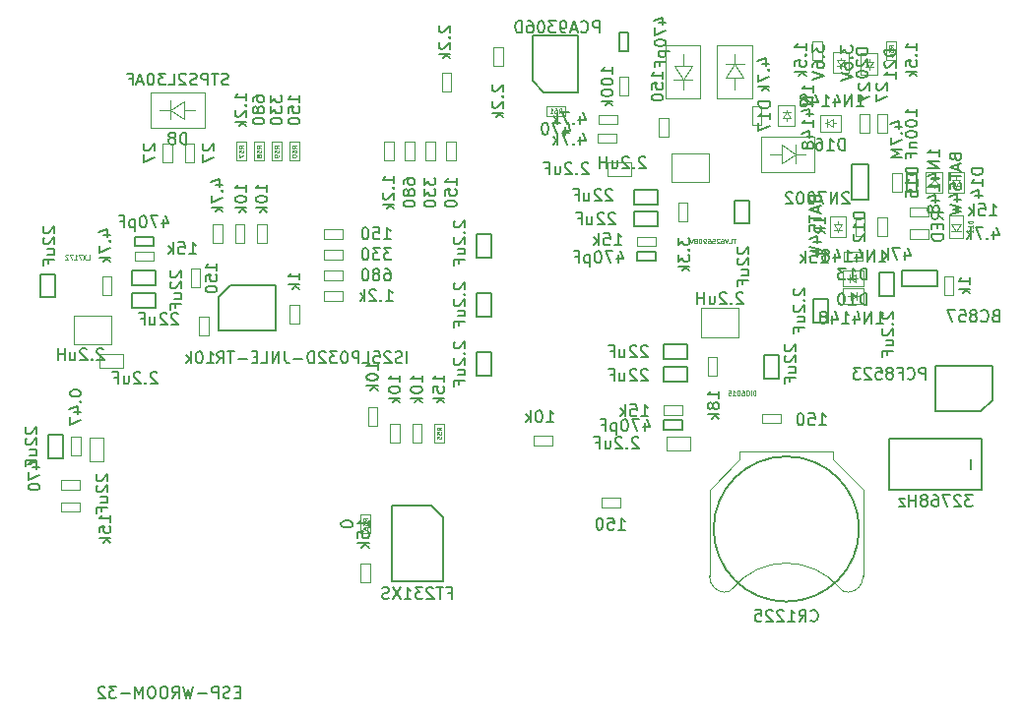
<source format=gbr>
G04 #@! TF.FileFunction,Other,Fab,Bot*
%FSLAX46Y46*%
G04 Gerber Fmt 4.6, Leading zero omitted, Abs format (unit mm)*
G04 Created by KiCad (PCBNEW 4.0.7+dfsg1-1) date Thu Jan  4 19:54:08 2018*
%MOMM*%
%LPD*%
G01*
G04 APERTURE LIST*
%ADD10C,0.100000*%
%ADD11C,0.150000*%
%ADD12C,0.075000*%
G04 APERTURE END LIST*
D10*
X103098000Y-99558000D02*
X103898000Y-99558000D01*
X103098000Y-97958000D02*
X103098000Y-99558000D01*
X103898000Y-97958000D02*
X103098000Y-97958000D01*
X103898000Y-99558000D02*
X103898000Y-97958000D01*
X154195000Y-64200000D02*
X154195000Y-68800000D01*
X154195000Y-68800000D02*
X157195000Y-68800000D01*
X157195000Y-64200000D02*
X154195000Y-64200000D01*
X157195000Y-64200000D02*
X157195000Y-68800000D01*
X155693980Y-67149440D02*
X155693980Y-68051140D01*
X155693980Y-65998820D02*
X155693980Y-65000600D01*
X156494080Y-67149440D02*
X154893880Y-67149440D01*
X154944680Y-65998820D02*
X156494080Y-65998820D01*
X155693980Y-67149440D02*
X154944680Y-65998820D01*
X155693980Y-67149440D02*
X156494080Y-65998820D01*
X153644000Y-72126000D02*
X154444000Y-72126000D01*
X153644000Y-70526000D02*
X153644000Y-72126000D01*
X154444000Y-70526000D02*
X153644000Y-70526000D01*
X154444000Y-72126000D02*
X154444000Y-70526000D01*
X160470000Y-89340000D02*
X160470000Y-86840000D01*
X157270000Y-89340000D02*
X160470000Y-89340000D01*
X157270000Y-86840000D02*
X157270000Y-89340000D01*
X160470000Y-86840000D02*
X157270000Y-86840000D01*
X103295000Y-87475000D02*
X103295000Y-89975000D01*
X106495000Y-87475000D02*
X103295000Y-87475000D01*
X106495000Y-89975000D02*
X106495000Y-87475000D01*
X103295000Y-89975000D02*
X106495000Y-89975000D01*
X157930000Y-76005000D02*
X157930000Y-73505000D01*
X154730000Y-76005000D02*
X157930000Y-76005000D01*
X154730000Y-73505000D02*
X154730000Y-76005000D01*
X157930000Y-73505000D02*
X154730000Y-73505000D01*
D11*
X101710000Y-83915000D02*
X100460000Y-83915000D01*
X101710000Y-85915000D02*
X101710000Y-83915000D01*
X100460000Y-85915000D02*
X101710000Y-85915000D01*
X100460000Y-83915000D02*
X100460000Y-85915000D01*
X154060000Y-90005000D02*
X154060000Y-91255000D01*
X156060000Y-90005000D02*
X154060000Y-90005000D01*
X156060000Y-91255000D02*
X156060000Y-90005000D01*
X154060000Y-91255000D02*
X156060000Y-91255000D01*
X154060000Y-91910000D02*
X154060000Y-93160000D01*
X156060000Y-91910000D02*
X154060000Y-91910000D01*
X156060000Y-93160000D02*
X156060000Y-91910000D01*
X154060000Y-93160000D02*
X156060000Y-93160000D01*
X162690000Y-92900000D02*
X163940000Y-92900000D01*
X162690000Y-90900000D02*
X162690000Y-92900000D01*
X163940000Y-90900000D02*
X162690000Y-90900000D01*
X163940000Y-92900000D02*
X163940000Y-90900000D01*
X151520000Y-78575000D02*
X151520000Y-79825000D01*
X153520000Y-78575000D02*
X151520000Y-78575000D01*
X153520000Y-79825000D02*
X153520000Y-78575000D01*
X151520000Y-79825000D02*
X153520000Y-79825000D01*
X151520000Y-76670000D02*
X151520000Y-77920000D01*
X153520000Y-76670000D02*
X151520000Y-76670000D01*
X153520000Y-77920000D02*
X153520000Y-76670000D01*
X151520000Y-77920000D02*
X153520000Y-77920000D01*
X160150000Y-79565000D02*
X161400000Y-79565000D01*
X160150000Y-77565000D02*
X160150000Y-79565000D01*
X161400000Y-77565000D02*
X160150000Y-77565000D01*
X161400000Y-79565000D02*
X161400000Y-77565000D01*
X110340000Y-84905000D02*
X110340000Y-83655000D01*
X108340000Y-84905000D02*
X110340000Y-84905000D01*
X108340000Y-83655000D02*
X108340000Y-84905000D01*
X110340000Y-83655000D02*
X108340000Y-83655000D01*
X110340000Y-86810000D02*
X110340000Y-85560000D01*
X108340000Y-86810000D02*
X110340000Y-86810000D01*
X108340000Y-85560000D02*
X108340000Y-86810000D01*
X110340000Y-85560000D02*
X108340000Y-85560000D01*
X172596000Y-85788000D02*
X173846000Y-85788000D01*
X172596000Y-83788000D02*
X172596000Y-85788000D01*
X173846000Y-83788000D02*
X172596000Y-83788000D01*
X173846000Y-85788000D02*
X173846000Y-83788000D01*
X177535000Y-83580000D02*
X174495000Y-83580000D01*
X174495000Y-84980000D02*
X174495000Y-83580000D01*
X177535000Y-84980000D02*
X177535000Y-83580000D01*
X177535000Y-84980000D02*
X174495000Y-84980000D01*
X170235000Y-74505000D02*
X170235000Y-77545000D01*
X171635000Y-77545000D02*
X170235000Y-77545000D01*
X171635000Y-74505000D02*
X170235000Y-74505000D01*
X171635000Y-74505000D02*
X171635000Y-77545000D01*
X154060000Y-96510000D02*
X154060000Y-97310000D01*
X155660000Y-96510000D02*
X154060000Y-96510000D01*
X155660000Y-97310000D02*
X155660000Y-96510000D01*
X154060000Y-97310000D02*
X155660000Y-97310000D01*
X151720000Y-81975000D02*
X151720000Y-82775000D01*
X153320000Y-81975000D02*
X151720000Y-81975000D01*
X153320000Y-82775000D02*
X153320000Y-81975000D01*
X151720000Y-82775000D02*
X153320000Y-82775000D01*
X110140000Y-81505000D02*
X110140000Y-80705000D01*
X108540000Y-81505000D02*
X110140000Y-81505000D01*
X108540000Y-80705000D02*
X108540000Y-81505000D01*
X110140000Y-80705000D02*
X108540000Y-80705000D01*
X175780000Y-75225000D02*
X174980000Y-75225000D01*
X175780000Y-76825000D02*
X175780000Y-75225000D01*
X174980000Y-76825000D02*
X175780000Y-76825000D01*
X174980000Y-75225000D02*
X174980000Y-76825000D01*
D10*
X169500000Y-81975000D02*
X169500000Y-82775000D01*
X171100000Y-81975000D02*
X169500000Y-81975000D01*
X171100000Y-82775000D02*
X171100000Y-81975000D01*
X169500000Y-82775000D02*
X171100000Y-82775000D01*
X172440000Y-80635000D02*
X173240000Y-80635000D01*
X172440000Y-79035000D02*
X172440000Y-80635000D01*
X173240000Y-79035000D02*
X172440000Y-79035000D01*
X173240000Y-80635000D02*
X173240000Y-79035000D01*
X176815000Y-80870000D02*
X176815000Y-80070000D01*
X175215000Y-80870000D02*
X176815000Y-80870000D01*
X175215000Y-80070000D02*
X175215000Y-80870000D01*
X176815000Y-80070000D02*
X175215000Y-80070000D01*
X174510000Y-75225000D02*
X173710000Y-75225000D01*
X174510000Y-76825000D02*
X174510000Y-75225000D01*
X173710000Y-76825000D02*
X174510000Y-76825000D01*
X173710000Y-75225000D02*
X173710000Y-76825000D01*
X178955000Y-84115000D02*
X178155000Y-84115000D01*
X178955000Y-85715000D02*
X178955000Y-84115000D01*
X178155000Y-85715000D02*
X178955000Y-85715000D01*
X178155000Y-84115000D02*
X178155000Y-85715000D01*
X114185000Y-83480000D02*
X113385000Y-83480000D01*
X114185000Y-85080000D02*
X114185000Y-83480000D01*
X113385000Y-85080000D02*
X114185000Y-85080000D01*
X113385000Y-83480000D02*
X113385000Y-85080000D01*
X170535000Y-80635000D02*
X171335000Y-80635000D01*
X170535000Y-79035000D02*
X170535000Y-80635000D01*
X171335000Y-79035000D02*
X170535000Y-79035000D01*
X171335000Y-80635000D02*
X171335000Y-79035000D01*
X128790000Y-108880000D02*
X127990000Y-108880000D01*
X128790000Y-110480000D02*
X128790000Y-108880000D01*
X127990000Y-110480000D02*
X128790000Y-110480000D01*
X127990000Y-108880000D02*
X127990000Y-110480000D01*
X150272000Y-103984000D02*
X150272000Y-103184000D01*
X148672000Y-103984000D02*
X150272000Y-103984000D01*
X148672000Y-103184000D02*
X148672000Y-103984000D01*
X150272000Y-103184000D02*
X148672000Y-103184000D01*
X176815000Y-78965000D02*
X176815000Y-78165000D01*
X175215000Y-78965000D02*
X176815000Y-78965000D01*
X175215000Y-78165000D02*
X175215000Y-78965000D01*
X176815000Y-78165000D02*
X175215000Y-78165000D01*
X154060000Y-95240000D02*
X154060000Y-96040000D01*
X155660000Y-95240000D02*
X154060000Y-95240000D01*
X155660000Y-96040000D02*
X155660000Y-95240000D01*
X154060000Y-96040000D02*
X155660000Y-96040000D01*
X110140000Y-82775000D02*
X110140000Y-81975000D01*
X108540000Y-82775000D02*
X110140000Y-82775000D01*
X108540000Y-81975000D02*
X108540000Y-82775000D01*
X110140000Y-81975000D02*
X108540000Y-81975000D01*
X151720000Y-80705000D02*
X151720000Y-81505000D01*
X153320000Y-80705000D02*
X151720000Y-80705000D01*
X153320000Y-81505000D02*
X153320000Y-80705000D01*
X151720000Y-81505000D02*
X153320000Y-81505000D01*
X158635000Y-91100000D02*
X157835000Y-91100000D01*
X158635000Y-92700000D02*
X158635000Y-91100000D01*
X157835000Y-92700000D02*
X158635000Y-92700000D01*
X157835000Y-91100000D02*
X157835000Y-92700000D01*
X105765000Y-85715000D02*
X106565000Y-85715000D01*
X105765000Y-84115000D02*
X105765000Y-85715000D01*
X106565000Y-84115000D02*
X105765000Y-84115000D01*
X106565000Y-85715000D02*
X106565000Y-84115000D01*
X156095000Y-77765000D02*
X155295000Y-77765000D01*
X156095000Y-79365000D02*
X156095000Y-77765000D01*
X155295000Y-79365000D02*
X156095000Y-79365000D01*
X155295000Y-77765000D02*
X155295000Y-79365000D01*
X126396000Y-86204000D02*
X126396000Y-85404000D01*
X124796000Y-86204000D02*
X126396000Y-86204000D01*
X124796000Y-85404000D02*
X124796000Y-86204000D01*
X126396000Y-85404000D02*
X124796000Y-85404000D01*
X126396000Y-84426000D02*
X126396000Y-83626000D01*
X124796000Y-84426000D02*
X126396000Y-84426000D01*
X124796000Y-83626000D02*
X124796000Y-84426000D01*
X126396000Y-83626000D02*
X124796000Y-83626000D01*
X126396000Y-82648000D02*
X126396000Y-81848000D01*
X124796000Y-82648000D02*
X126396000Y-82648000D01*
X124796000Y-81848000D02*
X124796000Y-82648000D01*
X126396000Y-81848000D02*
X124796000Y-81848000D01*
X126396000Y-80870000D02*
X126396000Y-80070000D01*
X124796000Y-80870000D02*
X126396000Y-80870000D01*
X124796000Y-80070000D02*
X124796000Y-80870000D01*
X126396000Y-80070000D02*
X124796000Y-80070000D01*
X130022000Y-74158000D02*
X130822000Y-74158000D01*
X130022000Y-72558000D02*
X130022000Y-74158000D01*
X130822000Y-72558000D02*
X130022000Y-72558000D01*
X130822000Y-74158000D02*
X130822000Y-72558000D01*
X131800000Y-74158000D02*
X132600000Y-74158000D01*
X131800000Y-72558000D02*
X131800000Y-74158000D01*
X132600000Y-72558000D02*
X131800000Y-72558000D01*
X132600000Y-74158000D02*
X132600000Y-72558000D01*
X133578000Y-74158000D02*
X134378000Y-74158000D01*
X133578000Y-72558000D02*
X133578000Y-74158000D01*
X134378000Y-72558000D02*
X133578000Y-72558000D01*
X134378000Y-74158000D02*
X134378000Y-72558000D01*
X135356000Y-74158000D02*
X136156000Y-74158000D01*
X135356000Y-72558000D02*
X135356000Y-74158000D01*
X136156000Y-72558000D02*
X135356000Y-72558000D01*
X136156000Y-74158000D02*
X136156000Y-72558000D01*
D11*
X150189600Y-64760000D02*
X150989600Y-64760000D01*
X150189600Y-63160000D02*
X150189600Y-64760000D01*
X150989600Y-63160000D02*
X150189600Y-63160000D01*
X150989600Y-64760000D02*
X150989600Y-63160000D01*
D10*
X161645000Y-71110000D02*
X162445000Y-71110000D01*
X161645000Y-69510000D02*
X161645000Y-71110000D01*
X162445000Y-69510000D02*
X161645000Y-69510000D01*
X162445000Y-71110000D02*
X162445000Y-69510000D01*
X139420000Y-66030000D02*
X140220000Y-66030000D01*
X139420000Y-64430000D02*
X139420000Y-66030000D01*
X140220000Y-64430000D02*
X139420000Y-64430000D01*
X140220000Y-66030000D02*
X140220000Y-64430000D01*
X134975000Y-68232000D02*
X135775000Y-68232000D01*
X134975000Y-66632000D02*
X134975000Y-68232000D01*
X135775000Y-66632000D02*
X134975000Y-66632000D01*
X135775000Y-68232000D02*
X135775000Y-66632000D01*
X150215000Y-68570000D02*
X151015000Y-68570000D01*
X150215000Y-66970000D02*
X150215000Y-68570000D01*
X151015000Y-66970000D02*
X150215000Y-66970000D01*
X151015000Y-68570000D02*
X151015000Y-66970000D01*
X149975000Y-72615000D02*
X149975000Y-71815000D01*
X148375000Y-72615000D02*
X149975000Y-72615000D01*
X148375000Y-71815000D02*
X148375000Y-72615000D01*
X149975000Y-71815000D02*
X148375000Y-71815000D01*
X150080000Y-71000000D02*
X150080000Y-70200000D01*
X148480000Y-71000000D02*
X150080000Y-71000000D01*
X148480000Y-70200000D02*
X148480000Y-71000000D01*
X150080000Y-70200000D02*
X148480000Y-70200000D01*
D11*
X134035000Y-103890000D02*
X130635000Y-103890000D01*
X130635000Y-103890000D02*
X130635000Y-110390000D01*
X130635000Y-110390000D02*
X135035000Y-110390000D01*
X135035000Y-110390000D02*
X135035000Y-104890000D01*
X135035000Y-104890000D02*
X134035000Y-103890000D01*
D10*
X119900000Y-79670000D02*
X119100000Y-79670000D01*
X119900000Y-81270000D02*
X119900000Y-79670000D01*
X119100000Y-81270000D02*
X119900000Y-81270000D01*
X119100000Y-79670000D02*
X119100000Y-81270000D01*
X114080000Y-89200000D02*
X114880000Y-89200000D01*
X114080000Y-87600000D02*
X114080000Y-89200000D01*
X114880000Y-87600000D02*
X114080000Y-87600000D01*
X114880000Y-89200000D02*
X114880000Y-87600000D01*
X128625000Y-96975000D02*
X129425000Y-96975000D01*
X128625000Y-95375000D02*
X128625000Y-96975000D01*
X129425000Y-95375000D02*
X128625000Y-95375000D01*
X129425000Y-96975000D02*
X129425000Y-95375000D01*
X117995000Y-79670000D02*
X117195000Y-79670000D01*
X117995000Y-81270000D02*
X117995000Y-79670000D01*
X117195000Y-81270000D02*
X117995000Y-81270000D01*
X117195000Y-79670000D02*
X117195000Y-81270000D01*
X122680000Y-86600000D02*
X121880000Y-86600000D01*
X122680000Y-88200000D02*
X122680000Y-86600000D01*
X121880000Y-88200000D02*
X122680000Y-88200000D01*
X121880000Y-86600000D02*
X121880000Y-88200000D01*
X116090000Y-79670000D02*
X115290000Y-79670000D01*
X116090000Y-81270000D02*
X116090000Y-79670000D01*
X115290000Y-81270000D02*
X116090000Y-81270000D01*
X115290000Y-79670000D02*
X115290000Y-81270000D01*
X144430000Y-98650000D02*
X144430000Y-97850000D01*
X142830000Y-98650000D02*
X144430000Y-98650000D01*
X142830000Y-97850000D02*
X142830000Y-98650000D01*
X144430000Y-97850000D02*
X142830000Y-97850000D01*
X132435000Y-98415000D02*
X133235000Y-98415000D01*
X132435000Y-96815000D02*
X132435000Y-98415000D01*
X133235000Y-96815000D02*
X132435000Y-96815000D01*
X133235000Y-98415000D02*
X133235000Y-96815000D01*
X130530000Y-98415000D02*
X131330000Y-98415000D01*
X130530000Y-96815000D02*
X130530000Y-98415000D01*
X131330000Y-96815000D02*
X130530000Y-96815000D01*
X131330000Y-98415000D02*
X131330000Y-96815000D01*
X102190000Y-103565000D02*
X102190000Y-104365000D01*
X103790000Y-103565000D02*
X102190000Y-103565000D01*
X103790000Y-104365000D02*
X103790000Y-103565000D01*
X102190000Y-104365000D02*
X103790000Y-104365000D01*
X103790000Y-102460000D02*
X103790000Y-101660000D01*
X102190000Y-102460000D02*
X103790000Y-102460000D01*
X102190000Y-101660000D02*
X102190000Y-102460000D01*
X103790000Y-101660000D02*
X102190000Y-101660000D01*
D11*
X166881000Y-88074000D02*
X168131000Y-88074000D01*
X166881000Y-86074000D02*
X166881000Y-88074000D01*
X168131000Y-86074000D02*
X166881000Y-86074000D01*
X168131000Y-88074000D02*
X168131000Y-86074000D01*
D10*
X164115000Y-96745000D02*
X164115000Y-95945000D01*
X162515000Y-96745000D02*
X164115000Y-96745000D01*
X162515000Y-95945000D02*
X162515000Y-96745000D01*
X164115000Y-95945000D02*
X162515000Y-95945000D01*
X166852000Y-65522000D02*
X167652000Y-65522000D01*
X166852000Y-63922000D02*
X166852000Y-65522000D01*
X167652000Y-63922000D02*
X166852000Y-63922000D01*
X167652000Y-65522000D02*
X167652000Y-63922000D01*
D11*
X139175000Y-90646000D02*
X137925000Y-90646000D01*
X139175000Y-92646000D02*
X139175000Y-90646000D01*
X137925000Y-92646000D02*
X139175000Y-92646000D01*
X137925000Y-90646000D02*
X137925000Y-92646000D01*
X137925000Y-82486000D02*
X139175000Y-82486000D01*
X137925000Y-80486000D02*
X137925000Y-82486000D01*
X139175000Y-80486000D02*
X137925000Y-80486000D01*
X139175000Y-82486000D02*
X139175000Y-80486000D01*
X139175000Y-85566000D02*
X137925000Y-85566000D01*
X139175000Y-87566000D02*
X139175000Y-85566000D01*
X137925000Y-87566000D02*
X139175000Y-87566000D01*
X137925000Y-85566000D02*
X137925000Y-87566000D01*
X102345000Y-97758000D02*
X101095000Y-97758000D01*
X102345000Y-99758000D02*
X102345000Y-97758000D01*
X101095000Y-99758000D02*
X102345000Y-99758000D01*
X101095000Y-97758000D02*
X101095000Y-99758000D01*
D10*
X112877000Y-74285000D02*
X113677000Y-74285000D01*
X112877000Y-72685000D02*
X112877000Y-74285000D01*
X113677000Y-72685000D02*
X112877000Y-72685000D01*
X113677000Y-74285000D02*
X113677000Y-72685000D01*
X110972000Y-74285000D02*
X111772000Y-74285000D01*
X110972000Y-72685000D02*
X110972000Y-74285000D01*
X111772000Y-72685000D02*
X110972000Y-72685000D01*
X111772000Y-74285000D02*
X111772000Y-72685000D01*
X172440000Y-71745000D02*
X173240000Y-71745000D01*
X172440000Y-70145000D02*
X172440000Y-71745000D01*
X173240000Y-70145000D02*
X172440000Y-70145000D01*
X173240000Y-71745000D02*
X173240000Y-70145000D01*
X170916000Y-71745000D02*
X171716000Y-71745000D01*
X170916000Y-70145000D02*
X170916000Y-71745000D01*
X171716000Y-70145000D02*
X170916000Y-70145000D01*
X171716000Y-71745000D02*
X171716000Y-70145000D01*
X104656000Y-100012000D02*
X105896000Y-100012000D01*
X104656000Y-98012000D02*
X104656000Y-100012000D01*
X105896000Y-98012000D02*
X104656000Y-98012000D01*
X105896000Y-100012000D02*
X105896000Y-98012000D01*
X114561000Y-68302000D02*
X109961000Y-68302000D01*
X109961000Y-68302000D02*
X109961000Y-71302000D01*
X114561000Y-71302000D02*
X114561000Y-68302000D01*
X114561000Y-71302000D02*
X109961000Y-71302000D01*
X111611560Y-69800980D02*
X110709860Y-69800980D01*
X112762180Y-69800980D02*
X113760400Y-69800980D01*
X111611560Y-70601080D02*
X111611560Y-69000880D01*
X112762180Y-69051680D02*
X112762180Y-70601080D01*
X111611560Y-69800980D02*
X112762180Y-69051680D01*
X111611560Y-69800980D02*
X112762180Y-70601080D01*
X162412000Y-75112000D02*
X167012000Y-75112000D01*
X167012000Y-75112000D02*
X167012000Y-72112000D01*
X162412000Y-72112000D02*
X162412000Y-75112000D01*
X162412000Y-72112000D02*
X167012000Y-72112000D01*
X165361440Y-73613020D02*
X166263140Y-73613020D01*
X164210820Y-73613020D02*
X163212600Y-73613020D01*
X165361440Y-72812920D02*
X165361440Y-74413120D01*
X164210820Y-74362320D02*
X164210820Y-72812920D01*
X165361440Y-73613020D02*
X164210820Y-74362320D01*
X165361440Y-73613020D02*
X164210820Y-72812920D01*
X161640000Y-68800000D02*
X161640000Y-64200000D01*
X161640000Y-64200000D02*
X158640000Y-64200000D01*
X158640000Y-68800000D02*
X161640000Y-68800000D01*
X158640000Y-68800000D02*
X158640000Y-64200000D01*
X160141020Y-65850560D02*
X160141020Y-64948860D01*
X160141020Y-67001180D02*
X160141020Y-67999400D01*
X159340920Y-65850560D02*
X160941120Y-65850560D01*
X160890320Y-67001180D02*
X159340920Y-67001180D01*
X160141020Y-65850560D02*
X160890320Y-67001180D01*
X160141020Y-65850560D02*
X159340920Y-67001180D01*
X154314000Y-97884000D02*
X154314000Y-99124000D01*
X156314000Y-97884000D02*
X154314000Y-97884000D01*
X156314000Y-99124000D02*
X156314000Y-97884000D01*
X154314000Y-99124000D02*
X156314000Y-99124000D01*
X107546000Y-92012000D02*
X107546000Y-90772000D01*
X105546000Y-92012000D02*
X107546000Y-92012000D01*
X105546000Y-90772000D02*
X105546000Y-92012000D01*
X107546000Y-90772000D02*
X105546000Y-90772000D01*
X151234000Y-75502000D02*
X151234000Y-74262000D01*
X149234000Y-75502000D02*
X151234000Y-75502000D01*
X149234000Y-74262000D02*
X149234000Y-75502000D01*
X151234000Y-74262000D02*
X149234000Y-74262000D01*
X173202000Y-65522000D02*
X174002000Y-65522000D01*
X173202000Y-63922000D02*
X173202000Y-65522000D01*
X174002000Y-63922000D02*
X173202000Y-63922000D01*
X174002000Y-65522000D02*
X174002000Y-63922000D01*
X135140000Y-96815000D02*
X134340000Y-96815000D01*
X135140000Y-98415000D02*
X135140000Y-96815000D01*
X134340000Y-98415000D02*
X135140000Y-98415000D01*
X134340000Y-96815000D02*
X134340000Y-98415000D01*
D11*
X170835000Y-105870000D02*
G75*
G03X170835000Y-105870000I-6250000J0D01*
G01*
D10*
X159206987Y-111317558D02*
G75*
G03X159985000Y-110970000I88013J847558D01*
G01*
X169963013Y-111317558D02*
G75*
G02X169185000Y-110970000I-88013J847558D01*
G01*
X159977095Y-110979589D02*
G75*
G02X169185000Y-110970000I4607905J-3790411D01*
G01*
X157985000Y-109920000D02*
G75*
G03X159285000Y-111320000I1350000J-50000D01*
G01*
X171185000Y-109920000D02*
G75*
G02X169885000Y-111320000I-1350000J-50000D01*
G01*
X157985000Y-102470000D02*
X157985000Y-109970000D01*
X171185000Y-102470000D02*
X171185000Y-109970000D01*
X160585000Y-99870000D02*
X157985000Y-102470000D01*
X168585000Y-99870000D02*
X171185000Y-102470000D01*
X160585000Y-99170000D02*
X160585000Y-99870000D01*
X168585000Y-99170000D02*
X168585000Y-99870000D01*
X168585000Y-99170000D02*
X160585000Y-99170000D01*
X169284000Y-65538000D02*
X169284000Y-65288000D01*
X168934000Y-65538000D02*
X169284000Y-66038000D01*
X169634000Y-65538000D02*
X168934000Y-65538000D01*
X169284000Y-66038000D02*
X169634000Y-65538000D01*
X169284000Y-66038000D02*
X169284000Y-66238000D01*
X169634000Y-66038000D02*
X168934000Y-66038000D01*
X168584000Y-66638000D02*
X169984000Y-66638000D01*
X168584000Y-64838000D02*
X168584000Y-66638000D01*
X169984000Y-64838000D02*
X168584000Y-64838000D01*
X169984000Y-66638000D02*
X169984000Y-64838000D01*
X171697000Y-65631000D02*
X171697000Y-65381000D01*
X171347000Y-65631000D02*
X171697000Y-66131000D01*
X172047000Y-65631000D02*
X171347000Y-65631000D01*
X171697000Y-66131000D02*
X172047000Y-65631000D01*
X171697000Y-66131000D02*
X171697000Y-66331000D01*
X172047000Y-66131000D02*
X171347000Y-66131000D01*
X170997000Y-66731000D02*
X172397000Y-66731000D01*
X170997000Y-64931000D02*
X170997000Y-66731000D01*
X172397000Y-64931000D02*
X170997000Y-64931000D01*
X172397000Y-66731000D02*
X172397000Y-64931000D01*
X170500000Y-84280000D02*
X170750000Y-84280000D01*
X170500000Y-83930000D02*
X170000000Y-84280000D01*
X170500000Y-84630000D02*
X170500000Y-83930000D01*
X170000000Y-84280000D02*
X170500000Y-84630000D01*
X170000000Y-84280000D02*
X169800000Y-84280000D01*
X170000000Y-84630000D02*
X170000000Y-83930000D01*
X169400000Y-83580000D02*
X169400000Y-84980000D01*
X171200000Y-83580000D02*
X169400000Y-83580000D01*
X171200000Y-84980000D02*
X171200000Y-83580000D01*
X169400000Y-84980000D02*
X171200000Y-84980000D01*
X169030000Y-79635000D02*
X169030000Y-79385000D01*
X168680000Y-79635000D02*
X169030000Y-80135000D01*
X169380000Y-79635000D02*
X168680000Y-79635000D01*
X169030000Y-80135000D02*
X169380000Y-79635000D01*
X169030000Y-80135000D02*
X169030000Y-80335000D01*
X169380000Y-80135000D02*
X168680000Y-80135000D01*
X168330000Y-80735000D02*
X169730000Y-80735000D01*
X168330000Y-78935000D02*
X168330000Y-80735000D01*
X169730000Y-78935000D02*
X168330000Y-78935000D01*
X169730000Y-80735000D02*
X169730000Y-78935000D01*
X170100000Y-85804000D02*
X169850000Y-85804000D01*
X170100000Y-86154000D02*
X170600000Y-85804000D01*
X170100000Y-85454000D02*
X170100000Y-86154000D01*
X170600000Y-85804000D02*
X170100000Y-85454000D01*
X170600000Y-85804000D02*
X170800000Y-85804000D01*
X170600000Y-85454000D02*
X170600000Y-86154000D01*
X171200000Y-86504000D02*
X171200000Y-85104000D01*
X169400000Y-86504000D02*
X171200000Y-86504000D01*
X169400000Y-85104000D02*
X169400000Y-86504000D01*
X171200000Y-85104000D02*
X169400000Y-85104000D01*
X179190000Y-75825000D02*
X179190000Y-75575000D01*
X178840000Y-75825000D02*
X179190000Y-76325000D01*
X179540000Y-75825000D02*
X178840000Y-75825000D01*
X179190000Y-76325000D02*
X179540000Y-75825000D01*
X179190000Y-76325000D02*
X179190000Y-76525000D01*
X179540000Y-76325000D02*
X178840000Y-76325000D01*
X178490000Y-76925000D02*
X179890000Y-76925000D01*
X178490000Y-75125000D02*
X178490000Y-76925000D01*
X179890000Y-75125000D02*
X178490000Y-75125000D01*
X179890000Y-76925000D02*
X179890000Y-75125000D01*
X177285000Y-76225000D02*
X177285000Y-76475000D01*
X177635000Y-76225000D02*
X177285000Y-75725000D01*
X176935000Y-76225000D02*
X177635000Y-76225000D01*
X177285000Y-75725000D02*
X176935000Y-76225000D01*
X177285000Y-75725000D02*
X177285000Y-75525000D01*
X176935000Y-75725000D02*
X177635000Y-75725000D01*
X177985000Y-75125000D02*
X176585000Y-75125000D01*
X177985000Y-76925000D02*
X177985000Y-75125000D01*
X176585000Y-76925000D02*
X177985000Y-76925000D01*
X176585000Y-75125000D02*
X176585000Y-76925000D01*
X168595000Y-70945000D02*
X168845000Y-70945000D01*
X168595000Y-70595000D02*
X168095000Y-70945000D01*
X168595000Y-71295000D02*
X168595000Y-70595000D01*
X168095000Y-70945000D02*
X168595000Y-71295000D01*
X168095000Y-70945000D02*
X167895000Y-70945000D01*
X168095000Y-71295000D02*
X168095000Y-70595000D01*
X167495000Y-70245000D02*
X167495000Y-71645000D01*
X169295000Y-70245000D02*
X167495000Y-70245000D01*
X169295000Y-71645000D02*
X169295000Y-70245000D01*
X167495000Y-71645000D02*
X169295000Y-71645000D01*
X164585000Y-70510000D02*
X164585000Y-70760000D01*
X164935000Y-70510000D02*
X164585000Y-70010000D01*
X164235000Y-70510000D02*
X164935000Y-70510000D01*
X164585000Y-70010000D02*
X164235000Y-70510000D01*
X164585000Y-70010000D02*
X164585000Y-69810000D01*
X164235000Y-70010000D02*
X164935000Y-70010000D01*
X165285000Y-69410000D02*
X163885000Y-69410000D01*
X165285000Y-71210000D02*
X165285000Y-69410000D01*
X163885000Y-71210000D02*
X165285000Y-71210000D01*
X163885000Y-69410000D02*
X163885000Y-71210000D01*
X127990000Y-106246000D02*
X128790000Y-106246000D01*
X127990000Y-104646000D02*
X127990000Y-106246000D01*
X128790000Y-104646000D02*
X127990000Y-104646000D01*
X128790000Y-106246000D02*
X128790000Y-104646000D01*
X117322000Y-74158000D02*
X118122000Y-74158000D01*
X117322000Y-72558000D02*
X117322000Y-74158000D01*
X118122000Y-72558000D02*
X117322000Y-72558000D01*
X118122000Y-74158000D02*
X118122000Y-72558000D01*
X118846000Y-74158000D02*
X119646000Y-74158000D01*
X118846000Y-72558000D02*
X118846000Y-74158000D01*
X119646000Y-72558000D02*
X118846000Y-72558000D01*
X119646000Y-74158000D02*
X119646000Y-72558000D01*
X120370000Y-74158000D02*
X121170000Y-74158000D01*
X120370000Y-72558000D02*
X120370000Y-74158000D01*
X121170000Y-72558000D02*
X120370000Y-72558000D01*
X121170000Y-74158000D02*
X121170000Y-72558000D01*
X121894000Y-74158000D02*
X122694000Y-74158000D01*
X121894000Y-72558000D02*
X121894000Y-74158000D01*
X122694000Y-72558000D02*
X121894000Y-72558000D01*
X122694000Y-74158000D02*
X122694000Y-72558000D01*
X145580000Y-70300000D02*
X145580000Y-69500000D01*
X143980000Y-70300000D02*
X145580000Y-70300000D01*
X143980000Y-69500000D02*
X143980000Y-70300000D01*
X145580000Y-69500000D02*
X143980000Y-69500000D01*
D11*
X182275000Y-94755000D02*
X182275000Y-91855000D01*
X182275000Y-91855000D02*
X177375000Y-91855000D01*
X177375000Y-91855000D02*
X177375000Y-95755000D01*
X177375000Y-95755000D02*
X181275000Y-95755000D01*
X181275000Y-95755000D02*
X182275000Y-94755000D01*
X143730000Y-68251500D02*
X146630000Y-68251500D01*
X146630000Y-68251500D02*
X146630000Y-63351500D01*
X146630000Y-63351500D02*
X142730000Y-63351500D01*
X142730000Y-63351500D02*
X142730000Y-67251500D01*
X142730000Y-67251500D02*
X143730000Y-68251500D01*
X115780000Y-85870000D02*
X115780000Y-88770000D01*
X115780000Y-88770000D02*
X120680000Y-88770000D01*
X120680000Y-88770000D02*
X120680000Y-84870000D01*
X120680000Y-84870000D02*
X116780000Y-84870000D01*
X116780000Y-84870000D02*
X115780000Y-85870000D01*
X181412000Y-98082000D02*
X181412000Y-102482000D01*
X173412000Y-98082000D02*
X181412000Y-98082000D01*
X173412000Y-102482000D02*
X173412000Y-98082000D01*
X181412000Y-102482000D02*
X173412000Y-102482000D01*
X180412000Y-99882000D02*
X180412000Y-100682000D01*
D10*
X179590000Y-80235000D02*
X178790000Y-80235000D01*
X179190000Y-80235000D02*
X179590000Y-79635000D01*
X178790000Y-79635000D02*
X179190000Y-80235000D01*
X179590000Y-79635000D02*
X178790000Y-79635000D01*
X178590000Y-78835000D02*
X178590000Y-80835000D01*
X179790000Y-78835000D02*
X178590000Y-78835000D01*
X179790000Y-80835000D02*
X179790000Y-78835000D01*
X178590000Y-80835000D02*
X179790000Y-80835000D01*
D11*
X102950381Y-94133905D02*
X102950381Y-94229144D01*
X102998000Y-94324382D01*
X103045619Y-94372001D01*
X103140857Y-94419620D01*
X103331333Y-94467239D01*
X103569429Y-94467239D01*
X103759905Y-94419620D01*
X103855143Y-94372001D01*
X103902762Y-94324382D01*
X103950381Y-94229144D01*
X103950381Y-94133905D01*
X103902762Y-94038667D01*
X103855143Y-93991048D01*
X103759905Y-93943429D01*
X103569429Y-93895810D01*
X103331333Y-93895810D01*
X103140857Y-93943429D01*
X103045619Y-93991048D01*
X102998000Y-94038667D01*
X102950381Y-94133905D01*
X103855143Y-94895810D02*
X103902762Y-94943429D01*
X103950381Y-94895810D01*
X103902762Y-94848191D01*
X103855143Y-94895810D01*
X103950381Y-94895810D01*
X103283714Y-95800572D02*
X103950381Y-95800572D01*
X102902762Y-95562476D02*
X103617048Y-95324381D01*
X103617048Y-95943429D01*
X102950381Y-96229143D02*
X102950381Y-96895810D01*
X103950381Y-96467238D01*
X153988381Y-67103334D02*
X153988381Y-66531905D01*
X153988381Y-66817619D02*
X152988381Y-66817619D01*
X153131238Y-66722381D01*
X153226476Y-66627143D01*
X153274095Y-66531905D01*
X152988381Y-68008096D02*
X152988381Y-67531905D01*
X153464571Y-67484286D01*
X153416952Y-67531905D01*
X153369333Y-67627143D01*
X153369333Y-67865239D01*
X153416952Y-67960477D01*
X153464571Y-68008096D01*
X153559810Y-68055715D01*
X153797905Y-68055715D01*
X153893143Y-68008096D01*
X153940762Y-67960477D01*
X153988381Y-67865239D01*
X153988381Y-67627143D01*
X153940762Y-67531905D01*
X153893143Y-67484286D01*
X152988381Y-68674762D02*
X152988381Y-68770001D01*
X153036000Y-68865239D01*
X153083619Y-68912858D01*
X153178857Y-68960477D01*
X153369333Y-69008096D01*
X153607429Y-69008096D01*
X153797905Y-68960477D01*
X153893143Y-68912858D01*
X153940762Y-68865239D01*
X153988381Y-68770001D01*
X153988381Y-68674762D01*
X153940762Y-68579524D01*
X153893143Y-68531905D01*
X153797905Y-68484286D01*
X153607429Y-68436667D01*
X153369333Y-68436667D01*
X153178857Y-68484286D01*
X153083619Y-68531905D01*
X153036000Y-68579524D01*
X152988381Y-68674762D01*
X160846190Y-85605619D02*
X160798571Y-85558000D01*
X160703333Y-85510381D01*
X160465237Y-85510381D01*
X160369999Y-85558000D01*
X160322380Y-85605619D01*
X160274761Y-85700857D01*
X160274761Y-85796095D01*
X160322380Y-85938952D01*
X160893809Y-86510381D01*
X160274761Y-86510381D01*
X159846190Y-86415143D02*
X159798571Y-86462762D01*
X159846190Y-86510381D01*
X159893809Y-86462762D01*
X159846190Y-86415143D01*
X159846190Y-86510381D01*
X159417619Y-85605619D02*
X159370000Y-85558000D01*
X159274762Y-85510381D01*
X159036666Y-85510381D01*
X158941428Y-85558000D01*
X158893809Y-85605619D01*
X158846190Y-85700857D01*
X158846190Y-85796095D01*
X158893809Y-85938952D01*
X159465238Y-86510381D01*
X158846190Y-86510381D01*
X157989047Y-85843714D02*
X157989047Y-86510381D01*
X158417619Y-85843714D02*
X158417619Y-86367524D01*
X158370000Y-86462762D01*
X158274762Y-86510381D01*
X158131904Y-86510381D01*
X158036666Y-86462762D01*
X157989047Y-86415143D01*
X157512857Y-86510381D02*
X157512857Y-85510381D01*
X157512857Y-85986571D02*
X156941428Y-85986571D01*
X156941428Y-86510381D02*
X156941428Y-85510381D01*
D10*
X161946428Y-94366952D02*
X161946428Y-93966952D01*
X161851190Y-93966952D01*
X161794047Y-93986000D01*
X161755952Y-94024095D01*
X161736904Y-94062190D01*
X161717856Y-94138381D01*
X161717856Y-94195524D01*
X161736904Y-94271714D01*
X161755952Y-94309810D01*
X161794047Y-94347905D01*
X161851190Y-94366952D01*
X161946428Y-94366952D01*
X161546428Y-94366952D02*
X161546428Y-93966952D01*
X161279761Y-93966952D02*
X161203571Y-93966952D01*
X161165476Y-93986000D01*
X161127380Y-94024095D01*
X161108333Y-94100286D01*
X161108333Y-94233619D01*
X161127380Y-94309810D01*
X161165476Y-94347905D01*
X161203571Y-94366952D01*
X161279761Y-94366952D01*
X161317857Y-94347905D01*
X161355952Y-94309810D01*
X161375000Y-94233619D01*
X161375000Y-94100286D01*
X161355952Y-94024095D01*
X161317857Y-93986000D01*
X161279761Y-93966952D01*
X160765475Y-93966952D02*
X160841666Y-93966952D01*
X160879761Y-93986000D01*
X160898809Y-94005048D01*
X160936904Y-94062190D01*
X160955952Y-94138381D01*
X160955952Y-94290762D01*
X160936904Y-94328857D01*
X160917856Y-94347905D01*
X160879761Y-94366952D01*
X160803571Y-94366952D01*
X160765475Y-94347905D01*
X160746428Y-94328857D01*
X160727380Y-94290762D01*
X160727380Y-94195524D01*
X160746428Y-94157429D01*
X160765475Y-94138381D01*
X160803571Y-94119333D01*
X160879761Y-94119333D01*
X160917856Y-94138381D01*
X160936904Y-94157429D01*
X160955952Y-94195524D01*
X160479761Y-93966952D02*
X160441666Y-93966952D01*
X160403571Y-93986000D01*
X160384523Y-94005048D01*
X160365476Y-94043143D01*
X160346428Y-94119333D01*
X160346428Y-94214571D01*
X160365476Y-94290762D01*
X160384523Y-94328857D01*
X160403571Y-94347905D01*
X160441666Y-94366952D01*
X160479761Y-94366952D01*
X160517857Y-94347905D01*
X160536904Y-94328857D01*
X160555952Y-94290762D01*
X160575000Y-94214571D01*
X160575000Y-94119333D01*
X160555952Y-94043143D01*
X160536904Y-94005048D01*
X160517857Y-93986000D01*
X160479761Y-93966952D01*
X159965476Y-94366952D02*
X160194048Y-94366952D01*
X160079762Y-94366952D02*
X160079762Y-93966952D01*
X160117857Y-94024095D01*
X160155952Y-94062190D01*
X160194048Y-94081238D01*
X159603572Y-93966952D02*
X159794048Y-93966952D01*
X159813096Y-94157429D01*
X159794048Y-94138381D01*
X159755953Y-94119333D01*
X159660715Y-94119333D01*
X159622619Y-94138381D01*
X159603572Y-94157429D01*
X159584524Y-94195524D01*
X159584524Y-94290762D01*
X159603572Y-94328857D01*
X159622619Y-94347905D01*
X159660715Y-94366952D01*
X159755953Y-94366952D01*
X159794048Y-94347905D01*
X159813096Y-94328857D01*
D11*
X105855190Y-90431619D02*
X105807571Y-90384000D01*
X105712333Y-90336381D01*
X105474237Y-90336381D01*
X105378999Y-90384000D01*
X105331380Y-90431619D01*
X105283761Y-90526857D01*
X105283761Y-90622095D01*
X105331380Y-90764952D01*
X105902809Y-91336381D01*
X105283761Y-91336381D01*
X104855190Y-91241143D02*
X104807571Y-91288762D01*
X104855190Y-91336381D01*
X104902809Y-91288762D01*
X104855190Y-91241143D01*
X104855190Y-91336381D01*
X104426619Y-90431619D02*
X104379000Y-90384000D01*
X104283762Y-90336381D01*
X104045666Y-90336381D01*
X103950428Y-90384000D01*
X103902809Y-90431619D01*
X103855190Y-90526857D01*
X103855190Y-90622095D01*
X103902809Y-90764952D01*
X104474238Y-91336381D01*
X103855190Y-91336381D01*
X102998047Y-90669714D02*
X102998047Y-91336381D01*
X103426619Y-90669714D02*
X103426619Y-91193524D01*
X103379000Y-91288762D01*
X103283762Y-91336381D01*
X103140904Y-91336381D01*
X103045666Y-91288762D01*
X102998047Y-91241143D01*
X102521857Y-91336381D02*
X102521857Y-90336381D01*
X102521857Y-90812571D02*
X101950428Y-90812571D01*
X101950428Y-91336381D02*
X101950428Y-90336381D01*
D10*
X104453571Y-82652952D02*
X104644047Y-82652952D01*
X104644047Y-82252952D01*
X104358332Y-82252952D02*
X104091665Y-82652952D01*
X104091665Y-82252952D02*
X104358332Y-82652952D01*
X103977380Y-82252952D02*
X103710713Y-82252952D01*
X103882142Y-82652952D01*
X103348809Y-82652952D02*
X103577381Y-82652952D01*
X103463095Y-82652952D02*
X103463095Y-82252952D01*
X103501190Y-82310095D01*
X103539285Y-82348190D01*
X103577381Y-82367238D01*
X103215476Y-82252952D02*
X102948809Y-82252952D01*
X103120238Y-82652952D01*
X102815477Y-82291048D02*
X102796429Y-82272000D01*
X102758334Y-82252952D01*
X102663096Y-82252952D01*
X102625000Y-82272000D01*
X102605953Y-82291048D01*
X102586905Y-82329143D01*
X102586905Y-82367238D01*
X102605953Y-82424381D01*
X102834524Y-82652952D01*
X102586905Y-82652952D01*
D11*
X152464190Y-73921619D02*
X152416571Y-73874000D01*
X152321333Y-73826381D01*
X152083237Y-73826381D01*
X151987999Y-73874000D01*
X151940380Y-73921619D01*
X151892761Y-74016857D01*
X151892761Y-74112095D01*
X151940380Y-74254952D01*
X152511809Y-74826381D01*
X151892761Y-74826381D01*
X151464190Y-74731143D02*
X151416571Y-74778762D01*
X151464190Y-74826381D01*
X151511809Y-74778762D01*
X151464190Y-74731143D01*
X151464190Y-74826381D01*
X151035619Y-73921619D02*
X150988000Y-73874000D01*
X150892762Y-73826381D01*
X150654666Y-73826381D01*
X150559428Y-73874000D01*
X150511809Y-73921619D01*
X150464190Y-74016857D01*
X150464190Y-74112095D01*
X150511809Y-74254952D01*
X151083238Y-74826381D01*
X150464190Y-74826381D01*
X149607047Y-74159714D02*
X149607047Y-74826381D01*
X150035619Y-74159714D02*
X150035619Y-74683524D01*
X149988000Y-74778762D01*
X149892762Y-74826381D01*
X149749904Y-74826381D01*
X149654666Y-74778762D01*
X149607047Y-74731143D01*
X149130857Y-74826381D02*
X149130857Y-73826381D01*
X149130857Y-74302571D02*
X148559428Y-74302571D01*
X148559428Y-74826381D02*
X148559428Y-73826381D01*
D10*
X160206428Y-80885952D02*
X159977856Y-80885952D01*
X160092142Y-81285952D02*
X160092142Y-80885952D01*
X159654047Y-81285952D02*
X159844523Y-81285952D01*
X159844523Y-80885952D01*
X159577856Y-80885952D02*
X159444522Y-81285952D01*
X159311189Y-80885952D01*
X159006427Y-80885952D02*
X159082618Y-80885952D01*
X159120713Y-80905000D01*
X159139761Y-80924048D01*
X159177856Y-80981190D01*
X159196904Y-81057381D01*
X159196904Y-81209762D01*
X159177856Y-81247857D01*
X159158808Y-81266905D01*
X159120713Y-81285952D01*
X159044523Y-81285952D01*
X159006427Y-81266905D01*
X158987380Y-81247857D01*
X158968332Y-81209762D01*
X158968332Y-81114524D01*
X158987380Y-81076429D01*
X159006427Y-81057381D01*
X159044523Y-81038333D01*
X159120713Y-81038333D01*
X159158808Y-81057381D01*
X159177856Y-81076429D01*
X159196904Y-81114524D01*
X158815952Y-80924048D02*
X158796904Y-80905000D01*
X158758809Y-80885952D01*
X158663571Y-80885952D01*
X158625475Y-80905000D01*
X158606428Y-80924048D01*
X158587380Y-80962143D01*
X158587380Y-81000238D01*
X158606428Y-81057381D01*
X158834999Y-81285952D01*
X158587380Y-81285952D01*
X158225476Y-80885952D02*
X158415952Y-80885952D01*
X158435000Y-81076429D01*
X158415952Y-81057381D01*
X158377857Y-81038333D01*
X158282619Y-81038333D01*
X158244523Y-81057381D01*
X158225476Y-81076429D01*
X158206428Y-81114524D01*
X158206428Y-81209762D01*
X158225476Y-81247857D01*
X158244523Y-81266905D01*
X158282619Y-81285952D01*
X158377857Y-81285952D01*
X158415952Y-81266905D01*
X158435000Y-81247857D01*
X157863571Y-80885952D02*
X157939762Y-80885952D01*
X157977857Y-80905000D01*
X157996905Y-80924048D01*
X158035000Y-80981190D01*
X158054048Y-81057381D01*
X158054048Y-81209762D01*
X158035000Y-81247857D01*
X158015952Y-81266905D01*
X157977857Y-81285952D01*
X157901667Y-81285952D01*
X157863571Y-81266905D01*
X157844524Y-81247857D01*
X157825476Y-81209762D01*
X157825476Y-81114524D01*
X157844524Y-81076429D01*
X157863571Y-81057381D01*
X157901667Y-81038333D01*
X157977857Y-81038333D01*
X158015952Y-81057381D01*
X158035000Y-81076429D01*
X158054048Y-81114524D01*
X157635000Y-81285952D02*
X157558810Y-81285952D01*
X157520715Y-81266905D01*
X157501667Y-81247857D01*
X157463572Y-81190714D01*
X157444524Y-81114524D01*
X157444524Y-80962143D01*
X157463572Y-80924048D01*
X157482619Y-80905000D01*
X157520715Y-80885952D01*
X157596905Y-80885952D01*
X157635000Y-80905000D01*
X157654048Y-80924048D01*
X157673096Y-80962143D01*
X157673096Y-81057381D01*
X157654048Y-81095476D01*
X157635000Y-81114524D01*
X157596905Y-81133571D01*
X157520715Y-81133571D01*
X157482619Y-81114524D01*
X157463572Y-81095476D01*
X157444524Y-81057381D01*
X157273096Y-81285952D02*
X157273096Y-80885952D01*
X157177858Y-80885952D01*
X157120715Y-80905000D01*
X157082620Y-80943095D01*
X157063572Y-80981190D01*
X157044524Y-81057381D01*
X157044524Y-81114524D01*
X157063572Y-81190714D01*
X157082620Y-81228810D01*
X157120715Y-81266905D01*
X157177858Y-81285952D01*
X157273096Y-81285952D01*
X156739763Y-81076429D02*
X156682620Y-81095476D01*
X156663572Y-81114524D01*
X156644524Y-81152619D01*
X156644524Y-81209762D01*
X156663572Y-81247857D01*
X156682620Y-81266905D01*
X156720715Y-81285952D01*
X156873096Y-81285952D01*
X156873096Y-80885952D01*
X156739763Y-80885952D01*
X156701667Y-80905000D01*
X156682620Y-80924048D01*
X156663572Y-80962143D01*
X156663572Y-81000238D01*
X156682620Y-81038333D01*
X156701667Y-81057381D01*
X156739763Y-81076429D01*
X156873096Y-81076429D01*
X156530239Y-80885952D02*
X156396905Y-81285952D01*
X156263572Y-80885952D01*
D11*
X100759619Y-79843143D02*
X100712000Y-79890762D01*
X100664381Y-79986000D01*
X100664381Y-80224096D01*
X100712000Y-80319334D01*
X100759619Y-80366953D01*
X100854857Y-80414572D01*
X100950095Y-80414572D01*
X101092952Y-80366953D01*
X101664381Y-79795524D01*
X101664381Y-80414572D01*
X100759619Y-80795524D02*
X100712000Y-80843143D01*
X100664381Y-80938381D01*
X100664381Y-81176477D01*
X100712000Y-81271715D01*
X100759619Y-81319334D01*
X100854857Y-81366953D01*
X100950095Y-81366953D01*
X101092952Y-81319334D01*
X101664381Y-80747905D01*
X101664381Y-81366953D01*
X100997714Y-82224096D02*
X101664381Y-82224096D01*
X100997714Y-81795524D02*
X101521524Y-81795524D01*
X101616762Y-81843143D01*
X101664381Y-81938381D01*
X101664381Y-82081239D01*
X101616762Y-82176477D01*
X101569143Y-82224096D01*
X101140571Y-83033620D02*
X101140571Y-82700286D01*
X101664381Y-82700286D02*
X100664381Y-82700286D01*
X100664381Y-83176477D01*
X152638857Y-90177619D02*
X152591238Y-90130000D01*
X152496000Y-90082381D01*
X152257904Y-90082381D01*
X152162666Y-90130000D01*
X152115047Y-90177619D01*
X152067428Y-90272857D01*
X152067428Y-90368095D01*
X152115047Y-90510952D01*
X152686476Y-91082381D01*
X152067428Y-91082381D01*
X151686476Y-90177619D02*
X151638857Y-90130000D01*
X151543619Y-90082381D01*
X151305523Y-90082381D01*
X151210285Y-90130000D01*
X151162666Y-90177619D01*
X151115047Y-90272857D01*
X151115047Y-90368095D01*
X151162666Y-90510952D01*
X151734095Y-91082381D01*
X151115047Y-91082381D01*
X150257904Y-90415714D02*
X150257904Y-91082381D01*
X150686476Y-90415714D02*
X150686476Y-90939524D01*
X150638857Y-91034762D01*
X150543619Y-91082381D01*
X150400761Y-91082381D01*
X150305523Y-91034762D01*
X150257904Y-90987143D01*
X149448380Y-90558571D02*
X149781714Y-90558571D01*
X149781714Y-91082381D02*
X149781714Y-90082381D01*
X149305523Y-90082381D01*
X152638857Y-92209619D02*
X152591238Y-92162000D01*
X152496000Y-92114381D01*
X152257904Y-92114381D01*
X152162666Y-92162000D01*
X152115047Y-92209619D01*
X152067428Y-92304857D01*
X152067428Y-92400095D01*
X152115047Y-92542952D01*
X152686476Y-93114381D01*
X152067428Y-93114381D01*
X151686476Y-92209619D02*
X151638857Y-92162000D01*
X151543619Y-92114381D01*
X151305523Y-92114381D01*
X151210285Y-92162000D01*
X151162666Y-92209619D01*
X151115047Y-92304857D01*
X151115047Y-92400095D01*
X151162666Y-92542952D01*
X151734095Y-93114381D01*
X151115047Y-93114381D01*
X150257904Y-92447714D02*
X150257904Y-93114381D01*
X150686476Y-92447714D02*
X150686476Y-92971524D01*
X150638857Y-93066762D01*
X150543619Y-93114381D01*
X150400761Y-93114381D01*
X150305523Y-93066762D01*
X150257904Y-93019143D01*
X149448380Y-92590571D02*
X149781714Y-92590571D01*
X149781714Y-93114381D02*
X149781714Y-92114381D01*
X149305523Y-92114381D01*
X164513619Y-90003143D02*
X164466000Y-90050762D01*
X164418381Y-90146000D01*
X164418381Y-90384096D01*
X164466000Y-90479334D01*
X164513619Y-90526953D01*
X164608857Y-90574572D01*
X164704095Y-90574572D01*
X164846952Y-90526953D01*
X165418381Y-89955524D01*
X165418381Y-90574572D01*
X164513619Y-90955524D02*
X164466000Y-91003143D01*
X164418381Y-91098381D01*
X164418381Y-91336477D01*
X164466000Y-91431715D01*
X164513619Y-91479334D01*
X164608857Y-91526953D01*
X164704095Y-91526953D01*
X164846952Y-91479334D01*
X165418381Y-90907905D01*
X165418381Y-91526953D01*
X164751714Y-92384096D02*
X165418381Y-92384096D01*
X164751714Y-91955524D02*
X165275524Y-91955524D01*
X165370762Y-92003143D01*
X165418381Y-92098381D01*
X165418381Y-92241239D01*
X165370762Y-92336477D01*
X165323143Y-92384096D01*
X164894571Y-93193620D02*
X164894571Y-92860286D01*
X165418381Y-92860286D02*
X164418381Y-92860286D01*
X164418381Y-93336477D01*
X149844857Y-78747619D02*
X149797238Y-78700000D01*
X149702000Y-78652381D01*
X149463904Y-78652381D01*
X149368666Y-78700000D01*
X149321047Y-78747619D01*
X149273428Y-78842857D01*
X149273428Y-78938095D01*
X149321047Y-79080952D01*
X149892476Y-79652381D01*
X149273428Y-79652381D01*
X148892476Y-78747619D02*
X148844857Y-78700000D01*
X148749619Y-78652381D01*
X148511523Y-78652381D01*
X148416285Y-78700000D01*
X148368666Y-78747619D01*
X148321047Y-78842857D01*
X148321047Y-78938095D01*
X148368666Y-79080952D01*
X148940095Y-79652381D01*
X148321047Y-79652381D01*
X147463904Y-78985714D02*
X147463904Y-79652381D01*
X147892476Y-78985714D02*
X147892476Y-79509524D01*
X147844857Y-79604762D01*
X147749619Y-79652381D01*
X147606761Y-79652381D01*
X147511523Y-79604762D01*
X147463904Y-79557143D01*
X146654380Y-79128571D02*
X146987714Y-79128571D01*
X146987714Y-79652381D02*
X146987714Y-78652381D01*
X146511523Y-78652381D01*
X149590857Y-76715619D02*
X149543238Y-76668000D01*
X149448000Y-76620381D01*
X149209904Y-76620381D01*
X149114666Y-76668000D01*
X149067047Y-76715619D01*
X149019428Y-76810857D01*
X149019428Y-76906095D01*
X149067047Y-77048952D01*
X149638476Y-77620381D01*
X149019428Y-77620381D01*
X148638476Y-76715619D02*
X148590857Y-76668000D01*
X148495619Y-76620381D01*
X148257523Y-76620381D01*
X148162285Y-76668000D01*
X148114666Y-76715619D01*
X148067047Y-76810857D01*
X148067047Y-76906095D01*
X148114666Y-77048952D01*
X148686095Y-77620381D01*
X148067047Y-77620381D01*
X147209904Y-76953714D02*
X147209904Y-77620381D01*
X147638476Y-76953714D02*
X147638476Y-77477524D01*
X147590857Y-77572762D01*
X147495619Y-77620381D01*
X147352761Y-77620381D01*
X147257523Y-77572762D01*
X147209904Y-77525143D01*
X146400380Y-77096571D02*
X146733714Y-77096571D01*
X146733714Y-77620381D02*
X146733714Y-76620381D01*
X146257523Y-76620381D01*
X160449619Y-81621143D02*
X160402000Y-81668762D01*
X160354381Y-81764000D01*
X160354381Y-82002096D01*
X160402000Y-82097334D01*
X160449619Y-82144953D01*
X160544857Y-82192572D01*
X160640095Y-82192572D01*
X160782952Y-82144953D01*
X161354381Y-81573524D01*
X161354381Y-82192572D01*
X160449619Y-82573524D02*
X160402000Y-82621143D01*
X160354381Y-82716381D01*
X160354381Y-82954477D01*
X160402000Y-83049715D01*
X160449619Y-83097334D01*
X160544857Y-83144953D01*
X160640095Y-83144953D01*
X160782952Y-83097334D01*
X161354381Y-82525905D01*
X161354381Y-83144953D01*
X160687714Y-84002096D02*
X161354381Y-84002096D01*
X160687714Y-83573524D02*
X161211524Y-83573524D01*
X161306762Y-83621143D01*
X161354381Y-83716381D01*
X161354381Y-83859239D01*
X161306762Y-83954477D01*
X161259143Y-84002096D01*
X160830571Y-84811620D02*
X160830571Y-84478286D01*
X161354381Y-84478286D02*
X160354381Y-84478286D01*
X160354381Y-84954477D01*
X111681619Y-83653143D02*
X111634000Y-83700762D01*
X111586381Y-83796000D01*
X111586381Y-84034096D01*
X111634000Y-84129334D01*
X111681619Y-84176953D01*
X111776857Y-84224572D01*
X111872095Y-84224572D01*
X112014952Y-84176953D01*
X112586381Y-83605524D01*
X112586381Y-84224572D01*
X111681619Y-84605524D02*
X111634000Y-84653143D01*
X111586381Y-84748381D01*
X111586381Y-84986477D01*
X111634000Y-85081715D01*
X111681619Y-85129334D01*
X111776857Y-85176953D01*
X111872095Y-85176953D01*
X112014952Y-85129334D01*
X112586381Y-84557905D01*
X112586381Y-85176953D01*
X111919714Y-86034096D02*
X112586381Y-86034096D01*
X111919714Y-85605524D02*
X112443524Y-85605524D01*
X112538762Y-85653143D01*
X112586381Y-85748381D01*
X112586381Y-85891239D01*
X112538762Y-85986477D01*
X112491143Y-86034096D01*
X112062571Y-86843620D02*
X112062571Y-86510286D01*
X112586381Y-86510286D02*
X111586381Y-86510286D01*
X111586381Y-86986477D01*
X112252857Y-87383619D02*
X112205238Y-87336000D01*
X112110000Y-87288381D01*
X111871904Y-87288381D01*
X111776666Y-87336000D01*
X111729047Y-87383619D01*
X111681428Y-87478857D01*
X111681428Y-87574095D01*
X111729047Y-87716952D01*
X112300476Y-88288381D01*
X111681428Y-88288381D01*
X111300476Y-87383619D02*
X111252857Y-87336000D01*
X111157619Y-87288381D01*
X110919523Y-87288381D01*
X110824285Y-87336000D01*
X110776666Y-87383619D01*
X110729047Y-87478857D01*
X110729047Y-87574095D01*
X110776666Y-87716952D01*
X111348095Y-88288381D01*
X110729047Y-88288381D01*
X109871904Y-87621714D02*
X109871904Y-88288381D01*
X110300476Y-87621714D02*
X110300476Y-88145524D01*
X110252857Y-88240762D01*
X110157619Y-88288381D01*
X110014761Y-88288381D01*
X109919523Y-88240762D01*
X109871904Y-88193143D01*
X109062380Y-87764571D02*
X109395714Y-87764571D01*
X109395714Y-88288381D02*
X109395714Y-87288381D01*
X108919523Y-87288381D01*
X172895619Y-87225048D02*
X172848000Y-87272667D01*
X172800381Y-87367905D01*
X172800381Y-87606001D01*
X172848000Y-87701239D01*
X172895619Y-87748858D01*
X172990857Y-87796477D01*
X173086095Y-87796477D01*
X173228952Y-87748858D01*
X173800381Y-87177429D01*
X173800381Y-87796477D01*
X173705143Y-88225048D02*
X173752762Y-88272667D01*
X173800381Y-88225048D01*
X173752762Y-88177429D01*
X173705143Y-88225048D01*
X173800381Y-88225048D01*
X172895619Y-88653619D02*
X172848000Y-88701238D01*
X172800381Y-88796476D01*
X172800381Y-89034572D01*
X172848000Y-89129810D01*
X172895619Y-89177429D01*
X172990857Y-89225048D01*
X173086095Y-89225048D01*
X173228952Y-89177429D01*
X173800381Y-88606000D01*
X173800381Y-89225048D01*
X173133714Y-90082191D02*
X173800381Y-90082191D01*
X173133714Y-89653619D02*
X173657524Y-89653619D01*
X173752762Y-89701238D01*
X173800381Y-89796476D01*
X173800381Y-89939334D01*
X173752762Y-90034572D01*
X173705143Y-90082191D01*
X173276571Y-90891715D02*
X173276571Y-90558381D01*
X173800381Y-90558381D02*
X172800381Y-90558381D01*
X172800381Y-91034572D01*
X182571142Y-87510571D02*
X182428285Y-87558190D01*
X182380666Y-87605810D01*
X182333047Y-87701048D01*
X182333047Y-87843905D01*
X182380666Y-87939143D01*
X182428285Y-87986762D01*
X182523523Y-88034381D01*
X182904476Y-88034381D01*
X182904476Y-87034381D01*
X182571142Y-87034381D01*
X182475904Y-87082000D01*
X182428285Y-87129619D01*
X182380666Y-87224857D01*
X182380666Y-87320095D01*
X182428285Y-87415333D01*
X182475904Y-87462952D01*
X182571142Y-87510571D01*
X182904476Y-87510571D01*
X181333047Y-87939143D02*
X181380666Y-87986762D01*
X181523523Y-88034381D01*
X181618761Y-88034381D01*
X181761619Y-87986762D01*
X181856857Y-87891524D01*
X181904476Y-87796286D01*
X181952095Y-87605810D01*
X181952095Y-87462952D01*
X181904476Y-87272476D01*
X181856857Y-87177238D01*
X181761619Y-87082000D01*
X181618761Y-87034381D01*
X181523523Y-87034381D01*
X181380666Y-87082000D01*
X181333047Y-87129619D01*
X180761619Y-87462952D02*
X180856857Y-87415333D01*
X180904476Y-87367714D01*
X180952095Y-87272476D01*
X180952095Y-87224857D01*
X180904476Y-87129619D01*
X180856857Y-87082000D01*
X180761619Y-87034381D01*
X180571142Y-87034381D01*
X180475904Y-87082000D01*
X180428285Y-87129619D01*
X180380666Y-87224857D01*
X180380666Y-87272476D01*
X180428285Y-87367714D01*
X180475904Y-87415333D01*
X180571142Y-87462952D01*
X180761619Y-87462952D01*
X180856857Y-87510571D01*
X180904476Y-87558190D01*
X180952095Y-87653429D01*
X180952095Y-87843905D01*
X180904476Y-87939143D01*
X180856857Y-87986762D01*
X180761619Y-88034381D01*
X180571142Y-88034381D01*
X180475904Y-87986762D01*
X180428285Y-87939143D01*
X180380666Y-87843905D01*
X180380666Y-87653429D01*
X180428285Y-87558190D01*
X180475904Y-87510571D01*
X180571142Y-87462952D01*
X179475904Y-87034381D02*
X179952095Y-87034381D01*
X179999714Y-87510571D01*
X179952095Y-87462952D01*
X179856857Y-87415333D01*
X179618761Y-87415333D01*
X179523523Y-87462952D01*
X179475904Y-87510571D01*
X179428285Y-87605810D01*
X179428285Y-87843905D01*
X179475904Y-87939143D01*
X179523523Y-87986762D01*
X179618761Y-88034381D01*
X179856857Y-88034381D01*
X179952095Y-87986762D01*
X179999714Y-87939143D01*
X179094952Y-87034381D02*
X178428285Y-87034381D01*
X178856857Y-88034381D01*
X169966286Y-76969619D02*
X169918667Y-76922000D01*
X169823429Y-76874381D01*
X169585333Y-76874381D01*
X169490095Y-76922000D01*
X169442476Y-76969619D01*
X169394857Y-77064857D01*
X169394857Y-77160095D01*
X169442476Y-77302952D01*
X170013905Y-77874381D01*
X169394857Y-77874381D01*
X168966286Y-77874381D02*
X168966286Y-76874381D01*
X168394857Y-77874381D01*
X168394857Y-76874381D01*
X168013905Y-76874381D02*
X167347238Y-76874381D01*
X167775810Y-77874381D01*
X166775810Y-76874381D02*
X166680571Y-76874381D01*
X166585333Y-76922000D01*
X166537714Y-76969619D01*
X166490095Y-77064857D01*
X166442476Y-77255333D01*
X166442476Y-77493429D01*
X166490095Y-77683905D01*
X166537714Y-77779143D01*
X166585333Y-77826762D01*
X166680571Y-77874381D01*
X166775810Y-77874381D01*
X166871048Y-77826762D01*
X166918667Y-77779143D01*
X166966286Y-77683905D01*
X167013905Y-77493429D01*
X167013905Y-77255333D01*
X166966286Y-77064857D01*
X166918667Y-76969619D01*
X166871048Y-76922000D01*
X166775810Y-76874381D01*
X165823429Y-76874381D02*
X165728190Y-76874381D01*
X165632952Y-76922000D01*
X165585333Y-76969619D01*
X165537714Y-77064857D01*
X165490095Y-77255333D01*
X165490095Y-77493429D01*
X165537714Y-77683905D01*
X165585333Y-77779143D01*
X165632952Y-77826762D01*
X165728190Y-77874381D01*
X165823429Y-77874381D01*
X165918667Y-77826762D01*
X165966286Y-77779143D01*
X166013905Y-77683905D01*
X166061524Y-77493429D01*
X166061524Y-77255333D01*
X166013905Y-77064857D01*
X165966286Y-76969619D01*
X165918667Y-76922000D01*
X165823429Y-76874381D01*
X165109143Y-76969619D02*
X165061524Y-76922000D01*
X164966286Y-76874381D01*
X164728190Y-76874381D01*
X164632952Y-76922000D01*
X164585333Y-76969619D01*
X164537714Y-77064857D01*
X164537714Y-77160095D01*
X164585333Y-77302952D01*
X165156762Y-77874381D01*
X164537714Y-77874381D01*
X152384857Y-96765714D02*
X152384857Y-97432381D01*
X152622953Y-96384762D02*
X152861048Y-97099048D01*
X152242000Y-97099048D01*
X151956286Y-96432381D02*
X151289619Y-96432381D01*
X151718191Y-97432381D01*
X150718191Y-96432381D02*
X150622952Y-96432381D01*
X150527714Y-96480000D01*
X150480095Y-96527619D01*
X150432476Y-96622857D01*
X150384857Y-96813333D01*
X150384857Y-97051429D01*
X150432476Y-97241905D01*
X150480095Y-97337143D01*
X150527714Y-97384762D01*
X150622952Y-97432381D01*
X150718191Y-97432381D01*
X150813429Y-97384762D01*
X150861048Y-97337143D01*
X150908667Y-97241905D01*
X150956286Y-97051429D01*
X150956286Y-96813333D01*
X150908667Y-96622857D01*
X150861048Y-96527619D01*
X150813429Y-96480000D01*
X150718191Y-96432381D01*
X149956286Y-96765714D02*
X149956286Y-97765714D01*
X149956286Y-96813333D02*
X149861048Y-96765714D01*
X149670571Y-96765714D01*
X149575333Y-96813333D01*
X149527714Y-96860952D01*
X149480095Y-96956190D01*
X149480095Y-97241905D01*
X149527714Y-97337143D01*
X149575333Y-97384762D01*
X149670571Y-97432381D01*
X149861048Y-97432381D01*
X149956286Y-97384762D01*
X148718190Y-96908571D02*
X149051524Y-96908571D01*
X149051524Y-97432381D02*
X149051524Y-96432381D01*
X148575333Y-96432381D01*
X150098857Y-82287714D02*
X150098857Y-82954381D01*
X150336953Y-81906762D02*
X150575048Y-82621048D01*
X149956000Y-82621048D01*
X149670286Y-81954381D02*
X149003619Y-81954381D01*
X149432191Y-82954381D01*
X148432191Y-81954381D02*
X148336952Y-81954381D01*
X148241714Y-82002000D01*
X148194095Y-82049619D01*
X148146476Y-82144857D01*
X148098857Y-82335333D01*
X148098857Y-82573429D01*
X148146476Y-82763905D01*
X148194095Y-82859143D01*
X148241714Y-82906762D01*
X148336952Y-82954381D01*
X148432191Y-82954381D01*
X148527429Y-82906762D01*
X148575048Y-82859143D01*
X148622667Y-82763905D01*
X148670286Y-82573429D01*
X148670286Y-82335333D01*
X148622667Y-82144857D01*
X148575048Y-82049619D01*
X148527429Y-82002000D01*
X148432191Y-81954381D01*
X147670286Y-82287714D02*
X147670286Y-83287714D01*
X147670286Y-82335333D02*
X147575048Y-82287714D01*
X147384571Y-82287714D01*
X147289333Y-82335333D01*
X147241714Y-82382952D01*
X147194095Y-82478190D01*
X147194095Y-82763905D01*
X147241714Y-82859143D01*
X147289333Y-82906762D01*
X147384571Y-82954381D01*
X147575048Y-82954381D01*
X147670286Y-82906762D01*
X146432190Y-82430571D02*
X146765524Y-82430571D01*
X146765524Y-82954381D02*
X146765524Y-81954381D01*
X146289333Y-81954381D01*
X110982857Y-79239714D02*
X110982857Y-79906381D01*
X111220953Y-78858762D02*
X111459048Y-79573048D01*
X110840000Y-79573048D01*
X110554286Y-78906381D02*
X109887619Y-78906381D01*
X110316191Y-79906381D01*
X109316191Y-78906381D02*
X109220952Y-78906381D01*
X109125714Y-78954000D01*
X109078095Y-79001619D01*
X109030476Y-79096857D01*
X108982857Y-79287333D01*
X108982857Y-79525429D01*
X109030476Y-79715905D01*
X109078095Y-79811143D01*
X109125714Y-79858762D01*
X109220952Y-79906381D01*
X109316191Y-79906381D01*
X109411429Y-79858762D01*
X109459048Y-79811143D01*
X109506667Y-79715905D01*
X109554286Y-79525429D01*
X109554286Y-79287333D01*
X109506667Y-79096857D01*
X109459048Y-79001619D01*
X109411429Y-78954000D01*
X109316191Y-78906381D01*
X108554286Y-79239714D02*
X108554286Y-80239714D01*
X108554286Y-79287333D02*
X108459048Y-79239714D01*
X108268571Y-79239714D01*
X108173333Y-79287333D01*
X108125714Y-79334952D01*
X108078095Y-79430190D01*
X108078095Y-79715905D01*
X108125714Y-79811143D01*
X108173333Y-79858762D01*
X108268571Y-79906381D01*
X108459048Y-79906381D01*
X108554286Y-79858762D01*
X107316190Y-79382571D02*
X107649524Y-79382571D01*
X107649524Y-79906381D02*
X107649524Y-78906381D01*
X107173333Y-78906381D01*
X175832381Y-70286381D02*
X175832381Y-69714952D01*
X175832381Y-70000666D02*
X174832381Y-70000666D01*
X174975238Y-69905428D01*
X175070476Y-69810190D01*
X175118095Y-69714952D01*
X174832381Y-70905428D02*
X174832381Y-71000667D01*
X174880000Y-71095905D01*
X174927619Y-71143524D01*
X175022857Y-71191143D01*
X175213333Y-71238762D01*
X175451429Y-71238762D01*
X175641905Y-71191143D01*
X175737143Y-71143524D01*
X175784762Y-71095905D01*
X175832381Y-71000667D01*
X175832381Y-70905428D01*
X175784762Y-70810190D01*
X175737143Y-70762571D01*
X175641905Y-70714952D01*
X175451429Y-70667333D01*
X175213333Y-70667333D01*
X175022857Y-70714952D01*
X174927619Y-70762571D01*
X174880000Y-70810190D01*
X174832381Y-70905428D01*
X174832381Y-71857809D02*
X174832381Y-71953048D01*
X174880000Y-72048286D01*
X174927619Y-72095905D01*
X175022857Y-72143524D01*
X175213333Y-72191143D01*
X175451429Y-72191143D01*
X175641905Y-72143524D01*
X175737143Y-72095905D01*
X175784762Y-72048286D01*
X175832381Y-71953048D01*
X175832381Y-71857809D01*
X175784762Y-71762571D01*
X175737143Y-71714952D01*
X175641905Y-71667333D01*
X175451429Y-71619714D01*
X175213333Y-71619714D01*
X175022857Y-71667333D01*
X174927619Y-71714952D01*
X174880000Y-71762571D01*
X174832381Y-71857809D01*
X175165714Y-72619714D02*
X175832381Y-72619714D01*
X175260952Y-72619714D02*
X175213333Y-72667333D01*
X175165714Y-72762571D01*
X175165714Y-72905429D01*
X175213333Y-73000667D01*
X175308571Y-73048286D01*
X175832381Y-73048286D01*
X175308571Y-73857810D02*
X175308571Y-73524476D01*
X175832381Y-73524476D02*
X174832381Y-73524476D01*
X174832381Y-74000667D01*
X167593238Y-82954381D02*
X168164667Y-82954381D01*
X167878953Y-82954381D02*
X167878953Y-81954381D01*
X167974191Y-82097238D01*
X168069429Y-82192476D01*
X168164667Y-82240095D01*
X166688476Y-81954381D02*
X167164667Y-81954381D01*
X167212286Y-82430571D01*
X167164667Y-82382952D01*
X167069429Y-82335333D01*
X166831333Y-82335333D01*
X166736095Y-82382952D01*
X166688476Y-82430571D01*
X166640857Y-82525810D01*
X166640857Y-82763905D01*
X166688476Y-82859143D01*
X166736095Y-82906762D01*
X166831333Y-82954381D01*
X167069429Y-82954381D01*
X167164667Y-82906762D01*
X167212286Y-82859143D01*
X166212286Y-82954381D02*
X166212286Y-81954381D01*
X166117048Y-82573429D02*
X165831333Y-82954381D01*
X165831333Y-82287714D02*
X166212286Y-82668667D01*
X174800476Y-82033714D02*
X174800476Y-82700381D01*
X175038572Y-81652762D02*
X175276667Y-82367048D01*
X174657619Y-82367048D01*
X174371905Y-81700381D02*
X173705238Y-81700381D01*
X174133810Y-82700381D01*
X173324286Y-82700381D02*
X173324286Y-81700381D01*
X173229048Y-82319429D02*
X172943333Y-82700381D01*
X172943333Y-82033714D02*
X173324286Y-82414667D01*
X182404571Y-80255714D02*
X182404571Y-80922381D01*
X182642667Y-79874762D02*
X182880762Y-80589048D01*
X182261714Y-80589048D01*
X181880762Y-80827143D02*
X181833143Y-80874762D01*
X181880762Y-80922381D01*
X181928381Y-80874762D01*
X181880762Y-80827143D01*
X181880762Y-80922381D01*
X181499810Y-79922381D02*
X180833143Y-79922381D01*
X181261715Y-80922381D01*
X180452191Y-80922381D02*
X180452191Y-79922381D01*
X180356953Y-80541429D02*
X180071238Y-80922381D01*
X180071238Y-80255714D02*
X180452191Y-80636667D01*
X173895714Y-71246763D02*
X174562381Y-71246763D01*
X173514762Y-71008667D02*
X174229048Y-70770572D01*
X174229048Y-71389620D01*
X174467143Y-71770572D02*
X174514762Y-71818191D01*
X174562381Y-71770572D01*
X174514762Y-71722953D01*
X174467143Y-71770572D01*
X174562381Y-71770572D01*
X173562381Y-72151524D02*
X173562381Y-72818191D01*
X174562381Y-72389619D01*
X174562381Y-73199143D02*
X173562381Y-73199143D01*
X174276667Y-73532477D01*
X173562381Y-73865810D01*
X174562381Y-73865810D01*
X180404381Y-84795953D02*
X180404381Y-84224524D01*
X180404381Y-84510238D02*
X179404381Y-84510238D01*
X179547238Y-84415000D01*
X179642476Y-84319762D01*
X179690095Y-84224524D01*
X180404381Y-85224524D02*
X179404381Y-85224524D01*
X180023429Y-85319762D02*
X180404381Y-85605477D01*
X179737714Y-85605477D02*
X180118667Y-85224524D01*
X115634381Y-83613334D02*
X115634381Y-83041905D01*
X115634381Y-83327619D02*
X114634381Y-83327619D01*
X114777238Y-83232381D01*
X114872476Y-83137143D01*
X114920095Y-83041905D01*
X114634381Y-84518096D02*
X114634381Y-84041905D01*
X115110571Y-83994286D01*
X115062952Y-84041905D01*
X115015333Y-84137143D01*
X115015333Y-84375239D01*
X115062952Y-84470477D01*
X115110571Y-84518096D01*
X115205810Y-84565715D01*
X115443905Y-84565715D01*
X115539143Y-84518096D01*
X115586762Y-84470477D01*
X115634381Y-84375239D01*
X115634381Y-84137143D01*
X115586762Y-84041905D01*
X115539143Y-83994286D01*
X114634381Y-85184762D02*
X114634381Y-85280001D01*
X114682000Y-85375239D01*
X114729619Y-85422858D01*
X114824857Y-85470477D01*
X115015333Y-85518096D01*
X115253429Y-85518096D01*
X115443905Y-85470477D01*
X115539143Y-85422858D01*
X115586762Y-85375239D01*
X115634381Y-85280001D01*
X115634381Y-85184762D01*
X115586762Y-85089524D01*
X115539143Y-85041905D01*
X115443905Y-84994286D01*
X115253429Y-84946667D01*
X115015333Y-84946667D01*
X114824857Y-84994286D01*
X114729619Y-85041905D01*
X114682000Y-85089524D01*
X114634381Y-85184762D01*
X167958381Y-79588953D02*
X167958381Y-79017524D01*
X167958381Y-79303238D02*
X166958381Y-79303238D01*
X167101238Y-79208000D01*
X167196476Y-79112762D01*
X167244095Y-79017524D01*
X167958381Y-80017524D02*
X166958381Y-80017524D01*
X167577429Y-80112762D02*
X167958381Y-80398477D01*
X167291714Y-80398477D02*
X167672667Y-80017524D01*
X128714381Y-105700762D02*
X128714381Y-105129333D01*
X128714381Y-105415047D02*
X127714381Y-105415047D01*
X127857238Y-105319809D01*
X127952476Y-105224571D01*
X128000095Y-105129333D01*
X127714381Y-106605524D02*
X127714381Y-106129333D01*
X128190571Y-106081714D01*
X128142952Y-106129333D01*
X128095333Y-106224571D01*
X128095333Y-106462667D01*
X128142952Y-106557905D01*
X128190571Y-106605524D01*
X128285810Y-106653143D01*
X128523905Y-106653143D01*
X128619143Y-106605524D01*
X128666762Y-106557905D01*
X128714381Y-106462667D01*
X128714381Y-106224571D01*
X128666762Y-106129333D01*
X128619143Y-106081714D01*
X128714381Y-107081714D02*
X127714381Y-107081714D01*
X128333429Y-107176952D02*
X128714381Y-107462667D01*
X128047714Y-107462667D02*
X128428667Y-107081714D01*
X150138666Y-105936381D02*
X150710095Y-105936381D01*
X150424381Y-105936381D02*
X150424381Y-104936381D01*
X150519619Y-105079238D01*
X150614857Y-105174476D01*
X150710095Y-105222095D01*
X149233904Y-104936381D02*
X149710095Y-104936381D01*
X149757714Y-105412571D01*
X149710095Y-105364952D01*
X149614857Y-105317333D01*
X149376761Y-105317333D01*
X149281523Y-105364952D01*
X149233904Y-105412571D01*
X149186285Y-105507810D01*
X149186285Y-105745905D01*
X149233904Y-105841143D01*
X149281523Y-105888762D01*
X149376761Y-105936381D01*
X149614857Y-105936381D01*
X149710095Y-105888762D01*
X149757714Y-105841143D01*
X148567238Y-104936381D02*
X148471999Y-104936381D01*
X148376761Y-104984000D01*
X148329142Y-105031619D01*
X148281523Y-105126857D01*
X148233904Y-105317333D01*
X148233904Y-105555429D01*
X148281523Y-105745905D01*
X148329142Y-105841143D01*
X148376761Y-105888762D01*
X148471999Y-105936381D01*
X148567238Y-105936381D01*
X148662476Y-105888762D01*
X148710095Y-105841143D01*
X148757714Y-105745905D01*
X148805333Y-105555429D01*
X148805333Y-105317333D01*
X148757714Y-105126857D01*
X148710095Y-105031619D01*
X148662476Y-104984000D01*
X148567238Y-104936381D01*
X182071238Y-78890381D02*
X182642667Y-78890381D01*
X182356953Y-78890381D02*
X182356953Y-77890381D01*
X182452191Y-78033238D01*
X182547429Y-78128476D01*
X182642667Y-78176095D01*
X181166476Y-77890381D02*
X181642667Y-77890381D01*
X181690286Y-78366571D01*
X181642667Y-78318952D01*
X181547429Y-78271333D01*
X181309333Y-78271333D01*
X181214095Y-78318952D01*
X181166476Y-78366571D01*
X181118857Y-78461810D01*
X181118857Y-78699905D01*
X181166476Y-78795143D01*
X181214095Y-78842762D01*
X181309333Y-78890381D01*
X181547429Y-78890381D01*
X181642667Y-78842762D01*
X181690286Y-78795143D01*
X180690286Y-78890381D02*
X180690286Y-77890381D01*
X180595048Y-78509429D02*
X180309333Y-78890381D01*
X180309333Y-78223714D02*
X180690286Y-78604667D01*
X152099238Y-96162381D02*
X152670667Y-96162381D01*
X152384953Y-96162381D02*
X152384953Y-95162381D01*
X152480191Y-95305238D01*
X152575429Y-95400476D01*
X152670667Y-95448095D01*
X151194476Y-95162381D02*
X151670667Y-95162381D01*
X151718286Y-95638571D01*
X151670667Y-95590952D01*
X151575429Y-95543333D01*
X151337333Y-95543333D01*
X151242095Y-95590952D01*
X151194476Y-95638571D01*
X151146857Y-95733810D01*
X151146857Y-95971905D01*
X151194476Y-96067143D01*
X151242095Y-96114762D01*
X151337333Y-96162381D01*
X151575429Y-96162381D01*
X151670667Y-96114762D01*
X151718286Y-96067143D01*
X150718286Y-96162381D02*
X150718286Y-95162381D01*
X150623048Y-95781429D02*
X150337333Y-96162381D01*
X150337333Y-95495714D02*
X150718286Y-95876667D01*
X113237238Y-82192381D02*
X113808667Y-82192381D01*
X113522953Y-82192381D02*
X113522953Y-81192381D01*
X113618191Y-81335238D01*
X113713429Y-81430476D01*
X113808667Y-81478095D01*
X112332476Y-81192381D02*
X112808667Y-81192381D01*
X112856286Y-81668571D01*
X112808667Y-81620952D01*
X112713429Y-81573333D01*
X112475333Y-81573333D01*
X112380095Y-81620952D01*
X112332476Y-81668571D01*
X112284857Y-81763810D01*
X112284857Y-82001905D01*
X112332476Y-82097143D01*
X112380095Y-82144762D01*
X112475333Y-82192381D01*
X112713429Y-82192381D01*
X112808667Y-82144762D01*
X112856286Y-82097143D01*
X111856286Y-82192381D02*
X111856286Y-81192381D01*
X111761048Y-81811429D02*
X111475333Y-82192381D01*
X111475333Y-81525714D02*
X111856286Y-81906667D01*
X149813238Y-81430381D02*
X150384667Y-81430381D01*
X150098953Y-81430381D02*
X150098953Y-80430381D01*
X150194191Y-80573238D01*
X150289429Y-80668476D01*
X150384667Y-80716095D01*
X148908476Y-80430381D02*
X149384667Y-80430381D01*
X149432286Y-80906571D01*
X149384667Y-80858952D01*
X149289429Y-80811333D01*
X149051333Y-80811333D01*
X148956095Y-80858952D01*
X148908476Y-80906571D01*
X148860857Y-81001810D01*
X148860857Y-81239905D01*
X148908476Y-81335143D01*
X148956095Y-81382762D01*
X149051333Y-81430381D01*
X149289429Y-81430381D01*
X149384667Y-81382762D01*
X149432286Y-81335143D01*
X148432286Y-81430381D02*
X148432286Y-80430381D01*
X148337048Y-81049429D02*
X148051333Y-81430381D01*
X148051333Y-80763714D02*
X148432286Y-81144667D01*
X158814381Y-94606762D02*
X158814381Y-94035333D01*
X158814381Y-94321047D02*
X157814381Y-94321047D01*
X157957238Y-94225809D01*
X158052476Y-94130571D01*
X158100095Y-94035333D01*
X158242952Y-95178190D02*
X158195333Y-95082952D01*
X158147714Y-95035333D01*
X158052476Y-94987714D01*
X158004857Y-94987714D01*
X157909619Y-95035333D01*
X157862000Y-95082952D01*
X157814381Y-95178190D01*
X157814381Y-95368667D01*
X157862000Y-95463905D01*
X157909619Y-95511524D01*
X158004857Y-95559143D01*
X158052476Y-95559143D01*
X158147714Y-95511524D01*
X158195333Y-95463905D01*
X158242952Y-95368667D01*
X158242952Y-95178190D01*
X158290571Y-95082952D01*
X158338190Y-95035333D01*
X158433429Y-94987714D01*
X158623905Y-94987714D01*
X158719143Y-95035333D01*
X158766762Y-95082952D01*
X158814381Y-95178190D01*
X158814381Y-95368667D01*
X158766762Y-95463905D01*
X158719143Y-95511524D01*
X158623905Y-95559143D01*
X158433429Y-95559143D01*
X158338190Y-95511524D01*
X158290571Y-95463905D01*
X158242952Y-95368667D01*
X158814381Y-95987714D02*
X157814381Y-95987714D01*
X158433429Y-96082952D02*
X158814381Y-96368667D01*
X158147714Y-96368667D02*
X158528667Y-95987714D01*
X105823714Y-80557429D02*
X106490381Y-80557429D01*
X105442762Y-80319333D02*
X106157048Y-80081238D01*
X106157048Y-80700286D01*
X106395143Y-81081238D02*
X106442762Y-81128857D01*
X106490381Y-81081238D01*
X106442762Y-81033619D01*
X106395143Y-81081238D01*
X106490381Y-81081238D01*
X105490381Y-81462190D02*
X105490381Y-82128857D01*
X106490381Y-81700285D01*
X106490381Y-82509809D02*
X105490381Y-82509809D01*
X106109429Y-82605047D02*
X106490381Y-82890762D01*
X105823714Y-82890762D02*
X106204667Y-82509809D01*
X155274381Y-80795619D02*
X155274381Y-81414667D01*
X155655333Y-81081333D01*
X155655333Y-81224191D01*
X155702952Y-81319429D01*
X155750571Y-81367048D01*
X155845810Y-81414667D01*
X156083905Y-81414667D01*
X156179143Y-81367048D01*
X156226762Y-81319429D01*
X156274381Y-81224191D01*
X156274381Y-80938476D01*
X156226762Y-80843238D01*
X156179143Y-80795619D01*
X156179143Y-81843238D02*
X156226762Y-81890857D01*
X156274381Y-81843238D01*
X156226762Y-81795619D01*
X156179143Y-81843238D01*
X156274381Y-81843238D01*
X155274381Y-82224190D02*
X155274381Y-82843238D01*
X155655333Y-82509904D01*
X155655333Y-82652762D01*
X155702952Y-82748000D01*
X155750571Y-82795619D01*
X155845810Y-82843238D01*
X156083905Y-82843238D01*
X156179143Y-82795619D01*
X156226762Y-82748000D01*
X156274381Y-82652762D01*
X156274381Y-82367047D01*
X156226762Y-82271809D01*
X156179143Y-82224190D01*
X156274381Y-83271809D02*
X155274381Y-83271809D01*
X155893429Y-83367047D02*
X156274381Y-83652762D01*
X155607714Y-83652762D02*
X155988667Y-83271809D01*
X130153333Y-86256381D02*
X130724762Y-86256381D01*
X130439048Y-86256381D02*
X130439048Y-85256381D01*
X130534286Y-85399238D01*
X130629524Y-85494476D01*
X130724762Y-85542095D01*
X129724762Y-86161143D02*
X129677143Y-86208762D01*
X129724762Y-86256381D01*
X129772381Y-86208762D01*
X129724762Y-86161143D01*
X129724762Y-86256381D01*
X129296191Y-85351619D02*
X129248572Y-85304000D01*
X129153334Y-85256381D01*
X128915238Y-85256381D01*
X128820000Y-85304000D01*
X128772381Y-85351619D01*
X128724762Y-85446857D01*
X128724762Y-85542095D01*
X128772381Y-85684952D01*
X129343810Y-86256381D01*
X128724762Y-86256381D01*
X128296191Y-86256381D02*
X128296191Y-85256381D01*
X128200953Y-85875429D02*
X127915238Y-86256381D01*
X127915238Y-85589714D02*
X128296191Y-85970667D01*
X130081904Y-83478381D02*
X130272381Y-83478381D01*
X130367619Y-83526000D01*
X130415238Y-83573619D01*
X130510476Y-83716476D01*
X130558095Y-83906952D01*
X130558095Y-84287905D01*
X130510476Y-84383143D01*
X130462857Y-84430762D01*
X130367619Y-84478381D01*
X130177142Y-84478381D01*
X130081904Y-84430762D01*
X130034285Y-84383143D01*
X129986666Y-84287905D01*
X129986666Y-84049810D01*
X130034285Y-83954571D01*
X130081904Y-83906952D01*
X130177142Y-83859333D01*
X130367619Y-83859333D01*
X130462857Y-83906952D01*
X130510476Y-83954571D01*
X130558095Y-84049810D01*
X129415238Y-83906952D02*
X129510476Y-83859333D01*
X129558095Y-83811714D01*
X129605714Y-83716476D01*
X129605714Y-83668857D01*
X129558095Y-83573619D01*
X129510476Y-83526000D01*
X129415238Y-83478381D01*
X129224761Y-83478381D01*
X129129523Y-83526000D01*
X129081904Y-83573619D01*
X129034285Y-83668857D01*
X129034285Y-83716476D01*
X129081904Y-83811714D01*
X129129523Y-83859333D01*
X129224761Y-83906952D01*
X129415238Y-83906952D01*
X129510476Y-83954571D01*
X129558095Y-84002190D01*
X129605714Y-84097429D01*
X129605714Y-84287905D01*
X129558095Y-84383143D01*
X129510476Y-84430762D01*
X129415238Y-84478381D01*
X129224761Y-84478381D01*
X129129523Y-84430762D01*
X129081904Y-84383143D01*
X129034285Y-84287905D01*
X129034285Y-84097429D01*
X129081904Y-84002190D01*
X129129523Y-83954571D01*
X129224761Y-83906952D01*
X128415238Y-83478381D02*
X128319999Y-83478381D01*
X128224761Y-83526000D01*
X128177142Y-83573619D01*
X128129523Y-83668857D01*
X128081904Y-83859333D01*
X128081904Y-84097429D01*
X128129523Y-84287905D01*
X128177142Y-84383143D01*
X128224761Y-84430762D01*
X128319999Y-84478381D01*
X128415238Y-84478381D01*
X128510476Y-84430762D01*
X128558095Y-84383143D01*
X128605714Y-84287905D01*
X128653333Y-84097429D01*
X128653333Y-83859333D01*
X128605714Y-83668857D01*
X128558095Y-83573619D01*
X128510476Y-83526000D01*
X128415238Y-83478381D01*
X130605714Y-81700381D02*
X129986666Y-81700381D01*
X130320000Y-82081333D01*
X130177142Y-82081333D01*
X130081904Y-82128952D01*
X130034285Y-82176571D01*
X129986666Y-82271810D01*
X129986666Y-82509905D01*
X130034285Y-82605143D01*
X130081904Y-82652762D01*
X130177142Y-82700381D01*
X130462857Y-82700381D01*
X130558095Y-82652762D01*
X130605714Y-82605143D01*
X129653333Y-81700381D02*
X129034285Y-81700381D01*
X129367619Y-82081333D01*
X129224761Y-82081333D01*
X129129523Y-82128952D01*
X129081904Y-82176571D01*
X129034285Y-82271810D01*
X129034285Y-82509905D01*
X129081904Y-82605143D01*
X129129523Y-82652762D01*
X129224761Y-82700381D01*
X129510476Y-82700381D01*
X129605714Y-82652762D01*
X129653333Y-82605143D01*
X128415238Y-81700381D02*
X128319999Y-81700381D01*
X128224761Y-81748000D01*
X128177142Y-81795619D01*
X128129523Y-81890857D01*
X128081904Y-82081333D01*
X128081904Y-82319429D01*
X128129523Y-82509905D01*
X128177142Y-82605143D01*
X128224761Y-82652762D01*
X128319999Y-82700381D01*
X128415238Y-82700381D01*
X128510476Y-82652762D01*
X128558095Y-82605143D01*
X128605714Y-82509905D01*
X128653333Y-82319429D01*
X128653333Y-82081333D01*
X128605714Y-81890857D01*
X128558095Y-81795619D01*
X128510476Y-81748000D01*
X128415238Y-81700381D01*
X129986666Y-80922381D02*
X130558095Y-80922381D01*
X130272381Y-80922381D02*
X130272381Y-79922381D01*
X130367619Y-80065238D01*
X130462857Y-80160476D01*
X130558095Y-80208095D01*
X129081904Y-79922381D02*
X129558095Y-79922381D01*
X129605714Y-80398571D01*
X129558095Y-80350952D01*
X129462857Y-80303333D01*
X129224761Y-80303333D01*
X129129523Y-80350952D01*
X129081904Y-80398571D01*
X129034285Y-80493810D01*
X129034285Y-80731905D01*
X129081904Y-80827143D01*
X129129523Y-80874762D01*
X129224761Y-80922381D01*
X129462857Y-80922381D01*
X129558095Y-80874762D01*
X129605714Y-80827143D01*
X128415238Y-79922381D02*
X128319999Y-79922381D01*
X128224761Y-79970000D01*
X128177142Y-80017619D01*
X128129523Y-80112857D01*
X128081904Y-80303333D01*
X128081904Y-80541429D01*
X128129523Y-80731905D01*
X128177142Y-80827143D01*
X128224761Y-80874762D01*
X128319999Y-80922381D01*
X128415238Y-80922381D01*
X128510476Y-80874762D01*
X128558095Y-80827143D01*
X128605714Y-80731905D01*
X128653333Y-80541429D01*
X128653333Y-80303333D01*
X128605714Y-80112857D01*
X128558095Y-80017619D01*
X128510476Y-79970000D01*
X128415238Y-79922381D01*
X130874381Y-76080667D02*
X130874381Y-75509238D01*
X130874381Y-75794952D02*
X129874381Y-75794952D01*
X130017238Y-75699714D01*
X130112476Y-75604476D01*
X130160095Y-75509238D01*
X130779143Y-76509238D02*
X130826762Y-76556857D01*
X130874381Y-76509238D01*
X130826762Y-76461619D01*
X130779143Y-76509238D01*
X130874381Y-76509238D01*
X129969619Y-76937809D02*
X129922000Y-76985428D01*
X129874381Y-77080666D01*
X129874381Y-77318762D01*
X129922000Y-77414000D01*
X129969619Y-77461619D01*
X130064857Y-77509238D01*
X130160095Y-77509238D01*
X130302952Y-77461619D01*
X130874381Y-76890190D01*
X130874381Y-77509238D01*
X130874381Y-77937809D02*
X129874381Y-77937809D01*
X130493429Y-78033047D02*
X130874381Y-78318762D01*
X130207714Y-78318762D02*
X130588667Y-77937809D01*
X131652381Y-76152096D02*
X131652381Y-75961619D01*
X131700000Y-75866381D01*
X131747619Y-75818762D01*
X131890476Y-75723524D01*
X132080952Y-75675905D01*
X132461905Y-75675905D01*
X132557143Y-75723524D01*
X132604762Y-75771143D01*
X132652381Y-75866381D01*
X132652381Y-76056858D01*
X132604762Y-76152096D01*
X132557143Y-76199715D01*
X132461905Y-76247334D01*
X132223810Y-76247334D01*
X132128571Y-76199715D01*
X132080952Y-76152096D01*
X132033333Y-76056858D01*
X132033333Y-75866381D01*
X132080952Y-75771143D01*
X132128571Y-75723524D01*
X132223810Y-75675905D01*
X132080952Y-76818762D02*
X132033333Y-76723524D01*
X131985714Y-76675905D01*
X131890476Y-76628286D01*
X131842857Y-76628286D01*
X131747619Y-76675905D01*
X131700000Y-76723524D01*
X131652381Y-76818762D01*
X131652381Y-77009239D01*
X131700000Y-77104477D01*
X131747619Y-77152096D01*
X131842857Y-77199715D01*
X131890476Y-77199715D01*
X131985714Y-77152096D01*
X132033333Y-77104477D01*
X132080952Y-77009239D01*
X132080952Y-76818762D01*
X132128571Y-76723524D01*
X132176190Y-76675905D01*
X132271429Y-76628286D01*
X132461905Y-76628286D01*
X132557143Y-76675905D01*
X132604762Y-76723524D01*
X132652381Y-76818762D01*
X132652381Y-77009239D01*
X132604762Y-77104477D01*
X132557143Y-77152096D01*
X132461905Y-77199715D01*
X132271429Y-77199715D01*
X132176190Y-77152096D01*
X132128571Y-77104477D01*
X132080952Y-77009239D01*
X131652381Y-77818762D02*
X131652381Y-77914001D01*
X131700000Y-78009239D01*
X131747619Y-78056858D01*
X131842857Y-78104477D01*
X132033333Y-78152096D01*
X132271429Y-78152096D01*
X132461905Y-78104477D01*
X132557143Y-78056858D01*
X132604762Y-78009239D01*
X132652381Y-77914001D01*
X132652381Y-77818762D01*
X132604762Y-77723524D01*
X132557143Y-77675905D01*
X132461905Y-77628286D01*
X132271429Y-77580667D01*
X132033333Y-77580667D01*
X131842857Y-77628286D01*
X131747619Y-77675905D01*
X131700000Y-77723524D01*
X131652381Y-77818762D01*
X133430381Y-75628286D02*
X133430381Y-76247334D01*
X133811333Y-75914000D01*
X133811333Y-76056858D01*
X133858952Y-76152096D01*
X133906571Y-76199715D01*
X134001810Y-76247334D01*
X134239905Y-76247334D01*
X134335143Y-76199715D01*
X134382762Y-76152096D01*
X134430381Y-76056858D01*
X134430381Y-75771143D01*
X134382762Y-75675905D01*
X134335143Y-75628286D01*
X133430381Y-76580667D02*
X133430381Y-77199715D01*
X133811333Y-76866381D01*
X133811333Y-77009239D01*
X133858952Y-77104477D01*
X133906571Y-77152096D01*
X134001810Y-77199715D01*
X134239905Y-77199715D01*
X134335143Y-77152096D01*
X134382762Y-77104477D01*
X134430381Y-77009239D01*
X134430381Y-76723524D01*
X134382762Y-76628286D01*
X134335143Y-76580667D01*
X133430381Y-77818762D02*
X133430381Y-77914001D01*
X133478000Y-78009239D01*
X133525619Y-78056858D01*
X133620857Y-78104477D01*
X133811333Y-78152096D01*
X134049429Y-78152096D01*
X134239905Y-78104477D01*
X134335143Y-78056858D01*
X134382762Y-78009239D01*
X134430381Y-77914001D01*
X134430381Y-77818762D01*
X134382762Y-77723524D01*
X134335143Y-77675905D01*
X134239905Y-77628286D01*
X134049429Y-77580667D01*
X133811333Y-77580667D01*
X133620857Y-77628286D01*
X133525619Y-77675905D01*
X133478000Y-77723524D01*
X133430381Y-77818762D01*
X136218380Y-76247334D02*
X136218380Y-75675905D01*
X136218380Y-75961619D02*
X135218380Y-75961619D01*
X135361237Y-75866381D01*
X135456475Y-75771143D01*
X135504094Y-75675905D01*
X135218380Y-77152096D02*
X135218380Y-76675905D01*
X135694570Y-76628286D01*
X135646951Y-76675905D01*
X135599332Y-76771143D01*
X135599332Y-77009239D01*
X135646951Y-77104477D01*
X135694570Y-77152096D01*
X135789809Y-77199715D01*
X136027904Y-77199715D01*
X136123142Y-77152096D01*
X136170761Y-77104477D01*
X136218380Y-77009239D01*
X136218380Y-76771143D01*
X136170761Y-76675905D01*
X136123142Y-76628286D01*
X135218380Y-77818762D02*
X135218380Y-77914001D01*
X135265999Y-78009239D01*
X135313618Y-78056858D01*
X135408856Y-78104477D01*
X135599332Y-78152096D01*
X135837428Y-78152096D01*
X136027904Y-78104477D01*
X136123142Y-78056858D01*
X136170761Y-78009239D01*
X136218380Y-77914001D01*
X136218380Y-77818762D01*
X136170761Y-77723524D01*
X136123142Y-77675905D01*
X136027904Y-77628286D01*
X135837428Y-77580667D01*
X135599332Y-77580667D01*
X135408856Y-77628286D01*
X135313618Y-77675905D01*
X135265999Y-77723524D01*
X135218380Y-77818762D01*
X153575714Y-62317143D02*
X154242381Y-62317143D01*
X153194762Y-62079047D02*
X153909048Y-61840952D01*
X153909048Y-62460000D01*
X153242381Y-62745714D02*
X153242381Y-63412381D01*
X154242381Y-62983809D01*
X153242381Y-63983809D02*
X153242381Y-64079048D01*
X153290000Y-64174286D01*
X153337619Y-64221905D01*
X153432857Y-64269524D01*
X153623333Y-64317143D01*
X153861429Y-64317143D01*
X154051905Y-64269524D01*
X154147143Y-64221905D01*
X154194762Y-64174286D01*
X154242381Y-64079048D01*
X154242381Y-63983809D01*
X154194762Y-63888571D01*
X154147143Y-63840952D01*
X154051905Y-63793333D01*
X153861429Y-63745714D01*
X153623333Y-63745714D01*
X153432857Y-63793333D01*
X153337619Y-63840952D01*
X153290000Y-63888571D01*
X153242381Y-63983809D01*
X153575714Y-64745714D02*
X154575714Y-64745714D01*
X153623333Y-64745714D02*
X153575714Y-64840952D01*
X153575714Y-65031429D01*
X153623333Y-65126667D01*
X153670952Y-65174286D01*
X153766190Y-65221905D01*
X154051905Y-65221905D01*
X154147143Y-65174286D01*
X154194762Y-65126667D01*
X154242381Y-65031429D01*
X154242381Y-64840952D01*
X154194762Y-64745714D01*
X153718571Y-65983810D02*
X153718571Y-65650476D01*
X154242381Y-65650476D02*
X153242381Y-65650476D01*
X153242381Y-66126667D01*
X162465714Y-65825429D02*
X163132381Y-65825429D01*
X162084762Y-65587333D02*
X162799048Y-65349238D01*
X162799048Y-65968286D01*
X163037143Y-66349238D02*
X163084762Y-66396857D01*
X163132381Y-66349238D01*
X163084762Y-66301619D01*
X163037143Y-66349238D01*
X163132381Y-66349238D01*
X162132381Y-66730190D02*
X162132381Y-67396857D01*
X163132381Y-66968285D01*
X163132381Y-67777809D02*
X162132381Y-67777809D01*
X162751429Y-67873047D02*
X163132381Y-68158762D01*
X162465714Y-68158762D02*
X162846667Y-67777809D01*
X139367619Y-67635238D02*
X139320000Y-67682857D01*
X139272381Y-67778095D01*
X139272381Y-68016191D01*
X139320000Y-68111429D01*
X139367619Y-68159048D01*
X139462857Y-68206667D01*
X139558095Y-68206667D01*
X139700952Y-68159048D01*
X140272381Y-67587619D01*
X140272381Y-68206667D01*
X140177143Y-68635238D02*
X140224762Y-68682857D01*
X140272381Y-68635238D01*
X140224762Y-68587619D01*
X140177143Y-68635238D01*
X140272381Y-68635238D01*
X139367619Y-69063809D02*
X139320000Y-69111428D01*
X139272381Y-69206666D01*
X139272381Y-69444762D01*
X139320000Y-69540000D01*
X139367619Y-69587619D01*
X139462857Y-69635238D01*
X139558095Y-69635238D01*
X139700952Y-69587619D01*
X140272381Y-69016190D01*
X140272381Y-69635238D01*
X140272381Y-70063809D02*
X139272381Y-70063809D01*
X139891429Y-70159047D02*
X140272381Y-70444762D01*
X139605714Y-70444762D02*
X139986667Y-70063809D01*
X134795619Y-62555238D02*
X134748000Y-62602857D01*
X134700381Y-62698095D01*
X134700381Y-62936191D01*
X134748000Y-63031429D01*
X134795619Y-63079048D01*
X134890857Y-63126667D01*
X134986095Y-63126667D01*
X135128952Y-63079048D01*
X135700381Y-62507619D01*
X135700381Y-63126667D01*
X135605143Y-63555238D02*
X135652762Y-63602857D01*
X135700381Y-63555238D01*
X135652762Y-63507619D01*
X135605143Y-63555238D01*
X135700381Y-63555238D01*
X134795619Y-63983809D02*
X134748000Y-64031428D01*
X134700381Y-64126666D01*
X134700381Y-64364762D01*
X134748000Y-64460000D01*
X134795619Y-64507619D01*
X134890857Y-64555238D01*
X134986095Y-64555238D01*
X135128952Y-64507619D01*
X135700381Y-63936190D01*
X135700381Y-64555238D01*
X135700381Y-64983809D02*
X134700381Y-64983809D01*
X135319429Y-65079047D02*
X135700381Y-65364762D01*
X135033714Y-65364762D02*
X135414667Y-64983809D01*
X149670381Y-66698572D02*
X149670381Y-66127143D01*
X149670381Y-66412857D02*
X148670381Y-66412857D01*
X148813238Y-66317619D01*
X148908476Y-66222381D01*
X148956095Y-66127143D01*
X148670381Y-67317619D02*
X148670381Y-67412858D01*
X148718000Y-67508096D01*
X148765619Y-67555715D01*
X148860857Y-67603334D01*
X149051333Y-67650953D01*
X149289429Y-67650953D01*
X149479905Y-67603334D01*
X149575143Y-67555715D01*
X149622762Y-67508096D01*
X149670381Y-67412858D01*
X149670381Y-67317619D01*
X149622762Y-67222381D01*
X149575143Y-67174762D01*
X149479905Y-67127143D01*
X149289429Y-67079524D01*
X149051333Y-67079524D01*
X148860857Y-67127143D01*
X148765619Y-67174762D01*
X148718000Y-67222381D01*
X148670381Y-67317619D01*
X148670381Y-68270000D02*
X148670381Y-68365239D01*
X148718000Y-68460477D01*
X148765619Y-68508096D01*
X148860857Y-68555715D01*
X149051333Y-68603334D01*
X149289429Y-68603334D01*
X149479905Y-68555715D01*
X149575143Y-68508096D01*
X149622762Y-68460477D01*
X149670381Y-68365239D01*
X149670381Y-68270000D01*
X149622762Y-68174762D01*
X149575143Y-68127143D01*
X149479905Y-68079524D01*
X149289429Y-68031905D01*
X149051333Y-68031905D01*
X148860857Y-68079524D01*
X148765619Y-68127143D01*
X148718000Y-68174762D01*
X148670381Y-68270000D01*
X149670381Y-69031905D02*
X148670381Y-69031905D01*
X149289429Y-69127143D02*
X149670381Y-69412858D01*
X149003714Y-69412858D02*
X149384667Y-69031905D01*
X146844571Y-72127714D02*
X146844571Y-72794381D01*
X147082667Y-71746762D02*
X147320762Y-72461048D01*
X146701714Y-72461048D01*
X146320762Y-72699143D02*
X146273143Y-72746762D01*
X146320762Y-72794381D01*
X146368381Y-72746762D01*
X146320762Y-72699143D01*
X146320762Y-72794381D01*
X145939810Y-71794381D02*
X145273143Y-71794381D01*
X145701715Y-72794381D01*
X144892191Y-72794381D02*
X144892191Y-71794381D01*
X144796953Y-72413429D02*
X144511238Y-72794381D01*
X144511238Y-72127714D02*
X144892191Y-72508667D01*
X146844571Y-70349714D02*
X146844571Y-71016381D01*
X147082667Y-69968762D02*
X147320762Y-70683048D01*
X146701714Y-70683048D01*
X146320762Y-70921143D02*
X146273143Y-70968762D01*
X146320762Y-71016381D01*
X146368381Y-70968762D01*
X146320762Y-70921143D01*
X146320762Y-71016381D01*
X145939810Y-70016381D02*
X145273143Y-70016381D01*
X145701715Y-71016381D01*
X144892191Y-71016381D02*
X144892191Y-70016381D01*
X144796953Y-70635429D02*
X144511238Y-71016381D01*
X144511238Y-70349714D02*
X144892191Y-70730667D01*
X135454047Y-111368571D02*
X135787381Y-111368571D01*
X135787381Y-111892381D02*
X135787381Y-110892381D01*
X135311190Y-110892381D01*
X135073095Y-110892381D02*
X134501666Y-110892381D01*
X134787381Y-111892381D02*
X134787381Y-110892381D01*
X134215952Y-110987619D02*
X134168333Y-110940000D01*
X134073095Y-110892381D01*
X133834999Y-110892381D01*
X133739761Y-110940000D01*
X133692142Y-110987619D01*
X133644523Y-111082857D01*
X133644523Y-111178095D01*
X133692142Y-111320952D01*
X134263571Y-111892381D01*
X133644523Y-111892381D01*
X133311190Y-110892381D02*
X132692142Y-110892381D01*
X133025476Y-111273333D01*
X132882618Y-111273333D01*
X132787380Y-111320952D01*
X132739761Y-111368571D01*
X132692142Y-111463810D01*
X132692142Y-111701905D01*
X132739761Y-111797143D01*
X132787380Y-111844762D01*
X132882618Y-111892381D01*
X133168333Y-111892381D01*
X133263571Y-111844762D01*
X133311190Y-111797143D01*
X131739761Y-111892381D02*
X132311190Y-111892381D01*
X132025476Y-111892381D02*
X132025476Y-110892381D01*
X132120714Y-111035238D01*
X132215952Y-111130476D01*
X132311190Y-111178095D01*
X131406428Y-110892381D02*
X130739761Y-111892381D01*
X130739761Y-110892381D02*
X131406428Y-111892381D01*
X130406428Y-111844762D02*
X130263571Y-111892381D01*
X130025475Y-111892381D01*
X129930237Y-111844762D01*
X129882618Y-111797143D01*
X129834999Y-111701905D01*
X129834999Y-111606667D01*
X129882618Y-111511429D01*
X129930237Y-111463810D01*
X130025475Y-111416190D01*
X130215952Y-111368571D01*
X130311190Y-111320952D01*
X130358809Y-111273333D01*
X130406428Y-111178095D01*
X130406428Y-111082857D01*
X130358809Y-110987619D01*
X130311190Y-110940000D01*
X130215952Y-110892381D01*
X129977856Y-110892381D01*
X129834999Y-110940000D01*
X119952381Y-76826762D02*
X119952381Y-76255333D01*
X119952381Y-76541047D02*
X118952381Y-76541047D01*
X119095238Y-76445809D01*
X119190476Y-76350571D01*
X119238095Y-76255333D01*
X118952381Y-77445809D02*
X118952381Y-77541048D01*
X119000000Y-77636286D01*
X119047619Y-77683905D01*
X119142857Y-77731524D01*
X119333333Y-77779143D01*
X119571429Y-77779143D01*
X119761905Y-77731524D01*
X119857143Y-77683905D01*
X119904762Y-77636286D01*
X119952381Y-77541048D01*
X119952381Y-77445809D01*
X119904762Y-77350571D01*
X119857143Y-77302952D01*
X119761905Y-77255333D01*
X119571429Y-77207714D01*
X119333333Y-77207714D01*
X119142857Y-77255333D01*
X119047619Y-77302952D01*
X119000000Y-77350571D01*
X118952381Y-77445809D01*
X119952381Y-78207714D02*
X118952381Y-78207714D01*
X119571429Y-78302952D02*
X119952381Y-78588667D01*
X119285714Y-78588667D02*
X119666667Y-78207714D01*
X114761238Y-91590381D02*
X115332667Y-91590381D01*
X115046953Y-91590381D02*
X115046953Y-90590381D01*
X115142191Y-90733238D01*
X115237429Y-90828476D01*
X115332667Y-90876095D01*
X114142191Y-90590381D02*
X114046952Y-90590381D01*
X113951714Y-90638000D01*
X113904095Y-90685619D01*
X113856476Y-90780857D01*
X113808857Y-90971333D01*
X113808857Y-91209429D01*
X113856476Y-91399905D01*
X113904095Y-91495143D01*
X113951714Y-91542762D01*
X114046952Y-91590381D01*
X114142191Y-91590381D01*
X114237429Y-91542762D01*
X114285048Y-91495143D01*
X114332667Y-91399905D01*
X114380286Y-91209429D01*
X114380286Y-90971333D01*
X114332667Y-90780857D01*
X114285048Y-90685619D01*
X114237429Y-90638000D01*
X114142191Y-90590381D01*
X113380286Y-91590381D02*
X113380286Y-90590381D01*
X113285048Y-91209429D02*
X112999333Y-91590381D01*
X112999333Y-90923714D02*
X113380286Y-91304667D01*
X129477381Y-92150762D02*
X129477381Y-91579333D01*
X129477381Y-91865047D02*
X128477381Y-91865047D01*
X128620238Y-91769809D01*
X128715476Y-91674571D01*
X128763095Y-91579333D01*
X128477381Y-92769809D02*
X128477381Y-92865048D01*
X128525000Y-92960286D01*
X128572619Y-93007905D01*
X128667857Y-93055524D01*
X128858333Y-93103143D01*
X129096429Y-93103143D01*
X129286905Y-93055524D01*
X129382143Y-93007905D01*
X129429762Y-92960286D01*
X129477381Y-92865048D01*
X129477381Y-92769809D01*
X129429762Y-92674571D01*
X129382143Y-92626952D01*
X129286905Y-92579333D01*
X129096429Y-92531714D01*
X128858333Y-92531714D01*
X128667857Y-92579333D01*
X128572619Y-92626952D01*
X128525000Y-92674571D01*
X128477381Y-92769809D01*
X129477381Y-93531714D02*
X128477381Y-93531714D01*
X129096429Y-93626952D02*
X129477381Y-93912667D01*
X128810714Y-93912667D02*
X129191667Y-93531714D01*
X118174381Y-76826762D02*
X118174381Y-76255333D01*
X118174381Y-76541047D02*
X117174381Y-76541047D01*
X117317238Y-76445809D01*
X117412476Y-76350571D01*
X117460095Y-76255333D01*
X117174381Y-77445809D02*
X117174381Y-77541048D01*
X117222000Y-77636286D01*
X117269619Y-77683905D01*
X117364857Y-77731524D01*
X117555333Y-77779143D01*
X117793429Y-77779143D01*
X117983905Y-77731524D01*
X118079143Y-77683905D01*
X118126762Y-77636286D01*
X118174381Y-77541048D01*
X118174381Y-77445809D01*
X118126762Y-77350571D01*
X118079143Y-77302952D01*
X117983905Y-77255333D01*
X117793429Y-77207714D01*
X117555333Y-77207714D01*
X117364857Y-77255333D01*
X117269619Y-77302952D01*
X117222000Y-77350571D01*
X117174381Y-77445809D01*
X118174381Y-78207714D02*
X117174381Y-78207714D01*
X117793429Y-78302952D02*
X118174381Y-78588667D01*
X117507714Y-78588667D02*
X117888667Y-78207714D01*
X122746381Y-84414953D02*
X122746381Y-83843524D01*
X122746381Y-84129238D02*
X121746381Y-84129238D01*
X121889238Y-84034000D01*
X121984476Y-83938762D01*
X122032095Y-83843524D01*
X122746381Y-84843524D02*
X121746381Y-84843524D01*
X122365429Y-84938762D02*
X122746381Y-85224477D01*
X122079714Y-85224477D02*
X122460667Y-84843524D01*
X115475714Y-76239429D02*
X116142381Y-76239429D01*
X115094762Y-76001333D02*
X115809048Y-75763238D01*
X115809048Y-76382286D01*
X116047143Y-76763238D02*
X116094762Y-76810857D01*
X116142381Y-76763238D01*
X116094762Y-76715619D01*
X116047143Y-76763238D01*
X116142381Y-76763238D01*
X115142381Y-77144190D02*
X115142381Y-77810857D01*
X116142381Y-77382285D01*
X116142381Y-78191809D02*
X115142381Y-78191809D01*
X115761429Y-78287047D02*
X116142381Y-78572762D01*
X115475714Y-78572762D02*
X115856667Y-78191809D01*
X143971238Y-96670381D02*
X144542667Y-96670381D01*
X144256953Y-96670381D02*
X144256953Y-95670381D01*
X144352191Y-95813238D01*
X144447429Y-95908476D01*
X144542667Y-95956095D01*
X143352191Y-95670381D02*
X143256952Y-95670381D01*
X143161714Y-95718000D01*
X143114095Y-95765619D01*
X143066476Y-95860857D01*
X143018857Y-96051333D01*
X143018857Y-96289429D01*
X143066476Y-96479905D01*
X143114095Y-96575143D01*
X143161714Y-96622762D01*
X143256952Y-96670381D01*
X143352191Y-96670381D01*
X143447429Y-96622762D01*
X143495048Y-96575143D01*
X143542667Y-96479905D01*
X143590286Y-96289429D01*
X143590286Y-96051333D01*
X143542667Y-95860857D01*
X143495048Y-95765619D01*
X143447429Y-95718000D01*
X143352191Y-95670381D01*
X142590286Y-96670381D02*
X142590286Y-95670381D01*
X142495048Y-96289429D02*
X142209333Y-96670381D01*
X142209333Y-96003714D02*
X142590286Y-96384667D01*
X133287381Y-93209762D02*
X133287381Y-92638333D01*
X133287381Y-92924047D02*
X132287381Y-92924047D01*
X132430238Y-92828809D01*
X132525476Y-92733571D01*
X132573095Y-92638333D01*
X132287381Y-93828809D02*
X132287381Y-93924048D01*
X132335000Y-94019286D01*
X132382619Y-94066905D01*
X132477857Y-94114524D01*
X132668333Y-94162143D01*
X132906429Y-94162143D01*
X133096905Y-94114524D01*
X133192143Y-94066905D01*
X133239762Y-94019286D01*
X133287381Y-93924048D01*
X133287381Y-93828809D01*
X133239762Y-93733571D01*
X133192143Y-93685952D01*
X133096905Y-93638333D01*
X132906429Y-93590714D01*
X132668333Y-93590714D01*
X132477857Y-93638333D01*
X132382619Y-93685952D01*
X132335000Y-93733571D01*
X132287381Y-93828809D01*
X133287381Y-94590714D02*
X132287381Y-94590714D01*
X132906429Y-94685952D02*
X133287381Y-94971667D01*
X132620714Y-94971667D02*
X133001667Y-94590714D01*
X131382381Y-93209762D02*
X131382381Y-92638333D01*
X131382381Y-92924047D02*
X130382381Y-92924047D01*
X130525238Y-92828809D01*
X130620476Y-92733571D01*
X130668095Y-92638333D01*
X130382381Y-93828809D02*
X130382381Y-93924048D01*
X130430000Y-94019286D01*
X130477619Y-94066905D01*
X130572857Y-94114524D01*
X130763333Y-94162143D01*
X131001429Y-94162143D01*
X131191905Y-94114524D01*
X131287143Y-94066905D01*
X131334762Y-94019286D01*
X131382381Y-93924048D01*
X131382381Y-93828809D01*
X131334762Y-93733571D01*
X131287143Y-93685952D01*
X131191905Y-93638333D01*
X131001429Y-93590714D01*
X130763333Y-93590714D01*
X130572857Y-93638333D01*
X130477619Y-93685952D01*
X130430000Y-93733571D01*
X130382381Y-93828809D01*
X131382381Y-94590714D02*
X130382381Y-94590714D01*
X131001429Y-94685952D02*
X131382381Y-94971667D01*
X130715714Y-94971667D02*
X131096667Y-94590714D01*
X106490381Y-105274762D02*
X106490381Y-104703333D01*
X106490381Y-104989047D02*
X105490381Y-104989047D01*
X105633238Y-104893809D01*
X105728476Y-104798571D01*
X105776095Y-104703333D01*
X105490381Y-106179524D02*
X105490381Y-105703333D01*
X105966571Y-105655714D01*
X105918952Y-105703333D01*
X105871333Y-105798571D01*
X105871333Y-106036667D01*
X105918952Y-106131905D01*
X105966571Y-106179524D01*
X106061810Y-106227143D01*
X106299905Y-106227143D01*
X106395143Y-106179524D01*
X106442762Y-106131905D01*
X106490381Y-106036667D01*
X106490381Y-105798571D01*
X106442762Y-105703333D01*
X106395143Y-105655714D01*
X106490381Y-106655714D02*
X105490381Y-106655714D01*
X106109429Y-106750952D02*
X106490381Y-107036667D01*
X105823714Y-107036667D02*
X106204667Y-106655714D01*
X99727714Y-100536096D02*
X100394381Y-100536096D01*
X99346762Y-100298000D02*
X100061048Y-100059905D01*
X100061048Y-100678953D01*
X99394381Y-100964667D02*
X99394381Y-101631334D01*
X100394381Y-101202762D01*
X99394381Y-102202762D02*
X99394381Y-102298001D01*
X99442000Y-102393239D01*
X99489619Y-102440858D01*
X99584857Y-102488477D01*
X99775333Y-102536096D01*
X100013429Y-102536096D01*
X100203905Y-102488477D01*
X100299143Y-102440858D01*
X100346762Y-102393239D01*
X100394381Y-102298001D01*
X100394381Y-102202762D01*
X100346762Y-102107524D01*
X100299143Y-102059905D01*
X100203905Y-102012286D01*
X100013429Y-101964667D01*
X99775333Y-101964667D01*
X99584857Y-102012286D01*
X99489619Y-102059905D01*
X99442000Y-102107524D01*
X99394381Y-102202762D01*
X165275619Y-85193048D02*
X165228000Y-85240667D01*
X165180381Y-85335905D01*
X165180381Y-85574001D01*
X165228000Y-85669239D01*
X165275619Y-85716858D01*
X165370857Y-85764477D01*
X165466095Y-85764477D01*
X165608952Y-85716858D01*
X166180381Y-85145429D01*
X166180381Y-85764477D01*
X166085143Y-86193048D02*
X166132762Y-86240667D01*
X166180381Y-86193048D01*
X166132762Y-86145429D01*
X166085143Y-86193048D01*
X166180381Y-86193048D01*
X165275619Y-86621619D02*
X165228000Y-86669238D01*
X165180381Y-86764476D01*
X165180381Y-87002572D01*
X165228000Y-87097810D01*
X165275619Y-87145429D01*
X165370857Y-87193048D01*
X165466095Y-87193048D01*
X165608952Y-87145429D01*
X166180381Y-86574000D01*
X166180381Y-87193048D01*
X165513714Y-88050191D02*
X166180381Y-88050191D01*
X165513714Y-87621619D02*
X166037524Y-87621619D01*
X166132762Y-87669238D01*
X166180381Y-87764476D01*
X166180381Y-87907334D01*
X166132762Y-88002572D01*
X166085143Y-88050191D01*
X165656571Y-88859715D02*
X165656571Y-88526381D01*
X166180381Y-88526381D02*
X165180381Y-88526381D01*
X165180381Y-89002572D01*
X167410666Y-96924381D02*
X167982095Y-96924381D01*
X167696381Y-96924381D02*
X167696381Y-95924381D01*
X167791619Y-96067238D01*
X167886857Y-96162476D01*
X167982095Y-96210095D01*
X166505904Y-95924381D02*
X166982095Y-95924381D01*
X167029714Y-96400571D01*
X166982095Y-96352952D01*
X166886857Y-96305333D01*
X166648761Y-96305333D01*
X166553523Y-96352952D01*
X166505904Y-96400571D01*
X166458285Y-96495810D01*
X166458285Y-96733905D01*
X166505904Y-96829143D01*
X166553523Y-96876762D01*
X166648761Y-96924381D01*
X166886857Y-96924381D01*
X166982095Y-96876762D01*
X167029714Y-96829143D01*
X165839238Y-95924381D02*
X165743999Y-95924381D01*
X165648761Y-95972000D01*
X165601142Y-96019619D01*
X165553523Y-96114857D01*
X165505904Y-96305333D01*
X165505904Y-96543429D01*
X165553523Y-96733905D01*
X165601142Y-96829143D01*
X165648761Y-96876762D01*
X165743999Y-96924381D01*
X165839238Y-96924381D01*
X165934476Y-96876762D01*
X165982095Y-96829143D01*
X166029714Y-96733905D01*
X166077333Y-96543429D01*
X166077333Y-96305333D01*
X166029714Y-96114857D01*
X165982095Y-96019619D01*
X165934476Y-95972000D01*
X165839238Y-95924381D01*
X166307381Y-64650667D02*
X166307381Y-64079238D01*
X166307381Y-64364952D02*
X165307381Y-64364952D01*
X165450238Y-64269714D01*
X165545476Y-64174476D01*
X165593095Y-64079238D01*
X166212143Y-65079238D02*
X166259762Y-65126857D01*
X166307381Y-65079238D01*
X166259762Y-65031619D01*
X166212143Y-65079238D01*
X166307381Y-65079238D01*
X165307381Y-66031619D02*
X165307381Y-65555428D01*
X165783571Y-65507809D01*
X165735952Y-65555428D01*
X165688333Y-65650666D01*
X165688333Y-65888762D01*
X165735952Y-65984000D01*
X165783571Y-66031619D01*
X165878810Y-66079238D01*
X166116905Y-66079238D01*
X166212143Y-66031619D01*
X166259762Y-65984000D01*
X166307381Y-65888762D01*
X166307381Y-65650666D01*
X166259762Y-65555428D01*
X166212143Y-65507809D01*
X166307381Y-66507809D02*
X165307381Y-66507809D01*
X165926429Y-66603047D02*
X166307381Y-66888762D01*
X165640714Y-66888762D02*
X166021667Y-66507809D01*
X136065619Y-89765048D02*
X136018000Y-89812667D01*
X135970381Y-89907905D01*
X135970381Y-90146001D01*
X136018000Y-90241239D01*
X136065619Y-90288858D01*
X136160857Y-90336477D01*
X136256095Y-90336477D01*
X136398952Y-90288858D01*
X136970381Y-89717429D01*
X136970381Y-90336477D01*
X136875143Y-90765048D02*
X136922762Y-90812667D01*
X136970381Y-90765048D01*
X136922762Y-90717429D01*
X136875143Y-90765048D01*
X136970381Y-90765048D01*
X136065619Y-91193619D02*
X136018000Y-91241238D01*
X135970381Y-91336476D01*
X135970381Y-91574572D01*
X136018000Y-91669810D01*
X136065619Y-91717429D01*
X136160857Y-91765048D01*
X136256095Y-91765048D01*
X136398952Y-91717429D01*
X136970381Y-91146000D01*
X136970381Y-91765048D01*
X136303714Y-92622191D02*
X136970381Y-92622191D01*
X136303714Y-92193619D02*
X136827524Y-92193619D01*
X136922762Y-92241238D01*
X136970381Y-92336476D01*
X136970381Y-92479334D01*
X136922762Y-92574572D01*
X136875143Y-92622191D01*
X136446571Y-93431715D02*
X136446571Y-93098381D01*
X136970381Y-93098381D02*
X135970381Y-93098381D01*
X135970381Y-93574572D01*
X136065619Y-79351048D02*
X136018000Y-79398667D01*
X135970381Y-79493905D01*
X135970381Y-79732001D01*
X136018000Y-79827239D01*
X136065619Y-79874858D01*
X136160857Y-79922477D01*
X136256095Y-79922477D01*
X136398952Y-79874858D01*
X136970381Y-79303429D01*
X136970381Y-79922477D01*
X136875143Y-80351048D02*
X136922762Y-80398667D01*
X136970381Y-80351048D01*
X136922762Y-80303429D01*
X136875143Y-80351048D01*
X136970381Y-80351048D01*
X136065619Y-80779619D02*
X136018000Y-80827238D01*
X135970381Y-80922476D01*
X135970381Y-81160572D01*
X136018000Y-81255810D01*
X136065619Y-81303429D01*
X136160857Y-81351048D01*
X136256095Y-81351048D01*
X136398952Y-81303429D01*
X136970381Y-80732000D01*
X136970381Y-81351048D01*
X136303714Y-82208191D02*
X136970381Y-82208191D01*
X136303714Y-81779619D02*
X136827524Y-81779619D01*
X136922762Y-81827238D01*
X136970381Y-81922476D01*
X136970381Y-82065334D01*
X136922762Y-82160572D01*
X136875143Y-82208191D01*
X136446571Y-83017715D02*
X136446571Y-82684381D01*
X136970381Y-82684381D02*
X135970381Y-82684381D01*
X135970381Y-83160572D01*
X136065619Y-84685048D02*
X136018000Y-84732667D01*
X135970381Y-84827905D01*
X135970381Y-85066001D01*
X136018000Y-85161239D01*
X136065619Y-85208858D01*
X136160857Y-85256477D01*
X136256095Y-85256477D01*
X136398952Y-85208858D01*
X136970381Y-84637429D01*
X136970381Y-85256477D01*
X136875143Y-85685048D02*
X136922762Y-85732667D01*
X136970381Y-85685048D01*
X136922762Y-85637429D01*
X136875143Y-85685048D01*
X136970381Y-85685048D01*
X136065619Y-86113619D02*
X136018000Y-86161238D01*
X135970381Y-86256476D01*
X135970381Y-86494572D01*
X136018000Y-86589810D01*
X136065619Y-86637429D01*
X136160857Y-86685048D01*
X136256095Y-86685048D01*
X136398952Y-86637429D01*
X136970381Y-86066000D01*
X136970381Y-86685048D01*
X136303714Y-87542191D02*
X136970381Y-87542191D01*
X136303714Y-87113619D02*
X136827524Y-87113619D01*
X136922762Y-87161238D01*
X136970381Y-87256476D01*
X136970381Y-87399334D01*
X136922762Y-87494572D01*
X136875143Y-87542191D01*
X136446571Y-88351715D02*
X136446571Y-88018381D01*
X136970381Y-88018381D02*
X135970381Y-88018381D01*
X135970381Y-88494572D01*
X99235619Y-97115143D02*
X99188000Y-97162762D01*
X99140381Y-97258000D01*
X99140381Y-97496096D01*
X99188000Y-97591334D01*
X99235619Y-97638953D01*
X99330857Y-97686572D01*
X99426095Y-97686572D01*
X99568952Y-97638953D01*
X100140381Y-97067524D01*
X100140381Y-97686572D01*
X99235619Y-98067524D02*
X99188000Y-98115143D01*
X99140381Y-98210381D01*
X99140381Y-98448477D01*
X99188000Y-98543715D01*
X99235619Y-98591334D01*
X99330857Y-98638953D01*
X99426095Y-98638953D01*
X99568952Y-98591334D01*
X100140381Y-98019905D01*
X100140381Y-98638953D01*
X99473714Y-99496096D02*
X100140381Y-99496096D01*
X99473714Y-99067524D02*
X99997524Y-99067524D01*
X100092762Y-99115143D01*
X100140381Y-99210381D01*
X100140381Y-99353239D01*
X100092762Y-99448477D01*
X100045143Y-99496096D01*
X99616571Y-100305620D02*
X99616571Y-99972286D01*
X100140381Y-99972286D02*
X99140381Y-99972286D01*
X99140381Y-100448477D01*
X114475619Y-72723095D02*
X114428000Y-72770714D01*
X114380381Y-72865952D01*
X114380381Y-73104048D01*
X114428000Y-73199286D01*
X114475619Y-73246905D01*
X114570857Y-73294524D01*
X114666095Y-73294524D01*
X114808952Y-73246905D01*
X115380381Y-72675476D01*
X115380381Y-73294524D01*
X114380381Y-73627857D02*
X114380381Y-74294524D01*
X115380381Y-73865952D01*
X109395619Y-72723095D02*
X109348000Y-72770714D01*
X109300381Y-72865952D01*
X109300381Y-73104048D01*
X109348000Y-73199286D01*
X109395619Y-73246905D01*
X109490857Y-73294524D01*
X109586095Y-73294524D01*
X109728952Y-73246905D01*
X110300381Y-72675476D01*
X110300381Y-73294524D01*
X109300381Y-73627857D02*
X109300381Y-74294524D01*
X110300381Y-73865952D01*
X172387619Y-67516095D02*
X172340000Y-67563714D01*
X172292381Y-67658952D01*
X172292381Y-67897048D01*
X172340000Y-67992286D01*
X172387619Y-68039905D01*
X172482857Y-68087524D01*
X172578095Y-68087524D01*
X172720952Y-68039905D01*
X173292381Y-67468476D01*
X173292381Y-68087524D01*
X172292381Y-68420857D02*
X172292381Y-69087524D01*
X173292381Y-68658952D01*
X170863619Y-67516095D02*
X170816000Y-67563714D01*
X170768381Y-67658952D01*
X170768381Y-67897048D01*
X170816000Y-67992286D01*
X170863619Y-68039905D01*
X170958857Y-68087524D01*
X171054095Y-68087524D01*
X171196952Y-68039905D01*
X171768381Y-67468476D01*
X171768381Y-68087524D01*
X170768381Y-68420857D02*
X170768381Y-69087524D01*
X171768381Y-68658952D01*
X105331619Y-101179143D02*
X105284000Y-101226762D01*
X105236381Y-101322000D01*
X105236381Y-101560096D01*
X105284000Y-101655334D01*
X105331619Y-101702953D01*
X105426857Y-101750572D01*
X105522095Y-101750572D01*
X105664952Y-101702953D01*
X106236381Y-101131524D01*
X106236381Y-101750572D01*
X105331619Y-102131524D02*
X105284000Y-102179143D01*
X105236381Y-102274381D01*
X105236381Y-102512477D01*
X105284000Y-102607715D01*
X105331619Y-102655334D01*
X105426857Y-102702953D01*
X105522095Y-102702953D01*
X105664952Y-102655334D01*
X106236381Y-102083905D01*
X106236381Y-102702953D01*
X105569714Y-103560096D02*
X106236381Y-103560096D01*
X105569714Y-103131524D02*
X106093524Y-103131524D01*
X106188762Y-103179143D01*
X106236381Y-103274381D01*
X106236381Y-103417239D01*
X106188762Y-103512477D01*
X106141143Y-103560096D01*
X105712571Y-104369620D02*
X105712571Y-104036286D01*
X106236381Y-104036286D02*
X105236381Y-104036286D01*
X105236381Y-104512477D01*
X116594334Y-67606762D02*
X116451477Y-67654381D01*
X116213381Y-67654381D01*
X116118143Y-67606762D01*
X116070524Y-67559143D01*
X116022905Y-67463905D01*
X116022905Y-67368667D01*
X116070524Y-67273429D01*
X116118143Y-67225810D01*
X116213381Y-67178190D01*
X116403858Y-67130571D01*
X116499096Y-67082952D01*
X116546715Y-67035333D01*
X116594334Y-66940095D01*
X116594334Y-66844857D01*
X116546715Y-66749619D01*
X116499096Y-66702000D01*
X116403858Y-66654381D01*
X116165762Y-66654381D01*
X116022905Y-66702000D01*
X115737191Y-66654381D02*
X115165762Y-66654381D01*
X115451477Y-67654381D02*
X115451477Y-66654381D01*
X114832429Y-67654381D02*
X114832429Y-66654381D01*
X114451476Y-66654381D01*
X114356238Y-66702000D01*
X114308619Y-66749619D01*
X114261000Y-66844857D01*
X114261000Y-66987714D01*
X114308619Y-67082952D01*
X114356238Y-67130571D01*
X114451476Y-67178190D01*
X114832429Y-67178190D01*
X113880048Y-67606762D02*
X113737191Y-67654381D01*
X113499095Y-67654381D01*
X113403857Y-67606762D01*
X113356238Y-67559143D01*
X113308619Y-67463905D01*
X113308619Y-67368667D01*
X113356238Y-67273429D01*
X113403857Y-67225810D01*
X113499095Y-67178190D01*
X113689572Y-67130571D01*
X113784810Y-67082952D01*
X113832429Y-67035333D01*
X113880048Y-66940095D01*
X113880048Y-66844857D01*
X113832429Y-66749619D01*
X113784810Y-66702000D01*
X113689572Y-66654381D01*
X113451476Y-66654381D01*
X113308619Y-66702000D01*
X112927667Y-66749619D02*
X112880048Y-66702000D01*
X112784810Y-66654381D01*
X112546714Y-66654381D01*
X112451476Y-66702000D01*
X112403857Y-66749619D01*
X112356238Y-66844857D01*
X112356238Y-66940095D01*
X112403857Y-67082952D01*
X112975286Y-67654381D01*
X112356238Y-67654381D01*
X111451476Y-67654381D02*
X111927667Y-67654381D01*
X111927667Y-66654381D01*
X111213381Y-66654381D02*
X110594333Y-66654381D01*
X110927667Y-67035333D01*
X110784809Y-67035333D01*
X110689571Y-67082952D01*
X110641952Y-67130571D01*
X110594333Y-67225810D01*
X110594333Y-67463905D01*
X110641952Y-67559143D01*
X110689571Y-67606762D01*
X110784809Y-67654381D01*
X111070524Y-67654381D01*
X111165762Y-67606762D01*
X111213381Y-67559143D01*
X109975286Y-66654381D02*
X109880047Y-66654381D01*
X109784809Y-66702000D01*
X109737190Y-66749619D01*
X109689571Y-66844857D01*
X109641952Y-67035333D01*
X109641952Y-67273429D01*
X109689571Y-67463905D01*
X109737190Y-67559143D01*
X109784809Y-67606762D01*
X109880047Y-67654381D01*
X109975286Y-67654381D01*
X110070524Y-67606762D01*
X110118143Y-67559143D01*
X110165762Y-67463905D01*
X110213381Y-67273429D01*
X110213381Y-67035333D01*
X110165762Y-66844857D01*
X110118143Y-66749619D01*
X110070524Y-66702000D01*
X109975286Y-66654381D01*
X109261000Y-67368667D02*
X108784809Y-67368667D01*
X109356238Y-67654381D02*
X109022905Y-66654381D01*
X108689571Y-67654381D01*
X108022904Y-67130571D02*
X108356238Y-67130571D01*
X108356238Y-67654381D02*
X108356238Y-66654381D01*
X107880047Y-66654381D01*
X112999095Y-72754381D02*
X112999095Y-71754381D01*
X112761000Y-71754381D01*
X112618142Y-71802000D01*
X112522904Y-71897238D01*
X112475285Y-71992476D01*
X112427666Y-72182952D01*
X112427666Y-72325810D01*
X112475285Y-72516286D01*
X112522904Y-72611524D01*
X112618142Y-72706762D01*
X112761000Y-72754381D01*
X112999095Y-72754381D01*
X111856238Y-72182952D02*
X111951476Y-72135333D01*
X111999095Y-72087714D01*
X112046714Y-71992476D01*
X112046714Y-71944857D01*
X111999095Y-71849619D01*
X111951476Y-71802000D01*
X111856238Y-71754381D01*
X111665761Y-71754381D01*
X111570523Y-71802000D01*
X111522904Y-71849619D01*
X111475285Y-71944857D01*
X111475285Y-71992476D01*
X111522904Y-72087714D01*
X111570523Y-72135333D01*
X111665761Y-72182952D01*
X111856238Y-72182952D01*
X111951476Y-72230571D01*
X111999095Y-72278190D01*
X112046714Y-72373429D01*
X112046714Y-72563905D01*
X111999095Y-72659143D01*
X111951476Y-72706762D01*
X111856238Y-72754381D01*
X111665761Y-72754381D01*
X111570523Y-72706762D01*
X111522904Y-72659143D01*
X111475285Y-72563905D01*
X111475285Y-72373429D01*
X111522904Y-72278190D01*
X111570523Y-72230571D01*
X111665761Y-72182952D01*
X151860952Y-98051619D02*
X151813333Y-98004000D01*
X151718095Y-97956381D01*
X151479999Y-97956381D01*
X151384761Y-98004000D01*
X151337142Y-98051619D01*
X151289523Y-98146857D01*
X151289523Y-98242095D01*
X151337142Y-98384952D01*
X151908571Y-98956381D01*
X151289523Y-98956381D01*
X150860952Y-98861143D02*
X150813333Y-98908762D01*
X150860952Y-98956381D01*
X150908571Y-98908762D01*
X150860952Y-98861143D01*
X150860952Y-98956381D01*
X150432381Y-98051619D02*
X150384762Y-98004000D01*
X150289524Y-97956381D01*
X150051428Y-97956381D01*
X149956190Y-98004000D01*
X149908571Y-98051619D01*
X149860952Y-98146857D01*
X149860952Y-98242095D01*
X149908571Y-98384952D01*
X150480000Y-98956381D01*
X149860952Y-98956381D01*
X149003809Y-98289714D02*
X149003809Y-98956381D01*
X149432381Y-98289714D02*
X149432381Y-98813524D01*
X149384762Y-98908762D01*
X149289524Y-98956381D01*
X149146666Y-98956381D01*
X149051428Y-98908762D01*
X149003809Y-98861143D01*
X148194285Y-98432571D02*
X148527619Y-98432571D01*
X148527619Y-98956381D02*
X148527619Y-97956381D01*
X148051428Y-97956381D01*
X110458952Y-92463619D02*
X110411333Y-92416000D01*
X110316095Y-92368381D01*
X110077999Y-92368381D01*
X109982761Y-92416000D01*
X109935142Y-92463619D01*
X109887523Y-92558857D01*
X109887523Y-92654095D01*
X109935142Y-92796952D01*
X110506571Y-93368381D01*
X109887523Y-93368381D01*
X109458952Y-93273143D02*
X109411333Y-93320762D01*
X109458952Y-93368381D01*
X109506571Y-93320762D01*
X109458952Y-93273143D01*
X109458952Y-93368381D01*
X109030381Y-92463619D02*
X108982762Y-92416000D01*
X108887524Y-92368381D01*
X108649428Y-92368381D01*
X108554190Y-92416000D01*
X108506571Y-92463619D01*
X108458952Y-92558857D01*
X108458952Y-92654095D01*
X108506571Y-92796952D01*
X109078000Y-93368381D01*
X108458952Y-93368381D01*
X107601809Y-92701714D02*
X107601809Y-93368381D01*
X108030381Y-92701714D02*
X108030381Y-93225524D01*
X107982762Y-93320762D01*
X107887524Y-93368381D01*
X107744666Y-93368381D01*
X107649428Y-93320762D01*
X107601809Y-93273143D01*
X106792285Y-92844571D02*
X107125619Y-92844571D01*
X107125619Y-93368381D02*
X107125619Y-92368381D01*
X106649428Y-92368381D01*
X147542952Y-74429619D02*
X147495333Y-74382000D01*
X147400095Y-74334381D01*
X147161999Y-74334381D01*
X147066761Y-74382000D01*
X147019142Y-74429619D01*
X146971523Y-74524857D01*
X146971523Y-74620095D01*
X147019142Y-74762952D01*
X147590571Y-75334381D01*
X146971523Y-75334381D01*
X146542952Y-75239143D02*
X146495333Y-75286762D01*
X146542952Y-75334381D01*
X146590571Y-75286762D01*
X146542952Y-75239143D01*
X146542952Y-75334381D01*
X146114381Y-74429619D02*
X146066762Y-74382000D01*
X145971524Y-74334381D01*
X145733428Y-74334381D01*
X145638190Y-74382000D01*
X145590571Y-74429619D01*
X145542952Y-74524857D01*
X145542952Y-74620095D01*
X145590571Y-74762952D01*
X146162000Y-75334381D01*
X145542952Y-75334381D01*
X144685809Y-74667714D02*
X144685809Y-75334381D01*
X145114381Y-74667714D02*
X145114381Y-75191524D01*
X145066762Y-75286762D01*
X144971524Y-75334381D01*
X144828666Y-75334381D01*
X144733428Y-75286762D01*
X144685809Y-75239143D01*
X143876285Y-74810571D02*
X144209619Y-74810571D01*
X144209619Y-75334381D02*
X144209619Y-74334381D01*
X143733428Y-74334381D01*
X175832381Y-64650667D02*
X175832381Y-64079238D01*
X175832381Y-64364952D02*
X174832381Y-64364952D01*
X174975238Y-64269714D01*
X175070476Y-64174476D01*
X175118095Y-64079238D01*
X175737143Y-65079238D02*
X175784762Y-65126857D01*
X175832381Y-65079238D01*
X175784762Y-65031619D01*
X175737143Y-65079238D01*
X175832381Y-65079238D01*
X174832381Y-66031619D02*
X174832381Y-65555428D01*
X175308571Y-65507809D01*
X175260952Y-65555428D01*
X175213333Y-65650666D01*
X175213333Y-65888762D01*
X175260952Y-65984000D01*
X175308571Y-66031619D01*
X175403810Y-66079238D01*
X175641905Y-66079238D01*
X175737143Y-66031619D01*
X175784762Y-65984000D01*
X175832381Y-65888762D01*
X175832381Y-65650666D01*
X175784762Y-65555428D01*
X175737143Y-65507809D01*
X175832381Y-66507809D02*
X174832381Y-66507809D01*
X175451429Y-66603047D02*
X175832381Y-66888762D01*
X175165714Y-66888762D02*
X175546667Y-66507809D01*
D12*
X173782952Y-64464858D02*
X173592476Y-64331524D01*
X173782952Y-64236286D02*
X173382952Y-64236286D01*
X173382952Y-64388667D01*
X173402000Y-64426762D01*
X173421048Y-64445810D01*
X173459143Y-64464858D01*
X173516286Y-64464858D01*
X173554381Y-64445810D01*
X173573429Y-64426762D01*
X173592476Y-64388667D01*
X173592476Y-64236286D01*
X173382952Y-64826762D02*
X173382952Y-64636286D01*
X173573429Y-64617238D01*
X173554381Y-64636286D01*
X173535333Y-64674381D01*
X173535333Y-64769619D01*
X173554381Y-64807715D01*
X173573429Y-64826762D01*
X173611524Y-64845810D01*
X173706762Y-64845810D01*
X173744857Y-64826762D01*
X173763905Y-64807715D01*
X173782952Y-64769619D01*
X173782952Y-64674381D01*
X173763905Y-64636286D01*
X173744857Y-64617238D01*
X173516286Y-65188667D02*
X173782952Y-65188667D01*
X173363905Y-65093429D02*
X173649619Y-64998190D01*
X173649619Y-65245810D01*
D11*
X135192381Y-93209762D02*
X135192381Y-92638333D01*
X135192381Y-92924047D02*
X134192381Y-92924047D01*
X134335238Y-92828809D01*
X134430476Y-92733571D01*
X134478095Y-92638333D01*
X134192381Y-94114524D02*
X134192381Y-93638333D01*
X134668571Y-93590714D01*
X134620952Y-93638333D01*
X134573333Y-93733571D01*
X134573333Y-93971667D01*
X134620952Y-94066905D01*
X134668571Y-94114524D01*
X134763810Y-94162143D01*
X135001905Y-94162143D01*
X135097143Y-94114524D01*
X135144762Y-94066905D01*
X135192381Y-93971667D01*
X135192381Y-93733571D01*
X135144762Y-93638333D01*
X135097143Y-93590714D01*
X135192381Y-94590714D02*
X134192381Y-94590714D01*
X134811429Y-94685952D02*
X135192381Y-94971667D01*
X134525714Y-94971667D02*
X134906667Y-94590714D01*
D12*
X134920952Y-97357858D02*
X134730476Y-97224524D01*
X134920952Y-97129286D02*
X134520952Y-97129286D01*
X134520952Y-97281667D01*
X134540000Y-97319762D01*
X134559048Y-97338810D01*
X134597143Y-97357858D01*
X134654286Y-97357858D01*
X134692381Y-97338810D01*
X134711429Y-97319762D01*
X134730476Y-97281667D01*
X134730476Y-97129286D01*
X134520952Y-97719762D02*
X134520952Y-97529286D01*
X134711429Y-97510238D01*
X134692381Y-97529286D01*
X134673333Y-97567381D01*
X134673333Y-97662619D01*
X134692381Y-97700715D01*
X134711429Y-97719762D01*
X134749524Y-97738810D01*
X134844762Y-97738810D01*
X134882857Y-97719762D01*
X134901905Y-97700715D01*
X134920952Y-97662619D01*
X134920952Y-97567381D01*
X134901905Y-97529286D01*
X134882857Y-97510238D01*
X134520952Y-98100714D02*
X134520952Y-97910238D01*
X134711429Y-97891190D01*
X134692381Y-97910238D01*
X134673333Y-97948333D01*
X134673333Y-98043571D01*
X134692381Y-98081667D01*
X134711429Y-98100714D01*
X134749524Y-98119762D01*
X134844762Y-98119762D01*
X134882857Y-98100714D01*
X134901905Y-98081667D01*
X134920952Y-98043571D01*
X134920952Y-97948333D01*
X134901905Y-97910238D01*
X134882857Y-97891190D01*
D11*
X166680238Y-113727143D02*
X166727857Y-113774762D01*
X166870714Y-113822381D01*
X166965952Y-113822381D01*
X167108810Y-113774762D01*
X167204048Y-113679524D01*
X167251667Y-113584286D01*
X167299286Y-113393810D01*
X167299286Y-113250952D01*
X167251667Y-113060476D01*
X167204048Y-112965238D01*
X167108810Y-112870000D01*
X166965952Y-112822381D01*
X166870714Y-112822381D01*
X166727857Y-112870000D01*
X166680238Y-112917619D01*
X165680238Y-113822381D02*
X166013572Y-113346190D01*
X166251667Y-113822381D02*
X166251667Y-112822381D01*
X165870714Y-112822381D01*
X165775476Y-112870000D01*
X165727857Y-112917619D01*
X165680238Y-113012857D01*
X165680238Y-113155714D01*
X165727857Y-113250952D01*
X165775476Y-113298571D01*
X165870714Y-113346190D01*
X166251667Y-113346190D01*
X164727857Y-113822381D02*
X165299286Y-113822381D01*
X165013572Y-113822381D02*
X165013572Y-112822381D01*
X165108810Y-112965238D01*
X165204048Y-113060476D01*
X165299286Y-113108095D01*
X164346905Y-112917619D02*
X164299286Y-112870000D01*
X164204048Y-112822381D01*
X163965952Y-112822381D01*
X163870714Y-112870000D01*
X163823095Y-112917619D01*
X163775476Y-113012857D01*
X163775476Y-113108095D01*
X163823095Y-113250952D01*
X164394524Y-113822381D01*
X163775476Y-113822381D01*
X163394524Y-112917619D02*
X163346905Y-112870000D01*
X163251667Y-112822381D01*
X163013571Y-112822381D01*
X162918333Y-112870000D01*
X162870714Y-112917619D01*
X162823095Y-113012857D01*
X162823095Y-113108095D01*
X162870714Y-113250952D01*
X163442143Y-113822381D01*
X162823095Y-113822381D01*
X161918333Y-112822381D02*
X162394524Y-112822381D01*
X162442143Y-113298571D01*
X162394524Y-113250952D01*
X162299286Y-113203333D01*
X162061190Y-113203333D01*
X161965952Y-113250952D01*
X161918333Y-113298571D01*
X161870714Y-113393810D01*
X161870714Y-113631905D01*
X161918333Y-113727143D01*
X161965952Y-113774762D01*
X162061190Y-113822381D01*
X162299286Y-113822381D01*
X162394524Y-113774762D01*
X162442143Y-113727143D01*
X166836381Y-64161810D02*
X166836381Y-64780858D01*
X167217333Y-64447524D01*
X167217333Y-64590382D01*
X167264952Y-64685620D01*
X167312571Y-64733239D01*
X167407810Y-64780858D01*
X167645905Y-64780858D01*
X167741143Y-64733239D01*
X167788762Y-64685620D01*
X167836381Y-64590382D01*
X167836381Y-64304667D01*
X167788762Y-64209429D01*
X167741143Y-64161810D01*
X167741143Y-65209429D02*
X167788762Y-65257048D01*
X167836381Y-65209429D01*
X167788762Y-65161810D01*
X167741143Y-65209429D01*
X167836381Y-65209429D01*
X166836381Y-66114191D02*
X166836381Y-65923714D01*
X166884000Y-65828476D01*
X166931619Y-65780857D01*
X167074476Y-65685619D01*
X167264952Y-65638000D01*
X167645905Y-65638000D01*
X167741143Y-65685619D01*
X167788762Y-65733238D01*
X167836381Y-65828476D01*
X167836381Y-66018953D01*
X167788762Y-66114191D01*
X167741143Y-66161810D01*
X167645905Y-66209429D01*
X167407810Y-66209429D01*
X167312571Y-66161810D01*
X167264952Y-66114191D01*
X167217333Y-66018953D01*
X167217333Y-65828476D01*
X167264952Y-65733238D01*
X167312571Y-65685619D01*
X167407810Y-65638000D01*
X166836381Y-66495143D02*
X167836381Y-66828476D01*
X166836381Y-67161810D01*
X171586381Y-64523714D02*
X170586381Y-64523714D01*
X170586381Y-64761809D01*
X170634000Y-64904667D01*
X170729238Y-64999905D01*
X170824476Y-65047524D01*
X171014952Y-65095143D01*
X171157810Y-65095143D01*
X171348286Y-65047524D01*
X171443524Y-64999905D01*
X171538762Y-64904667D01*
X171586381Y-64761809D01*
X171586381Y-64523714D01*
X170681619Y-65476095D02*
X170634000Y-65523714D01*
X170586381Y-65618952D01*
X170586381Y-65857048D01*
X170634000Y-65952286D01*
X170681619Y-65999905D01*
X170776857Y-66047524D01*
X170872095Y-66047524D01*
X171014952Y-65999905D01*
X171586381Y-65428476D01*
X171586381Y-66047524D01*
X170586381Y-66666571D02*
X170586381Y-66761810D01*
X170634000Y-66857048D01*
X170681619Y-66904667D01*
X170776857Y-66952286D01*
X170967333Y-66999905D01*
X171205429Y-66999905D01*
X171395905Y-66952286D01*
X171491143Y-66904667D01*
X171538762Y-66857048D01*
X171586381Y-66761810D01*
X171586381Y-66666571D01*
X171538762Y-66571333D01*
X171491143Y-66523714D01*
X171395905Y-66476095D01*
X171205429Y-66428476D01*
X170967333Y-66428476D01*
X170776857Y-66476095D01*
X170681619Y-66523714D01*
X170634000Y-66571333D01*
X170586381Y-66666571D01*
X169249381Y-64254810D02*
X169249381Y-64873858D01*
X169630333Y-64540524D01*
X169630333Y-64683382D01*
X169677952Y-64778620D01*
X169725571Y-64826239D01*
X169820810Y-64873858D01*
X170058905Y-64873858D01*
X170154143Y-64826239D01*
X170201762Y-64778620D01*
X170249381Y-64683382D01*
X170249381Y-64397667D01*
X170201762Y-64302429D01*
X170154143Y-64254810D01*
X170154143Y-65302429D02*
X170201762Y-65350048D01*
X170249381Y-65302429D01*
X170201762Y-65254810D01*
X170154143Y-65302429D01*
X170249381Y-65302429D01*
X169249381Y-66207191D02*
X169249381Y-66016714D01*
X169297000Y-65921476D01*
X169344619Y-65873857D01*
X169487476Y-65778619D01*
X169677952Y-65731000D01*
X170058905Y-65731000D01*
X170154143Y-65778619D01*
X170201762Y-65826238D01*
X170249381Y-65921476D01*
X170249381Y-66111953D01*
X170201762Y-66207191D01*
X170154143Y-66254810D01*
X170058905Y-66302429D01*
X169820810Y-66302429D01*
X169725571Y-66254810D01*
X169677952Y-66207191D01*
X169630333Y-66111953D01*
X169630333Y-65921476D01*
X169677952Y-65826238D01*
X169725571Y-65778619D01*
X169820810Y-65731000D01*
X169249381Y-66588143D02*
X170249381Y-66921476D01*
X169249381Y-67254810D01*
X173999381Y-64616714D02*
X172999381Y-64616714D01*
X172999381Y-64854809D01*
X173047000Y-64997667D01*
X173142238Y-65092905D01*
X173237476Y-65140524D01*
X173427952Y-65188143D01*
X173570810Y-65188143D01*
X173761286Y-65140524D01*
X173856524Y-65092905D01*
X173951762Y-64997667D01*
X173999381Y-64854809D01*
X173999381Y-64616714D01*
X173094619Y-65569095D02*
X173047000Y-65616714D01*
X172999381Y-65711952D01*
X172999381Y-65950048D01*
X173047000Y-66045286D01*
X173094619Y-66092905D01*
X173189857Y-66140524D01*
X173285095Y-66140524D01*
X173427952Y-66092905D01*
X173999381Y-65521476D01*
X173999381Y-66140524D01*
X173999381Y-67092905D02*
X173999381Y-66521476D01*
X173999381Y-66807190D02*
X172999381Y-66807190D01*
X173142238Y-66711952D01*
X173237476Y-66616714D01*
X173285095Y-66521476D01*
X172542857Y-82832381D02*
X173114286Y-82832381D01*
X172828572Y-82832381D02*
X172828572Y-81832381D01*
X172923810Y-81975238D01*
X173019048Y-82070476D01*
X173114286Y-82118095D01*
X172114286Y-82832381D02*
X172114286Y-81832381D01*
X171542857Y-82832381D01*
X171542857Y-81832381D01*
X170638095Y-82165714D02*
X170638095Y-82832381D01*
X170876191Y-81784762D02*
X171114286Y-82499048D01*
X170495238Y-82499048D01*
X169590476Y-82832381D02*
X170161905Y-82832381D01*
X169876191Y-82832381D02*
X169876191Y-81832381D01*
X169971429Y-81975238D01*
X170066667Y-82070476D01*
X170161905Y-82118095D01*
X168733333Y-82165714D02*
X168733333Y-82832381D01*
X168971429Y-81784762D02*
X169209524Y-82499048D01*
X168590476Y-82499048D01*
X168066667Y-82260952D02*
X168161905Y-82213333D01*
X168209524Y-82165714D01*
X168257143Y-82070476D01*
X168257143Y-82022857D01*
X168209524Y-81927619D01*
X168161905Y-81880000D01*
X168066667Y-81832381D01*
X167876190Y-81832381D01*
X167780952Y-81880000D01*
X167733333Y-81927619D01*
X167685714Y-82022857D01*
X167685714Y-82070476D01*
X167733333Y-82165714D01*
X167780952Y-82213333D01*
X167876190Y-82260952D01*
X168066667Y-82260952D01*
X168161905Y-82308571D01*
X168209524Y-82356190D01*
X168257143Y-82451429D01*
X168257143Y-82641905D01*
X168209524Y-82737143D01*
X168161905Y-82784762D01*
X168066667Y-82832381D01*
X167876190Y-82832381D01*
X167780952Y-82784762D01*
X167733333Y-82737143D01*
X167685714Y-82641905D01*
X167685714Y-82451429D01*
X167733333Y-82356190D01*
X167780952Y-82308571D01*
X167876190Y-82260952D01*
X171514286Y-86582381D02*
X171514286Y-85582381D01*
X171276191Y-85582381D01*
X171133333Y-85630000D01*
X171038095Y-85725238D01*
X170990476Y-85820476D01*
X170942857Y-86010952D01*
X170942857Y-86153810D01*
X170990476Y-86344286D01*
X171038095Y-86439524D01*
X171133333Y-86534762D01*
X171276191Y-86582381D01*
X171514286Y-86582381D01*
X169990476Y-86582381D02*
X170561905Y-86582381D01*
X170276191Y-86582381D02*
X170276191Y-85582381D01*
X170371429Y-85725238D01*
X170466667Y-85820476D01*
X170561905Y-85868095D01*
X169371429Y-85582381D02*
X169276190Y-85582381D01*
X169180952Y-85630000D01*
X169133333Y-85677619D01*
X169085714Y-85772857D01*
X169038095Y-85963333D01*
X169038095Y-86201429D01*
X169085714Y-86391905D01*
X169133333Y-86487143D01*
X169180952Y-86534762D01*
X169276190Y-86582381D01*
X169371429Y-86582381D01*
X169466667Y-86534762D01*
X169514286Y-86487143D01*
X169561905Y-86391905D01*
X169609524Y-86201429D01*
X169609524Y-85963333D01*
X169561905Y-85772857D01*
X169514286Y-85677619D01*
X169466667Y-85630000D01*
X169371429Y-85582381D01*
X167058571Y-77473096D02*
X167106190Y-77615953D01*
X167153810Y-77663572D01*
X167249048Y-77711191D01*
X167391905Y-77711191D01*
X167487143Y-77663572D01*
X167534762Y-77615953D01*
X167582381Y-77520715D01*
X167582381Y-77139762D01*
X166582381Y-77139762D01*
X166582381Y-77473096D01*
X166630000Y-77568334D01*
X166677619Y-77615953D01*
X166772857Y-77663572D01*
X166868095Y-77663572D01*
X166963333Y-77615953D01*
X167010952Y-77568334D01*
X167058571Y-77473096D01*
X167058571Y-77139762D01*
X167296667Y-78092143D02*
X167296667Y-78568334D01*
X167582381Y-77996905D02*
X166582381Y-78330238D01*
X167582381Y-78663572D01*
X166582381Y-78854048D02*
X166582381Y-79425477D01*
X167582381Y-79139762D02*
X166582381Y-79139762D01*
X166582381Y-80235001D02*
X166582381Y-79758810D01*
X167058571Y-79711191D01*
X167010952Y-79758810D01*
X166963333Y-79854048D01*
X166963333Y-80092144D01*
X167010952Y-80187382D01*
X167058571Y-80235001D01*
X167153810Y-80282620D01*
X167391905Y-80282620D01*
X167487143Y-80235001D01*
X167534762Y-80187382D01*
X167582381Y-80092144D01*
X167582381Y-79854048D01*
X167534762Y-79758810D01*
X167487143Y-79711191D01*
X166915714Y-81139763D02*
X167582381Y-81139763D01*
X166534762Y-80901667D02*
X167249048Y-80663572D01*
X167249048Y-81282620D01*
X166582381Y-81568334D02*
X167582381Y-81806429D01*
X166868095Y-81996906D01*
X167582381Y-82187382D01*
X166582381Y-82425477D01*
X171332381Y-78620714D02*
X170332381Y-78620714D01*
X170332381Y-78858809D01*
X170380000Y-79001667D01*
X170475238Y-79096905D01*
X170570476Y-79144524D01*
X170760952Y-79192143D01*
X170903810Y-79192143D01*
X171094286Y-79144524D01*
X171189524Y-79096905D01*
X171284762Y-79001667D01*
X171332381Y-78858809D01*
X171332381Y-78620714D01*
X171332381Y-80144524D02*
X171332381Y-79573095D01*
X171332381Y-79858809D02*
X170332381Y-79858809D01*
X170475238Y-79763571D01*
X170570476Y-79668333D01*
X170618095Y-79573095D01*
X170427619Y-80525476D02*
X170380000Y-80573095D01*
X170332381Y-80668333D01*
X170332381Y-80906429D01*
X170380000Y-81001667D01*
X170427619Y-81049286D01*
X170522857Y-81096905D01*
X170618095Y-81096905D01*
X170760952Y-81049286D01*
X171332381Y-80477857D01*
X171332381Y-81096905D01*
X172342857Y-88156381D02*
X172914286Y-88156381D01*
X172628572Y-88156381D02*
X172628572Y-87156381D01*
X172723810Y-87299238D01*
X172819048Y-87394476D01*
X172914286Y-87442095D01*
X171914286Y-88156381D02*
X171914286Y-87156381D01*
X171342857Y-88156381D01*
X171342857Y-87156381D01*
X170438095Y-87489714D02*
X170438095Y-88156381D01*
X170676191Y-87108762D02*
X170914286Y-87823048D01*
X170295238Y-87823048D01*
X169390476Y-88156381D02*
X169961905Y-88156381D01*
X169676191Y-88156381D02*
X169676191Y-87156381D01*
X169771429Y-87299238D01*
X169866667Y-87394476D01*
X169961905Y-87442095D01*
X168533333Y-87489714D02*
X168533333Y-88156381D01*
X168771429Y-87108762D02*
X169009524Y-87823048D01*
X168390476Y-87823048D01*
X167866667Y-87584952D02*
X167961905Y-87537333D01*
X168009524Y-87489714D01*
X168057143Y-87394476D01*
X168057143Y-87346857D01*
X168009524Y-87251619D01*
X167961905Y-87204000D01*
X167866667Y-87156381D01*
X167676190Y-87156381D01*
X167580952Y-87204000D01*
X167533333Y-87251619D01*
X167485714Y-87346857D01*
X167485714Y-87394476D01*
X167533333Y-87489714D01*
X167580952Y-87537333D01*
X167676190Y-87584952D01*
X167866667Y-87584952D01*
X167961905Y-87632571D01*
X168009524Y-87680190D01*
X168057143Y-87775429D01*
X168057143Y-87965905D01*
X168009524Y-88061143D01*
X167961905Y-88108762D01*
X167866667Y-88156381D01*
X167676190Y-88156381D01*
X167580952Y-88108762D01*
X167533333Y-88061143D01*
X167485714Y-87965905D01*
X167485714Y-87775429D01*
X167533333Y-87680190D01*
X167580952Y-87632571D01*
X167676190Y-87584952D01*
X171514286Y-84406381D02*
X171514286Y-83406381D01*
X171276191Y-83406381D01*
X171133333Y-83454000D01*
X171038095Y-83549238D01*
X170990476Y-83644476D01*
X170942857Y-83834952D01*
X170942857Y-83977810D01*
X170990476Y-84168286D01*
X171038095Y-84263524D01*
X171133333Y-84358762D01*
X171276191Y-84406381D01*
X171514286Y-84406381D01*
X169990476Y-84406381D02*
X170561905Y-84406381D01*
X170276191Y-84406381D02*
X170276191Y-83406381D01*
X170371429Y-83549238D01*
X170466667Y-83644476D01*
X170561905Y-83692095D01*
X169657143Y-83406381D02*
X169038095Y-83406381D01*
X169371429Y-83787333D01*
X169228571Y-83787333D01*
X169133333Y-83834952D01*
X169085714Y-83882571D01*
X169038095Y-83977810D01*
X169038095Y-84215905D01*
X169085714Y-84311143D01*
X169133333Y-84358762D01*
X169228571Y-84406381D01*
X169514286Y-84406381D01*
X169609524Y-84358762D01*
X169657143Y-84311143D01*
X177742381Y-73782143D02*
X177742381Y-73210714D01*
X177742381Y-73496428D02*
X176742381Y-73496428D01*
X176885238Y-73401190D01*
X176980476Y-73305952D01*
X177028095Y-73210714D01*
X177742381Y-74210714D02*
X176742381Y-74210714D01*
X177742381Y-74782143D01*
X176742381Y-74782143D01*
X177075714Y-75686905D02*
X177742381Y-75686905D01*
X176694762Y-75448809D02*
X177409048Y-75210714D01*
X177409048Y-75829762D01*
X177742381Y-76734524D02*
X177742381Y-76163095D01*
X177742381Y-76448809D02*
X176742381Y-76448809D01*
X176885238Y-76353571D01*
X176980476Y-76258333D01*
X177028095Y-76163095D01*
X177075714Y-77591667D02*
X177742381Y-77591667D01*
X176694762Y-77353571D02*
X177409048Y-77115476D01*
X177409048Y-77734524D01*
X177170952Y-78258333D02*
X177123333Y-78163095D01*
X177075714Y-78115476D01*
X176980476Y-78067857D01*
X176932857Y-78067857D01*
X176837619Y-78115476D01*
X176790000Y-78163095D01*
X176742381Y-78258333D01*
X176742381Y-78448810D01*
X176790000Y-78544048D01*
X176837619Y-78591667D01*
X176932857Y-78639286D01*
X176980476Y-78639286D01*
X177075714Y-78591667D01*
X177123333Y-78544048D01*
X177170952Y-78448810D01*
X177170952Y-78258333D01*
X177218571Y-78163095D01*
X177266190Y-78115476D01*
X177361429Y-78067857D01*
X177551905Y-78067857D01*
X177647143Y-78115476D01*
X177694762Y-78163095D01*
X177742381Y-78258333D01*
X177742381Y-78448810D01*
X177694762Y-78544048D01*
X177647143Y-78591667D01*
X177551905Y-78639286D01*
X177361429Y-78639286D01*
X177266190Y-78591667D01*
X177218571Y-78544048D01*
X177170952Y-78448810D01*
X181492381Y-74810714D02*
X180492381Y-74810714D01*
X180492381Y-75048809D01*
X180540000Y-75191667D01*
X180635238Y-75286905D01*
X180730476Y-75334524D01*
X180920952Y-75382143D01*
X181063810Y-75382143D01*
X181254286Y-75334524D01*
X181349524Y-75286905D01*
X181444762Y-75191667D01*
X181492381Y-75048809D01*
X181492381Y-74810714D01*
X181492381Y-76334524D02*
X181492381Y-75763095D01*
X181492381Y-76048809D02*
X180492381Y-76048809D01*
X180635238Y-75953571D01*
X180730476Y-75858333D01*
X180778095Y-75763095D01*
X180825714Y-77191667D02*
X181492381Y-77191667D01*
X180444762Y-76953571D02*
X181159048Y-76715476D01*
X181159048Y-77334524D01*
X179113571Y-73863096D02*
X179161190Y-74005953D01*
X179208810Y-74053572D01*
X179304048Y-74101191D01*
X179446905Y-74101191D01*
X179542143Y-74053572D01*
X179589762Y-74005953D01*
X179637381Y-73910715D01*
X179637381Y-73529762D01*
X178637381Y-73529762D01*
X178637381Y-73863096D01*
X178685000Y-73958334D01*
X178732619Y-74005953D01*
X178827857Y-74053572D01*
X178923095Y-74053572D01*
X179018333Y-74005953D01*
X179065952Y-73958334D01*
X179113571Y-73863096D01*
X179113571Y-73529762D01*
X179351667Y-74482143D02*
X179351667Y-74958334D01*
X179637381Y-74386905D02*
X178637381Y-74720238D01*
X179637381Y-75053572D01*
X178637381Y-75244048D02*
X178637381Y-75815477D01*
X179637381Y-75529762D02*
X178637381Y-75529762D01*
X178637381Y-76625001D02*
X178637381Y-76148810D01*
X179113571Y-76101191D01*
X179065952Y-76148810D01*
X179018333Y-76244048D01*
X179018333Y-76482144D01*
X179065952Y-76577382D01*
X179113571Y-76625001D01*
X179208810Y-76672620D01*
X179446905Y-76672620D01*
X179542143Y-76625001D01*
X179589762Y-76577382D01*
X179637381Y-76482144D01*
X179637381Y-76244048D01*
X179589762Y-76148810D01*
X179542143Y-76101191D01*
X178970714Y-77529763D02*
X179637381Y-77529763D01*
X178589762Y-77291667D02*
X179304048Y-77053572D01*
X179304048Y-77672620D01*
X178637381Y-77958334D02*
X179637381Y-78196429D01*
X178923095Y-78386906D01*
X179637381Y-78577382D01*
X178637381Y-78815477D01*
X175887381Y-74810714D02*
X174887381Y-74810714D01*
X174887381Y-75048809D01*
X174935000Y-75191667D01*
X175030238Y-75286905D01*
X175125476Y-75334524D01*
X175315952Y-75382143D01*
X175458810Y-75382143D01*
X175649286Y-75334524D01*
X175744524Y-75286905D01*
X175839762Y-75191667D01*
X175887381Y-75048809D01*
X175887381Y-74810714D01*
X175887381Y-76334524D02*
X175887381Y-75763095D01*
X175887381Y-76048809D02*
X174887381Y-76048809D01*
X175030238Y-75953571D01*
X175125476Y-75858333D01*
X175173095Y-75763095D01*
X174887381Y-77239286D02*
X174887381Y-76763095D01*
X175363571Y-76715476D01*
X175315952Y-76763095D01*
X175268333Y-76858333D01*
X175268333Y-77096429D01*
X175315952Y-77191667D01*
X175363571Y-77239286D01*
X175458810Y-77286905D01*
X175696905Y-77286905D01*
X175792143Y-77239286D01*
X175839762Y-77191667D01*
X175887381Y-77096429D01*
X175887381Y-76858333D01*
X175839762Y-76763095D01*
X175792143Y-76715476D01*
X170637857Y-69497381D02*
X171209286Y-69497381D01*
X170923572Y-69497381D02*
X170923572Y-68497381D01*
X171018810Y-68640238D01*
X171114048Y-68735476D01*
X171209286Y-68783095D01*
X170209286Y-69497381D02*
X170209286Y-68497381D01*
X169637857Y-69497381D01*
X169637857Y-68497381D01*
X168733095Y-68830714D02*
X168733095Y-69497381D01*
X168971191Y-68449762D02*
X169209286Y-69164048D01*
X168590238Y-69164048D01*
X167685476Y-69497381D02*
X168256905Y-69497381D01*
X167971191Y-69497381D02*
X167971191Y-68497381D01*
X168066429Y-68640238D01*
X168161667Y-68735476D01*
X168256905Y-68783095D01*
X166828333Y-68830714D02*
X166828333Y-69497381D01*
X167066429Y-68449762D02*
X167304524Y-69164048D01*
X166685476Y-69164048D01*
X166161667Y-68925952D02*
X166256905Y-68878333D01*
X166304524Y-68830714D01*
X166352143Y-68735476D01*
X166352143Y-68687857D01*
X166304524Y-68592619D01*
X166256905Y-68545000D01*
X166161667Y-68497381D01*
X165971190Y-68497381D01*
X165875952Y-68545000D01*
X165828333Y-68592619D01*
X165780714Y-68687857D01*
X165780714Y-68735476D01*
X165828333Y-68830714D01*
X165875952Y-68878333D01*
X165971190Y-68925952D01*
X166161667Y-68925952D01*
X166256905Y-68973571D01*
X166304524Y-69021190D01*
X166352143Y-69116429D01*
X166352143Y-69306905D01*
X166304524Y-69402143D01*
X166256905Y-69449762D01*
X166161667Y-69497381D01*
X165971190Y-69497381D01*
X165875952Y-69449762D01*
X165828333Y-69402143D01*
X165780714Y-69306905D01*
X165780714Y-69116429D01*
X165828333Y-69021190D01*
X165875952Y-68973571D01*
X165971190Y-68925952D01*
X169609286Y-73247381D02*
X169609286Y-72247381D01*
X169371191Y-72247381D01*
X169228333Y-72295000D01*
X169133095Y-72390238D01*
X169085476Y-72485476D01*
X169037857Y-72675952D01*
X169037857Y-72818810D01*
X169085476Y-73009286D01*
X169133095Y-73104524D01*
X169228333Y-73199762D01*
X169371191Y-73247381D01*
X169609286Y-73247381D01*
X168085476Y-73247381D02*
X168656905Y-73247381D01*
X168371191Y-73247381D02*
X168371191Y-72247381D01*
X168466429Y-72390238D01*
X168561667Y-72485476D01*
X168656905Y-72533095D01*
X167228333Y-72247381D02*
X167418810Y-72247381D01*
X167514048Y-72295000D01*
X167561667Y-72342619D01*
X167656905Y-72485476D01*
X167704524Y-72675952D01*
X167704524Y-73056905D01*
X167656905Y-73152143D01*
X167609286Y-73199762D01*
X167514048Y-73247381D01*
X167323571Y-73247381D01*
X167228333Y-73199762D01*
X167180714Y-73152143D01*
X167133095Y-73056905D01*
X167133095Y-72818810D01*
X167180714Y-72723571D01*
X167228333Y-72675952D01*
X167323571Y-72628333D01*
X167514048Y-72628333D01*
X167609286Y-72675952D01*
X167656905Y-72723571D01*
X167704524Y-72818810D01*
X166937381Y-68267143D02*
X166937381Y-67695714D01*
X166937381Y-67981428D02*
X165937381Y-67981428D01*
X166080238Y-67886190D01*
X166175476Y-67790952D01*
X166223095Y-67695714D01*
X166937381Y-68695714D02*
X165937381Y-68695714D01*
X166937381Y-69267143D01*
X165937381Y-69267143D01*
X166270714Y-70171905D02*
X166937381Y-70171905D01*
X165889762Y-69933809D02*
X166604048Y-69695714D01*
X166604048Y-70314762D01*
X166937381Y-71219524D02*
X166937381Y-70648095D01*
X166937381Y-70933809D02*
X165937381Y-70933809D01*
X166080238Y-70838571D01*
X166175476Y-70743333D01*
X166223095Y-70648095D01*
X166270714Y-72076667D02*
X166937381Y-72076667D01*
X165889762Y-71838571D02*
X166604048Y-71600476D01*
X166604048Y-72219524D01*
X166365952Y-72743333D02*
X166318333Y-72648095D01*
X166270714Y-72600476D01*
X166175476Y-72552857D01*
X166127857Y-72552857D01*
X166032619Y-72600476D01*
X165985000Y-72648095D01*
X165937381Y-72743333D01*
X165937381Y-72933810D01*
X165985000Y-73029048D01*
X166032619Y-73076667D01*
X166127857Y-73124286D01*
X166175476Y-73124286D01*
X166270714Y-73076667D01*
X166318333Y-73029048D01*
X166365952Y-72933810D01*
X166365952Y-72743333D01*
X166413571Y-72648095D01*
X166461190Y-72600476D01*
X166556429Y-72552857D01*
X166746905Y-72552857D01*
X166842143Y-72600476D01*
X166889762Y-72648095D01*
X166937381Y-72743333D01*
X166937381Y-72933810D01*
X166889762Y-73029048D01*
X166842143Y-73076667D01*
X166746905Y-73124286D01*
X166556429Y-73124286D01*
X166461190Y-73076667D01*
X166413571Y-73029048D01*
X166365952Y-72933810D01*
X163187381Y-69095714D02*
X162187381Y-69095714D01*
X162187381Y-69333809D01*
X162235000Y-69476667D01*
X162330238Y-69571905D01*
X162425476Y-69619524D01*
X162615952Y-69667143D01*
X162758810Y-69667143D01*
X162949286Y-69619524D01*
X163044524Y-69571905D01*
X163139762Y-69476667D01*
X163187381Y-69333809D01*
X163187381Y-69095714D01*
X163187381Y-70619524D02*
X163187381Y-70048095D01*
X163187381Y-70333809D02*
X162187381Y-70333809D01*
X162330238Y-70238571D01*
X162425476Y-70143333D01*
X162473095Y-70048095D01*
X162187381Y-70952857D02*
X162187381Y-71619524D01*
X163187381Y-71190952D01*
X126292381Y-105398381D02*
X126292381Y-105493620D01*
X126340000Y-105588858D01*
X126387619Y-105636477D01*
X126482857Y-105684096D01*
X126673333Y-105731715D01*
X126911429Y-105731715D01*
X127101905Y-105684096D01*
X127197143Y-105636477D01*
X127244762Y-105588858D01*
X127292381Y-105493620D01*
X127292381Y-105398381D01*
X127244762Y-105303143D01*
X127197143Y-105255524D01*
X127101905Y-105207905D01*
X126911429Y-105160286D01*
X126673333Y-105160286D01*
X126482857Y-105207905D01*
X126387619Y-105255524D01*
X126340000Y-105303143D01*
X126292381Y-105398381D01*
D12*
X128570952Y-105188858D02*
X128380476Y-105055524D01*
X128570952Y-104960286D02*
X128170952Y-104960286D01*
X128170952Y-105112667D01*
X128190000Y-105150762D01*
X128209048Y-105169810D01*
X128247143Y-105188858D01*
X128304286Y-105188858D01*
X128342381Y-105169810D01*
X128361429Y-105150762D01*
X128380476Y-105112667D01*
X128380476Y-104960286D01*
X128170952Y-105550762D02*
X128170952Y-105360286D01*
X128361429Y-105341238D01*
X128342381Y-105360286D01*
X128323333Y-105398381D01*
X128323333Y-105493619D01*
X128342381Y-105531715D01*
X128361429Y-105550762D01*
X128399524Y-105569810D01*
X128494762Y-105569810D01*
X128532857Y-105550762D01*
X128551905Y-105531715D01*
X128570952Y-105493619D01*
X128570952Y-105398381D01*
X128551905Y-105360286D01*
X128532857Y-105341238D01*
X128170952Y-105912667D02*
X128170952Y-105836476D01*
X128190000Y-105798381D01*
X128209048Y-105779333D01*
X128266190Y-105741238D01*
X128342381Y-105722190D01*
X128494762Y-105722190D01*
X128532857Y-105741238D01*
X128551905Y-105760286D01*
X128570952Y-105798381D01*
X128570952Y-105874571D01*
X128551905Y-105912667D01*
X128532857Y-105931714D01*
X128494762Y-105950762D01*
X128399524Y-105950762D01*
X128361429Y-105931714D01*
X128342381Y-105912667D01*
X128323333Y-105874571D01*
X128323333Y-105798381D01*
X128342381Y-105760286D01*
X128361429Y-105741238D01*
X128399524Y-105722190D01*
D11*
X118174381Y-68968667D02*
X118174381Y-68397238D01*
X118174381Y-68682952D02*
X117174381Y-68682952D01*
X117317238Y-68587714D01*
X117412476Y-68492476D01*
X117460095Y-68397238D01*
X118079143Y-69397238D02*
X118126762Y-69444857D01*
X118174381Y-69397238D01*
X118126762Y-69349619D01*
X118079143Y-69397238D01*
X118174381Y-69397238D01*
X117269619Y-69825809D02*
X117222000Y-69873428D01*
X117174381Y-69968666D01*
X117174381Y-70206762D01*
X117222000Y-70302000D01*
X117269619Y-70349619D01*
X117364857Y-70397238D01*
X117460095Y-70397238D01*
X117602952Y-70349619D01*
X118174381Y-69778190D01*
X118174381Y-70397238D01*
X118174381Y-70825809D02*
X117174381Y-70825809D01*
X117793429Y-70921047D02*
X118174381Y-71206762D01*
X117507714Y-71206762D02*
X117888667Y-70825809D01*
D12*
X117902952Y-73100858D02*
X117712476Y-72967524D01*
X117902952Y-72872286D02*
X117502952Y-72872286D01*
X117502952Y-73024667D01*
X117522000Y-73062762D01*
X117541048Y-73081810D01*
X117579143Y-73100858D01*
X117636286Y-73100858D01*
X117674381Y-73081810D01*
X117693429Y-73062762D01*
X117712476Y-73024667D01*
X117712476Y-72872286D01*
X117502952Y-73462762D02*
X117502952Y-73272286D01*
X117693429Y-73253238D01*
X117674381Y-73272286D01*
X117655333Y-73310381D01*
X117655333Y-73405619D01*
X117674381Y-73443715D01*
X117693429Y-73462762D01*
X117731524Y-73481810D01*
X117826762Y-73481810D01*
X117864857Y-73462762D01*
X117883905Y-73443715D01*
X117902952Y-73405619D01*
X117902952Y-73310381D01*
X117883905Y-73272286D01*
X117864857Y-73253238D01*
X117502952Y-73615143D02*
X117502952Y-73881810D01*
X117902952Y-73710381D01*
D11*
X118698381Y-69040096D02*
X118698381Y-68849619D01*
X118746000Y-68754381D01*
X118793619Y-68706762D01*
X118936476Y-68611524D01*
X119126952Y-68563905D01*
X119507905Y-68563905D01*
X119603143Y-68611524D01*
X119650762Y-68659143D01*
X119698381Y-68754381D01*
X119698381Y-68944858D01*
X119650762Y-69040096D01*
X119603143Y-69087715D01*
X119507905Y-69135334D01*
X119269810Y-69135334D01*
X119174571Y-69087715D01*
X119126952Y-69040096D01*
X119079333Y-68944858D01*
X119079333Y-68754381D01*
X119126952Y-68659143D01*
X119174571Y-68611524D01*
X119269810Y-68563905D01*
X119126952Y-69706762D02*
X119079333Y-69611524D01*
X119031714Y-69563905D01*
X118936476Y-69516286D01*
X118888857Y-69516286D01*
X118793619Y-69563905D01*
X118746000Y-69611524D01*
X118698381Y-69706762D01*
X118698381Y-69897239D01*
X118746000Y-69992477D01*
X118793619Y-70040096D01*
X118888857Y-70087715D01*
X118936476Y-70087715D01*
X119031714Y-70040096D01*
X119079333Y-69992477D01*
X119126952Y-69897239D01*
X119126952Y-69706762D01*
X119174571Y-69611524D01*
X119222190Y-69563905D01*
X119317429Y-69516286D01*
X119507905Y-69516286D01*
X119603143Y-69563905D01*
X119650762Y-69611524D01*
X119698381Y-69706762D01*
X119698381Y-69897239D01*
X119650762Y-69992477D01*
X119603143Y-70040096D01*
X119507905Y-70087715D01*
X119317429Y-70087715D01*
X119222190Y-70040096D01*
X119174571Y-69992477D01*
X119126952Y-69897239D01*
X118698381Y-70706762D02*
X118698381Y-70802001D01*
X118746000Y-70897239D01*
X118793619Y-70944858D01*
X118888857Y-70992477D01*
X119079333Y-71040096D01*
X119317429Y-71040096D01*
X119507905Y-70992477D01*
X119603143Y-70944858D01*
X119650762Y-70897239D01*
X119698381Y-70802001D01*
X119698381Y-70706762D01*
X119650762Y-70611524D01*
X119603143Y-70563905D01*
X119507905Y-70516286D01*
X119317429Y-70468667D01*
X119079333Y-70468667D01*
X118888857Y-70516286D01*
X118793619Y-70563905D01*
X118746000Y-70611524D01*
X118698381Y-70706762D01*
D12*
X119426952Y-73100858D02*
X119236476Y-72967524D01*
X119426952Y-72872286D02*
X119026952Y-72872286D01*
X119026952Y-73024667D01*
X119046000Y-73062762D01*
X119065048Y-73081810D01*
X119103143Y-73100858D01*
X119160286Y-73100858D01*
X119198381Y-73081810D01*
X119217429Y-73062762D01*
X119236476Y-73024667D01*
X119236476Y-72872286D01*
X119026952Y-73462762D02*
X119026952Y-73272286D01*
X119217429Y-73253238D01*
X119198381Y-73272286D01*
X119179333Y-73310381D01*
X119179333Y-73405619D01*
X119198381Y-73443715D01*
X119217429Y-73462762D01*
X119255524Y-73481810D01*
X119350762Y-73481810D01*
X119388857Y-73462762D01*
X119407905Y-73443715D01*
X119426952Y-73405619D01*
X119426952Y-73310381D01*
X119407905Y-73272286D01*
X119388857Y-73253238D01*
X119198381Y-73710381D02*
X119179333Y-73672286D01*
X119160286Y-73653238D01*
X119122190Y-73634190D01*
X119103143Y-73634190D01*
X119065048Y-73653238D01*
X119046000Y-73672286D01*
X119026952Y-73710381D01*
X119026952Y-73786571D01*
X119046000Y-73824667D01*
X119065048Y-73843714D01*
X119103143Y-73862762D01*
X119122190Y-73862762D01*
X119160286Y-73843714D01*
X119179333Y-73824667D01*
X119198381Y-73786571D01*
X119198381Y-73710381D01*
X119217429Y-73672286D01*
X119236476Y-73653238D01*
X119274571Y-73634190D01*
X119350762Y-73634190D01*
X119388857Y-73653238D01*
X119407905Y-73672286D01*
X119426952Y-73710381D01*
X119426952Y-73786571D01*
X119407905Y-73824667D01*
X119388857Y-73843714D01*
X119350762Y-73862762D01*
X119274571Y-73862762D01*
X119236476Y-73843714D01*
X119217429Y-73824667D01*
X119198381Y-73786571D01*
D11*
X120222381Y-68516286D02*
X120222381Y-69135334D01*
X120603333Y-68802000D01*
X120603333Y-68944858D01*
X120650952Y-69040096D01*
X120698571Y-69087715D01*
X120793810Y-69135334D01*
X121031905Y-69135334D01*
X121127143Y-69087715D01*
X121174762Y-69040096D01*
X121222381Y-68944858D01*
X121222381Y-68659143D01*
X121174762Y-68563905D01*
X121127143Y-68516286D01*
X120222381Y-69468667D02*
X120222381Y-70087715D01*
X120603333Y-69754381D01*
X120603333Y-69897239D01*
X120650952Y-69992477D01*
X120698571Y-70040096D01*
X120793810Y-70087715D01*
X121031905Y-70087715D01*
X121127143Y-70040096D01*
X121174762Y-69992477D01*
X121222381Y-69897239D01*
X121222381Y-69611524D01*
X121174762Y-69516286D01*
X121127143Y-69468667D01*
X120222381Y-70706762D02*
X120222381Y-70802001D01*
X120270000Y-70897239D01*
X120317619Y-70944858D01*
X120412857Y-70992477D01*
X120603333Y-71040096D01*
X120841429Y-71040096D01*
X121031905Y-70992477D01*
X121127143Y-70944858D01*
X121174762Y-70897239D01*
X121222381Y-70802001D01*
X121222381Y-70706762D01*
X121174762Y-70611524D01*
X121127143Y-70563905D01*
X121031905Y-70516286D01*
X120841429Y-70468667D01*
X120603333Y-70468667D01*
X120412857Y-70516286D01*
X120317619Y-70563905D01*
X120270000Y-70611524D01*
X120222381Y-70706762D01*
D12*
X120950952Y-73100858D02*
X120760476Y-72967524D01*
X120950952Y-72872286D02*
X120550952Y-72872286D01*
X120550952Y-73024667D01*
X120570000Y-73062762D01*
X120589048Y-73081810D01*
X120627143Y-73100858D01*
X120684286Y-73100858D01*
X120722381Y-73081810D01*
X120741429Y-73062762D01*
X120760476Y-73024667D01*
X120760476Y-72872286D01*
X120550952Y-73462762D02*
X120550952Y-73272286D01*
X120741429Y-73253238D01*
X120722381Y-73272286D01*
X120703333Y-73310381D01*
X120703333Y-73405619D01*
X120722381Y-73443715D01*
X120741429Y-73462762D01*
X120779524Y-73481810D01*
X120874762Y-73481810D01*
X120912857Y-73462762D01*
X120931905Y-73443715D01*
X120950952Y-73405619D01*
X120950952Y-73310381D01*
X120931905Y-73272286D01*
X120912857Y-73253238D01*
X120950952Y-73672286D02*
X120950952Y-73748476D01*
X120931905Y-73786571D01*
X120912857Y-73805619D01*
X120855714Y-73843714D01*
X120779524Y-73862762D01*
X120627143Y-73862762D01*
X120589048Y-73843714D01*
X120570000Y-73824667D01*
X120550952Y-73786571D01*
X120550952Y-73710381D01*
X120570000Y-73672286D01*
X120589048Y-73653238D01*
X120627143Y-73634190D01*
X120722381Y-73634190D01*
X120760476Y-73653238D01*
X120779524Y-73672286D01*
X120798571Y-73710381D01*
X120798571Y-73786571D01*
X120779524Y-73824667D01*
X120760476Y-73843714D01*
X120722381Y-73862762D01*
D11*
X122746381Y-69135334D02*
X122746381Y-68563905D01*
X122746381Y-68849619D02*
X121746381Y-68849619D01*
X121889238Y-68754381D01*
X121984476Y-68659143D01*
X122032095Y-68563905D01*
X121746381Y-70040096D02*
X121746381Y-69563905D01*
X122222571Y-69516286D01*
X122174952Y-69563905D01*
X122127333Y-69659143D01*
X122127333Y-69897239D01*
X122174952Y-69992477D01*
X122222571Y-70040096D01*
X122317810Y-70087715D01*
X122555905Y-70087715D01*
X122651143Y-70040096D01*
X122698762Y-69992477D01*
X122746381Y-69897239D01*
X122746381Y-69659143D01*
X122698762Y-69563905D01*
X122651143Y-69516286D01*
X121746381Y-70706762D02*
X121746381Y-70802001D01*
X121794000Y-70897239D01*
X121841619Y-70944858D01*
X121936857Y-70992477D01*
X122127333Y-71040096D01*
X122365429Y-71040096D01*
X122555905Y-70992477D01*
X122651143Y-70944858D01*
X122698762Y-70897239D01*
X122746381Y-70802001D01*
X122746381Y-70706762D01*
X122698762Y-70611524D01*
X122651143Y-70563905D01*
X122555905Y-70516286D01*
X122365429Y-70468667D01*
X122127333Y-70468667D01*
X121936857Y-70516286D01*
X121841619Y-70563905D01*
X121794000Y-70611524D01*
X121746381Y-70706762D01*
D12*
X122474952Y-73100858D02*
X122284476Y-72967524D01*
X122474952Y-72872286D02*
X122074952Y-72872286D01*
X122074952Y-73024667D01*
X122094000Y-73062762D01*
X122113048Y-73081810D01*
X122151143Y-73100858D01*
X122208286Y-73100858D01*
X122246381Y-73081810D01*
X122265429Y-73062762D01*
X122284476Y-73024667D01*
X122284476Y-72872286D01*
X122074952Y-73443715D02*
X122074952Y-73367524D01*
X122094000Y-73329429D01*
X122113048Y-73310381D01*
X122170190Y-73272286D01*
X122246381Y-73253238D01*
X122398762Y-73253238D01*
X122436857Y-73272286D01*
X122455905Y-73291334D01*
X122474952Y-73329429D01*
X122474952Y-73405619D01*
X122455905Y-73443715D01*
X122436857Y-73462762D01*
X122398762Y-73481810D01*
X122303524Y-73481810D01*
X122265429Y-73462762D01*
X122246381Y-73443715D01*
X122227333Y-73405619D01*
X122227333Y-73329429D01*
X122246381Y-73291334D01*
X122265429Y-73272286D01*
X122303524Y-73253238D01*
X122074952Y-73729429D02*
X122074952Y-73767524D01*
X122094000Y-73805619D01*
X122113048Y-73824667D01*
X122151143Y-73843714D01*
X122227333Y-73862762D01*
X122322571Y-73862762D01*
X122398762Y-73843714D01*
X122436857Y-73824667D01*
X122455905Y-73805619D01*
X122474952Y-73767524D01*
X122474952Y-73729429D01*
X122455905Y-73691333D01*
X122436857Y-73672286D01*
X122398762Y-73653238D01*
X122322571Y-73634190D01*
X122227333Y-73634190D01*
X122151143Y-73653238D01*
X122113048Y-73672286D01*
X122094000Y-73691333D01*
X122074952Y-73729429D01*
D11*
X145541904Y-71235714D02*
X145541904Y-71902381D01*
X145780000Y-70854762D02*
X146018095Y-71569048D01*
X145399047Y-71569048D01*
X145113333Y-70902381D02*
X144446666Y-70902381D01*
X144875238Y-71902381D01*
X143875238Y-70902381D02*
X143779999Y-70902381D01*
X143684761Y-70950000D01*
X143637142Y-70997619D01*
X143589523Y-71092857D01*
X143541904Y-71283333D01*
X143541904Y-71521429D01*
X143589523Y-71711905D01*
X143637142Y-71807143D01*
X143684761Y-71854762D01*
X143779999Y-71902381D01*
X143875238Y-71902381D01*
X143970476Y-71854762D01*
X144018095Y-71807143D01*
X144065714Y-71711905D01*
X144113333Y-71521429D01*
X144113333Y-71283333D01*
X144065714Y-71092857D01*
X144018095Y-70997619D01*
X143970476Y-70950000D01*
X143875238Y-70902381D01*
D12*
X145037142Y-70080952D02*
X145170476Y-69890476D01*
X145265714Y-70080952D02*
X145265714Y-69680952D01*
X145113333Y-69680952D01*
X145075238Y-69700000D01*
X145056190Y-69719048D01*
X145037142Y-69757143D01*
X145037142Y-69814286D01*
X145056190Y-69852381D01*
X145075238Y-69871429D01*
X145113333Y-69890476D01*
X145265714Y-69890476D01*
X144694285Y-69680952D02*
X144770476Y-69680952D01*
X144808571Y-69700000D01*
X144827619Y-69719048D01*
X144865714Y-69776190D01*
X144884762Y-69852381D01*
X144884762Y-70004762D01*
X144865714Y-70042857D01*
X144846666Y-70061905D01*
X144808571Y-70080952D01*
X144732381Y-70080952D01*
X144694285Y-70061905D01*
X144675238Y-70042857D01*
X144656190Y-70004762D01*
X144656190Y-69909524D01*
X144675238Y-69871429D01*
X144694285Y-69852381D01*
X144732381Y-69833333D01*
X144808571Y-69833333D01*
X144846666Y-69852381D01*
X144865714Y-69871429D01*
X144884762Y-69909524D01*
X144275238Y-70080952D02*
X144503810Y-70080952D01*
X144389524Y-70080952D02*
X144389524Y-69680952D01*
X144427619Y-69738095D01*
X144465714Y-69776190D01*
X144503810Y-69795238D01*
D11*
X176570238Y-92987381D02*
X176570238Y-91987381D01*
X176189285Y-91987381D01*
X176094047Y-92035000D01*
X176046428Y-92082619D01*
X175998809Y-92177857D01*
X175998809Y-92320714D01*
X176046428Y-92415952D01*
X176094047Y-92463571D01*
X176189285Y-92511190D01*
X176570238Y-92511190D01*
X174998809Y-92892143D02*
X175046428Y-92939762D01*
X175189285Y-92987381D01*
X175284523Y-92987381D01*
X175427381Y-92939762D01*
X175522619Y-92844524D01*
X175570238Y-92749286D01*
X175617857Y-92558810D01*
X175617857Y-92415952D01*
X175570238Y-92225476D01*
X175522619Y-92130238D01*
X175427381Y-92035000D01*
X175284523Y-91987381D01*
X175189285Y-91987381D01*
X175046428Y-92035000D01*
X174998809Y-92082619D01*
X174236904Y-92463571D02*
X174570238Y-92463571D01*
X174570238Y-92987381D02*
X174570238Y-91987381D01*
X174094047Y-91987381D01*
X173570238Y-92415952D02*
X173665476Y-92368333D01*
X173713095Y-92320714D01*
X173760714Y-92225476D01*
X173760714Y-92177857D01*
X173713095Y-92082619D01*
X173665476Y-92035000D01*
X173570238Y-91987381D01*
X173379761Y-91987381D01*
X173284523Y-92035000D01*
X173236904Y-92082619D01*
X173189285Y-92177857D01*
X173189285Y-92225476D01*
X173236904Y-92320714D01*
X173284523Y-92368333D01*
X173379761Y-92415952D01*
X173570238Y-92415952D01*
X173665476Y-92463571D01*
X173713095Y-92511190D01*
X173760714Y-92606429D01*
X173760714Y-92796905D01*
X173713095Y-92892143D01*
X173665476Y-92939762D01*
X173570238Y-92987381D01*
X173379761Y-92987381D01*
X173284523Y-92939762D01*
X173236904Y-92892143D01*
X173189285Y-92796905D01*
X173189285Y-92606429D01*
X173236904Y-92511190D01*
X173284523Y-92463571D01*
X173379761Y-92415952D01*
X172284523Y-91987381D02*
X172760714Y-91987381D01*
X172808333Y-92463571D01*
X172760714Y-92415952D01*
X172665476Y-92368333D01*
X172427380Y-92368333D01*
X172332142Y-92415952D01*
X172284523Y-92463571D01*
X172236904Y-92558810D01*
X172236904Y-92796905D01*
X172284523Y-92892143D01*
X172332142Y-92939762D01*
X172427380Y-92987381D01*
X172665476Y-92987381D01*
X172760714Y-92939762D01*
X172808333Y-92892143D01*
X171855952Y-92082619D02*
X171808333Y-92035000D01*
X171713095Y-91987381D01*
X171474999Y-91987381D01*
X171379761Y-92035000D01*
X171332142Y-92082619D01*
X171284523Y-92177857D01*
X171284523Y-92273095D01*
X171332142Y-92415952D01*
X171903571Y-92987381D01*
X171284523Y-92987381D01*
X170951190Y-91987381D02*
X170332142Y-91987381D01*
X170665476Y-92368333D01*
X170522618Y-92368333D01*
X170427380Y-92415952D01*
X170379761Y-92463571D01*
X170332142Y-92558810D01*
X170332142Y-92796905D01*
X170379761Y-92892143D01*
X170427380Y-92939762D01*
X170522618Y-92987381D01*
X170808333Y-92987381D01*
X170903571Y-92939762D01*
X170951190Y-92892143D01*
X148495238Y-63142381D02*
X148495238Y-62142381D01*
X148114285Y-62142381D01*
X148019047Y-62190000D01*
X147971428Y-62237619D01*
X147923809Y-62332857D01*
X147923809Y-62475714D01*
X147971428Y-62570952D01*
X148019047Y-62618571D01*
X148114285Y-62666190D01*
X148495238Y-62666190D01*
X146923809Y-63047143D02*
X146971428Y-63094762D01*
X147114285Y-63142381D01*
X147209523Y-63142381D01*
X147352381Y-63094762D01*
X147447619Y-62999524D01*
X147495238Y-62904286D01*
X147542857Y-62713810D01*
X147542857Y-62570952D01*
X147495238Y-62380476D01*
X147447619Y-62285238D01*
X147352381Y-62190000D01*
X147209523Y-62142381D01*
X147114285Y-62142381D01*
X146971428Y-62190000D01*
X146923809Y-62237619D01*
X146542857Y-62856667D02*
X146066666Y-62856667D01*
X146638095Y-63142381D02*
X146304762Y-62142381D01*
X145971428Y-63142381D01*
X145590476Y-63142381D02*
X145400000Y-63142381D01*
X145304761Y-63094762D01*
X145257142Y-63047143D01*
X145161904Y-62904286D01*
X145114285Y-62713810D01*
X145114285Y-62332857D01*
X145161904Y-62237619D01*
X145209523Y-62190000D01*
X145304761Y-62142381D01*
X145495238Y-62142381D01*
X145590476Y-62190000D01*
X145638095Y-62237619D01*
X145685714Y-62332857D01*
X145685714Y-62570952D01*
X145638095Y-62666190D01*
X145590476Y-62713810D01*
X145495238Y-62761429D01*
X145304761Y-62761429D01*
X145209523Y-62713810D01*
X145161904Y-62666190D01*
X145114285Y-62570952D01*
X144780952Y-62142381D02*
X144161904Y-62142381D01*
X144495238Y-62523333D01*
X144352380Y-62523333D01*
X144257142Y-62570952D01*
X144209523Y-62618571D01*
X144161904Y-62713810D01*
X144161904Y-62951905D01*
X144209523Y-63047143D01*
X144257142Y-63094762D01*
X144352380Y-63142381D01*
X144638095Y-63142381D01*
X144733333Y-63094762D01*
X144780952Y-63047143D01*
X143542857Y-62142381D02*
X143447618Y-62142381D01*
X143352380Y-62190000D01*
X143304761Y-62237619D01*
X143257142Y-62332857D01*
X143209523Y-62523333D01*
X143209523Y-62761429D01*
X143257142Y-62951905D01*
X143304761Y-63047143D01*
X143352380Y-63094762D01*
X143447618Y-63142381D01*
X143542857Y-63142381D01*
X143638095Y-63094762D01*
X143685714Y-63047143D01*
X143733333Y-62951905D01*
X143780952Y-62761429D01*
X143780952Y-62523333D01*
X143733333Y-62332857D01*
X143685714Y-62237619D01*
X143638095Y-62190000D01*
X143542857Y-62142381D01*
X142352380Y-62142381D02*
X142542857Y-62142381D01*
X142638095Y-62190000D01*
X142685714Y-62237619D01*
X142780952Y-62380476D01*
X142828571Y-62570952D01*
X142828571Y-62951905D01*
X142780952Y-63047143D01*
X142733333Y-63094762D01*
X142638095Y-63142381D01*
X142447618Y-63142381D01*
X142352380Y-63094762D01*
X142304761Y-63047143D01*
X142257142Y-62951905D01*
X142257142Y-62713810D01*
X142304761Y-62618571D01*
X142352380Y-62570952D01*
X142447618Y-62523333D01*
X142638095Y-62523333D01*
X142733333Y-62570952D01*
X142780952Y-62618571D01*
X142828571Y-62713810D01*
X141828571Y-63142381D02*
X141828571Y-62142381D01*
X141590476Y-62142381D01*
X141447618Y-62190000D01*
X141352380Y-62285238D01*
X141304761Y-62380476D01*
X141257142Y-62570952D01*
X141257142Y-62713810D01*
X141304761Y-62904286D01*
X141352380Y-62999524D01*
X141447618Y-63094762D01*
X141590476Y-63142381D01*
X141828571Y-63142381D01*
X131960857Y-91590381D02*
X131960857Y-90590381D01*
X131532286Y-91542762D02*
X131389429Y-91590381D01*
X131151333Y-91590381D01*
X131056095Y-91542762D01*
X131008476Y-91495143D01*
X130960857Y-91399905D01*
X130960857Y-91304667D01*
X131008476Y-91209429D01*
X131056095Y-91161810D01*
X131151333Y-91114190D01*
X131341810Y-91066571D01*
X131437048Y-91018952D01*
X131484667Y-90971333D01*
X131532286Y-90876095D01*
X131532286Y-90780857D01*
X131484667Y-90685619D01*
X131437048Y-90638000D01*
X131341810Y-90590381D01*
X131103714Y-90590381D01*
X130960857Y-90638000D01*
X130579905Y-90685619D02*
X130532286Y-90638000D01*
X130437048Y-90590381D01*
X130198952Y-90590381D01*
X130103714Y-90638000D01*
X130056095Y-90685619D01*
X130008476Y-90780857D01*
X130008476Y-90876095D01*
X130056095Y-91018952D01*
X130627524Y-91590381D01*
X130008476Y-91590381D01*
X129103714Y-90590381D02*
X129579905Y-90590381D01*
X129627524Y-91066571D01*
X129579905Y-91018952D01*
X129484667Y-90971333D01*
X129246571Y-90971333D01*
X129151333Y-91018952D01*
X129103714Y-91066571D01*
X129056095Y-91161810D01*
X129056095Y-91399905D01*
X129103714Y-91495143D01*
X129151333Y-91542762D01*
X129246571Y-91590381D01*
X129484667Y-91590381D01*
X129579905Y-91542762D01*
X129627524Y-91495143D01*
X128151333Y-91590381D02*
X128627524Y-91590381D01*
X128627524Y-90590381D01*
X127818000Y-91590381D02*
X127818000Y-90590381D01*
X127437047Y-90590381D01*
X127341809Y-90638000D01*
X127294190Y-90685619D01*
X127246571Y-90780857D01*
X127246571Y-90923714D01*
X127294190Y-91018952D01*
X127341809Y-91066571D01*
X127437047Y-91114190D01*
X127818000Y-91114190D01*
X126627524Y-90590381D02*
X126532285Y-90590381D01*
X126437047Y-90638000D01*
X126389428Y-90685619D01*
X126341809Y-90780857D01*
X126294190Y-90971333D01*
X126294190Y-91209429D01*
X126341809Y-91399905D01*
X126389428Y-91495143D01*
X126437047Y-91542762D01*
X126532285Y-91590381D01*
X126627524Y-91590381D01*
X126722762Y-91542762D01*
X126770381Y-91495143D01*
X126818000Y-91399905D01*
X126865619Y-91209429D01*
X126865619Y-90971333D01*
X126818000Y-90780857D01*
X126770381Y-90685619D01*
X126722762Y-90638000D01*
X126627524Y-90590381D01*
X125960857Y-90590381D02*
X125341809Y-90590381D01*
X125675143Y-90971333D01*
X125532285Y-90971333D01*
X125437047Y-91018952D01*
X125389428Y-91066571D01*
X125341809Y-91161810D01*
X125341809Y-91399905D01*
X125389428Y-91495143D01*
X125437047Y-91542762D01*
X125532285Y-91590381D01*
X125818000Y-91590381D01*
X125913238Y-91542762D01*
X125960857Y-91495143D01*
X124960857Y-90685619D02*
X124913238Y-90638000D01*
X124818000Y-90590381D01*
X124579904Y-90590381D01*
X124484666Y-90638000D01*
X124437047Y-90685619D01*
X124389428Y-90780857D01*
X124389428Y-90876095D01*
X124437047Y-91018952D01*
X125008476Y-91590381D01*
X124389428Y-91590381D01*
X123960857Y-91590381D02*
X123960857Y-90590381D01*
X123722762Y-90590381D01*
X123579904Y-90638000D01*
X123484666Y-90733238D01*
X123437047Y-90828476D01*
X123389428Y-91018952D01*
X123389428Y-91161810D01*
X123437047Y-91352286D01*
X123484666Y-91447524D01*
X123579904Y-91542762D01*
X123722762Y-91590381D01*
X123960857Y-91590381D01*
X122960857Y-91209429D02*
X122198952Y-91209429D01*
X121437047Y-90590381D02*
X121437047Y-91304667D01*
X121484667Y-91447524D01*
X121579905Y-91542762D01*
X121722762Y-91590381D01*
X121818000Y-91590381D01*
X120960857Y-91590381D02*
X120960857Y-90590381D01*
X120389428Y-91590381D01*
X120389428Y-90590381D01*
X119437047Y-91590381D02*
X119913238Y-91590381D01*
X119913238Y-90590381D01*
X119103714Y-91066571D02*
X118770380Y-91066571D01*
X118627523Y-91590381D02*
X119103714Y-91590381D01*
X119103714Y-90590381D01*
X118627523Y-90590381D01*
X118198952Y-91209429D02*
X117437047Y-91209429D01*
X117103714Y-90590381D02*
X116532285Y-90590381D01*
X116818000Y-91590381D02*
X116818000Y-90590381D01*
X115627523Y-91590381D02*
X115960857Y-91114190D01*
X116198952Y-91590381D02*
X116198952Y-90590381D01*
X115817999Y-90590381D01*
X115722761Y-90638000D01*
X115675142Y-90685619D01*
X115627523Y-90780857D01*
X115627523Y-90923714D01*
X115675142Y-91018952D01*
X115722761Y-91066571D01*
X115817999Y-91114190D01*
X116198952Y-91114190D01*
X117586428Y-119902571D02*
X117253094Y-119902571D01*
X117110237Y-120426381D02*
X117586428Y-120426381D01*
X117586428Y-119426381D01*
X117110237Y-119426381D01*
X116729285Y-120378762D02*
X116586428Y-120426381D01*
X116348332Y-120426381D01*
X116253094Y-120378762D01*
X116205475Y-120331143D01*
X116157856Y-120235905D01*
X116157856Y-120140667D01*
X116205475Y-120045429D01*
X116253094Y-119997810D01*
X116348332Y-119950190D01*
X116538809Y-119902571D01*
X116634047Y-119854952D01*
X116681666Y-119807333D01*
X116729285Y-119712095D01*
X116729285Y-119616857D01*
X116681666Y-119521619D01*
X116634047Y-119474000D01*
X116538809Y-119426381D01*
X116300713Y-119426381D01*
X116157856Y-119474000D01*
X115729285Y-120426381D02*
X115729285Y-119426381D01*
X115348332Y-119426381D01*
X115253094Y-119474000D01*
X115205475Y-119521619D01*
X115157856Y-119616857D01*
X115157856Y-119759714D01*
X115205475Y-119854952D01*
X115253094Y-119902571D01*
X115348332Y-119950190D01*
X115729285Y-119950190D01*
X114729285Y-120045429D02*
X113967380Y-120045429D01*
X113586428Y-119426381D02*
X113348333Y-120426381D01*
X113157856Y-119712095D01*
X112967380Y-120426381D01*
X112729285Y-119426381D01*
X111776904Y-120426381D02*
X112110238Y-119950190D01*
X112348333Y-120426381D02*
X112348333Y-119426381D01*
X111967380Y-119426381D01*
X111872142Y-119474000D01*
X111824523Y-119521619D01*
X111776904Y-119616857D01*
X111776904Y-119759714D01*
X111824523Y-119854952D01*
X111872142Y-119902571D01*
X111967380Y-119950190D01*
X112348333Y-119950190D01*
X111157857Y-119426381D02*
X110967380Y-119426381D01*
X110872142Y-119474000D01*
X110776904Y-119569238D01*
X110729285Y-119759714D01*
X110729285Y-120093048D01*
X110776904Y-120283524D01*
X110872142Y-120378762D01*
X110967380Y-120426381D01*
X111157857Y-120426381D01*
X111253095Y-120378762D01*
X111348333Y-120283524D01*
X111395952Y-120093048D01*
X111395952Y-119759714D01*
X111348333Y-119569238D01*
X111253095Y-119474000D01*
X111157857Y-119426381D01*
X110110238Y-119426381D02*
X109919761Y-119426381D01*
X109824523Y-119474000D01*
X109729285Y-119569238D01*
X109681666Y-119759714D01*
X109681666Y-120093048D01*
X109729285Y-120283524D01*
X109824523Y-120378762D01*
X109919761Y-120426381D01*
X110110238Y-120426381D01*
X110205476Y-120378762D01*
X110300714Y-120283524D01*
X110348333Y-120093048D01*
X110348333Y-119759714D01*
X110300714Y-119569238D01*
X110205476Y-119474000D01*
X110110238Y-119426381D01*
X109253095Y-120426381D02*
X109253095Y-119426381D01*
X108919761Y-120140667D01*
X108586428Y-119426381D01*
X108586428Y-120426381D01*
X108110238Y-120045429D02*
X107348333Y-120045429D01*
X106967381Y-119426381D02*
X106348333Y-119426381D01*
X106681667Y-119807333D01*
X106538809Y-119807333D01*
X106443571Y-119854952D01*
X106395952Y-119902571D01*
X106348333Y-119997810D01*
X106348333Y-120235905D01*
X106395952Y-120331143D01*
X106443571Y-120378762D01*
X106538809Y-120426381D01*
X106824524Y-120426381D01*
X106919762Y-120378762D01*
X106967381Y-120331143D01*
X105967381Y-119521619D02*
X105919762Y-119474000D01*
X105824524Y-119426381D01*
X105586428Y-119426381D01*
X105491190Y-119474000D01*
X105443571Y-119521619D01*
X105395952Y-119616857D01*
X105395952Y-119712095D01*
X105443571Y-119854952D01*
X106015000Y-120426381D01*
X105395952Y-120426381D01*
X180578667Y-102934381D02*
X179959619Y-102934381D01*
X180292953Y-103315333D01*
X180150095Y-103315333D01*
X180054857Y-103362952D01*
X180007238Y-103410571D01*
X179959619Y-103505810D01*
X179959619Y-103743905D01*
X180007238Y-103839143D01*
X180054857Y-103886762D01*
X180150095Y-103934381D01*
X180435810Y-103934381D01*
X180531048Y-103886762D01*
X180578667Y-103839143D01*
X179578667Y-103029619D02*
X179531048Y-102982000D01*
X179435810Y-102934381D01*
X179197714Y-102934381D01*
X179102476Y-102982000D01*
X179054857Y-103029619D01*
X179007238Y-103124857D01*
X179007238Y-103220095D01*
X179054857Y-103362952D01*
X179626286Y-103934381D01*
X179007238Y-103934381D01*
X178673905Y-102934381D02*
X178007238Y-102934381D01*
X178435810Y-103934381D01*
X177197714Y-102934381D02*
X177388191Y-102934381D01*
X177483429Y-102982000D01*
X177531048Y-103029619D01*
X177626286Y-103172476D01*
X177673905Y-103362952D01*
X177673905Y-103743905D01*
X177626286Y-103839143D01*
X177578667Y-103886762D01*
X177483429Y-103934381D01*
X177292952Y-103934381D01*
X177197714Y-103886762D01*
X177150095Y-103839143D01*
X177102476Y-103743905D01*
X177102476Y-103505810D01*
X177150095Y-103410571D01*
X177197714Y-103362952D01*
X177292952Y-103315333D01*
X177483429Y-103315333D01*
X177578667Y-103362952D01*
X177626286Y-103410571D01*
X177673905Y-103505810D01*
X176531048Y-103362952D02*
X176626286Y-103315333D01*
X176673905Y-103267714D01*
X176721524Y-103172476D01*
X176721524Y-103124857D01*
X176673905Y-103029619D01*
X176626286Y-102982000D01*
X176531048Y-102934381D01*
X176340571Y-102934381D01*
X176245333Y-102982000D01*
X176197714Y-103029619D01*
X176150095Y-103124857D01*
X176150095Y-103172476D01*
X176197714Y-103267714D01*
X176245333Y-103315333D01*
X176340571Y-103362952D01*
X176531048Y-103362952D01*
X176626286Y-103410571D01*
X176673905Y-103458190D01*
X176721524Y-103553429D01*
X176721524Y-103743905D01*
X176673905Y-103839143D01*
X176626286Y-103886762D01*
X176531048Y-103934381D01*
X176340571Y-103934381D01*
X176245333Y-103886762D01*
X176197714Y-103839143D01*
X176150095Y-103743905D01*
X176150095Y-103553429D01*
X176197714Y-103458190D01*
X176245333Y-103410571D01*
X176340571Y-103362952D01*
X175721524Y-103934381D02*
X175721524Y-102934381D01*
X175721524Y-103410571D02*
X175150095Y-103410571D01*
X175150095Y-103934381D02*
X175150095Y-102934381D01*
X174769143Y-103267714D02*
X174245333Y-103267714D01*
X174769143Y-103934381D01*
X174245333Y-103934381D01*
X178092381Y-79192143D02*
X177616190Y-78858809D01*
X178092381Y-78620714D02*
X177092381Y-78620714D01*
X177092381Y-79001667D01*
X177140000Y-79096905D01*
X177187619Y-79144524D01*
X177282857Y-79192143D01*
X177425714Y-79192143D01*
X177520952Y-79144524D01*
X177568571Y-79096905D01*
X177616190Y-79001667D01*
X177616190Y-78620714D01*
X177568571Y-79620714D02*
X177568571Y-79954048D01*
X178092381Y-80096905D02*
X178092381Y-79620714D01*
X177092381Y-79620714D01*
X177092381Y-80096905D01*
X178092381Y-80525476D02*
X177092381Y-80525476D01*
X177092381Y-80763571D01*
X177140000Y-80906429D01*
X177235238Y-81001667D01*
X177330476Y-81049286D01*
X177520952Y-81096905D01*
X177663810Y-81096905D01*
X177854286Y-81049286D01*
X177949524Y-81001667D01*
X178044762Y-80906429D01*
X178092381Y-80763571D01*
X178092381Y-80525476D01*
D10*
X180620952Y-79349286D02*
X180220952Y-79349286D01*
X180220952Y-79444524D01*
X180240000Y-79501667D01*
X180278095Y-79539762D01*
X180316190Y-79558810D01*
X180392381Y-79577858D01*
X180449524Y-79577858D01*
X180525714Y-79558810D01*
X180563810Y-79539762D01*
X180601905Y-79501667D01*
X180620952Y-79444524D01*
X180620952Y-79349286D01*
X180620952Y-79958810D02*
X180620952Y-79730238D01*
X180620952Y-79844524D02*
X180220952Y-79844524D01*
X180278095Y-79806429D01*
X180316190Y-79768334D01*
X180335238Y-79730238D01*
X180620952Y-80339762D02*
X180620952Y-80111190D01*
X180620952Y-80225476D02*
X180220952Y-80225476D01*
X180278095Y-80187381D01*
X180316190Y-80149286D01*
X180335238Y-80111190D01*
M02*

</source>
